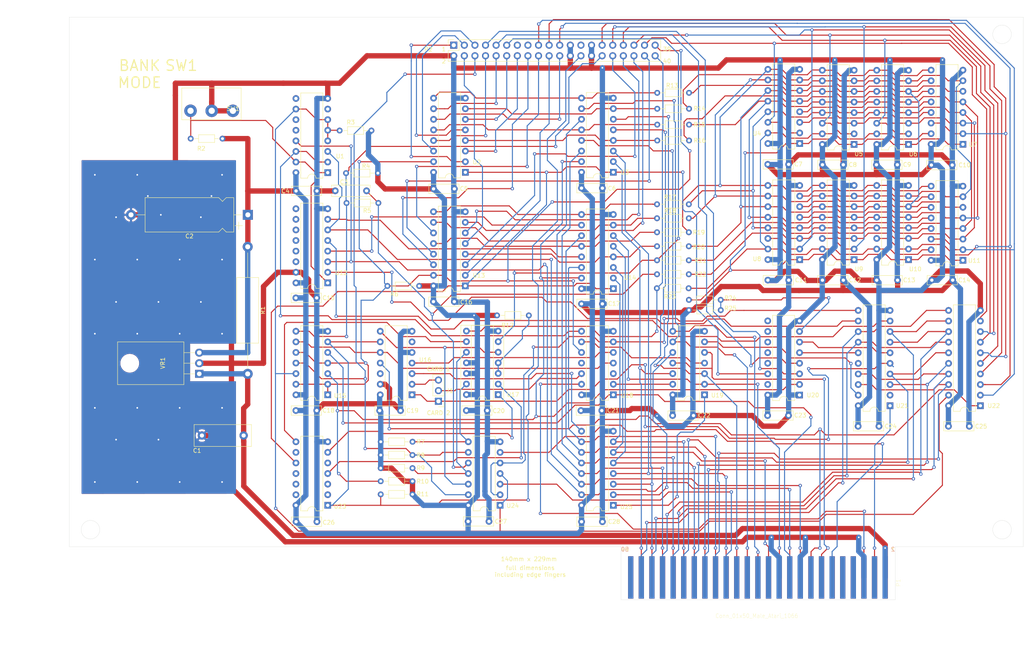
<source format=kicad_pcb>
(kicad_pcb (version 20221018) (generator pcbnew)
  (title_block (title "1066") (date "2019-09-14") (company "Atari Computer Museum") (comment 1 "ReMake ") (comment 2 "2019 Edition"))
  (layers (0 "F.Cu" signal) (31 "B.Cu" signal) (34 "B.Paste" user) (35 "F.Paste" user) (36 "B.SilkS" user "B.Silkscreen") (37 "F.SilkS" user "F.Silkscreen") (38 "B.Mask" user) (39 "F.Mask" user) (44 "Edge.Cuts" user))
  (net 0 "")
  (net 1 "GND")
  (net 2 "VCC")
  (net 3 "Net-(C3-Pad1)")
  (net 4 "Net-(J1-Pad1)")
  (net 5 "Net-(J1-Pad2)")
  (net 6 "Net-(J1-Pad3)")
  (net 7 "/!EXTSEL")
  (net 8 "Net-(P1-Pad5)")
  (net 9 "Net-(P1-Pad13)")
  (net 10 "/B_R!W")
  (net 11 "/A15")
  (net 12 "/A14")
  (net 13 "Net-(P1-Pad21)")
  (net 14 "Net-(P1-Pad23)")
  (net 15 "Net-(P1-Pad25)")
  (net 16 "Net-(P1-Pad27)")
  (net 17 "Net-(P1-Pad29)")
  (net 18 "Net-(P1-Pad31)")
  (net 19 "Net-(P1-Pad33)")
  (net 20 "Net-(P1-Pad35)")
  (net 21 "Net-(P1-Pad37)")
  (net 22 "Net-(P1-Pad39)")
  (net 23 "Net-(P1-Pad41)")
  (net 24 "Net-(P1-Pad43)")
  (net 25 "Net-(P1-Pad45)")
  (net 26 "Net-(P1-Pad47)")
  (net 27 "Net-(P1-Pad12)")
  (net 28 "Net-(P1-Pad20)")
  (net 29 "/!DBUFSEL")
  (net 30 "Net-(P1-Pad34)")
  (net 31 "Net-(P1-Pad36)")
  (net 32 "Net-(P1-Pad38)")
  (net 33 "Net-(P1-Pad40)")
  (net 34 "Net-(P1-Pad42)")
  (net 35 "Net-(P1-Pad44)")
  (net 36 "Net-(P1-Pad46)")
  (net 37 "Net-(P1-Pad48)")
  (net 38 "/MA0")
  (net 39 "/MA3")
  (net 40 "/MA5")
  (net 41 "/MA1")
  (net 42 "/!CI")
  (net 43 "/MA17")
  (net 44 "/MA11")
  (net 45 "/MA16")
  (net 46 "/MA10")
  (net 47 "/!RAS")
  (net 48 "/MA9")
  (net 49 "/MA8")
  (net 50 "/MA7")
  (net 51 "/MD7")
  (net 52 "/MA13")
  (net 53 "/MD3")
  (net 54 "/MA4")
  (net 55 "/MD6")
  (net 56 "/MA2")
  (net 57 "/CLOCK")
  (net 58 "/MD1")
  (net 59 "/R!W")
  (net 60 "/MD5")
  (net 61 "/MA12")
  (net 62 "/MD2")
  (net 63 "/MA6")
  (net 64 "/MD4")
  (net 65 "/MA14")
  (net 66 "/MD0")
  (net 67 "/MA15")
  (net 68 "/!MODSEL")
  (net 69 "/!CAS")
  (net 70 "Net-(R2-Pad2)")
  (net 71 "/!DEN")
  (net 72 "Net-(R7-Pad1)")
  (net 73 "Net-(R9-Pad1)")
  (net 74 "Net-(R10-Pad2)")
  (net 75 "Net-(R12-Pad1)")
  (net 76 "Net-(R13-Pad2)")
  (net 77 "/ADDR_2")
  (net 78 "/ADDR_1")
  (net 79 "Net-(R14-Pad2)")
  (net 80 "/ADDR_3")
  (net 81 "Net-(R15-Pad2)")
  (net 82 "Net-(R16-Pad2)")
  (net 83 "/ADDR_0")
  (net 84 "Net-(R17-Pad2)")
  (net 85 "/ADDR_6")
  (net 86 "Net-(R18-Pad2)")
  (net 87 "/ADDR_5")
  (net 88 "/ADDR_7")
  (net 89 "Net-(R19-Pad2)")
  (net 90 "/ADDR_4")
  (net 91 "Net-(R20-Pad2)")
  (net 92 "/!WRT")
  (net 93 "/ADDR_8")
  (net 94 "Net-(U1-Pad9)")
  (net 95 "Net-(U1-Pad14)")
  (net 96 "Net-(U1-Pad11)")
  (net 97 "Net-(U1-Pad12)")
  (net 98 "Net-(U1-Pad7)")
  (net 99 "Net-(U13-Pad1)")
  (net 100 "/XA15")
  (net 101 "Net-(U12-Pad5)")
  (net 102 "/XA14")
  (net 103 "Net-(U12-Pad2)")
  (net 104 "Net-(U15-Pad9)")
  (net 105 "Net-(U16-Pad4)")
  (net 106 "Net-(U16-Pad3)")
  (net 107 "Net-(U16-Pad8)")
  (net 108 "Net-(U17-Pad9)")
  (net 109 "Net-(U17-Pad2)")
  (net 110 "Net-(U17-Pad1)")
  (net 111 "/LSTB")
  (net 112 "Net-(U18-Pad9)")
  (net 113 "Net-(U18-Pad2)")
  (net 114 "Net-(U19-Pad1)")
  (net 115 "Net-(U19-Pad10)")
  (net 116 "Net-(U19-Pad6)")
  (net 117 "/LD2")
  (net 118 "/LD3")
  (net 119 "/10Volts")
  (net 120 "/R!RAS")
  (net 121 "/C!CAS")
  (net 122 "Net-(R24-Pad1)")
  (net 123 "Net-(U23-Pad12)")
  (net 124 "Net-(U21-Pad2)")
  (net 125 "Net-(U21-Pad16)")
  (net 126 "Net-(U20-Pad9)")
  (net 127 "Net-(U20-Pad15)")
  (net 128 "Net-(U20-Pad13)")
  (net 129 "Net-(U20-Pad12)")
  (net 130 "Net-(U20-Pad11)")
  (net 131 "Net-(U20-Pad10)")
  (net 132 "Net-(U16-Pad6)")
  (net 133 "Net-(U16-Pad12)")
  (net 134 "Net-(U12-Pad9)")
  (net 135 "Net-(U12-Pad14)")
  (net 136 "Net-(U12-Pad13)")
  (net 137 "Net-(U12-Pad12)")
  (net 138 "Net-(U12-Pad11)")
  (net 139 "Net-(U12-Pad10)")
  (net 140 "Net-(P2-Pad25)")
  (net 141 "Net-(P2-Pad15)")
  (net 142 "Net-(P2-Pad13)")
  (net 143 "Net-(P1-Pad9)")
  (net 144 "Net-(P1-Pad8)")
  (net 145 "Net-(P1-Pad7)")
  (net 146 "Net-(P1-Pad50)")
  (net 147 "Net-(P1-Pad49)")
  (net 148 "Net-(P1-Pad4)")
  (net 149 "Net-(P1-Pad30)")
  (net 150 "Net-(P1-Pad28)")
  (net 151 "Net-(P1-Pad26)")
  (net 152 "Net-(P1-Pad24)")
  (net 153 "Net-(P1-Pad16)")
  (net 154 "Net-(P1-Pad14)")
  (net 155 "Net-(P1-Pad11)")
  (net 156 "Net-(P1-Pad10)")
  (footprint "Capacitor_THT:CP_Axial_L21.0mm_D8.0mm_P28.00mm_Horizontal" (layer "F.Cu") (at 79.84 73.09 180)
    (fp_text reference "C2")
    (fp_text value "47uF")
  )
  (footprint "Capacitor_THT:C_Rect_L7.0mm_W2.0mm_P5.00mm" (layer "F.Cu") (at 91.39 67.36)
    (fp_text reference "C4")
    (fp_text value ".1uF")
  )
  (footprint "Capacitor_THT:C_Rect_L7.0mm_W2.0mm_P5.00mm" (layer "F.Cu") (at 124.33 66.86)
    (fp_text reference "C5")
    (fp_text value ".1uF")
  )
  (footprint "Capacitor_THT:C_Rect_L7.0mm_W2.0mm_P5.00mm" (layer "F.Cu") (at 159.79 66.69)
    (fp_text reference "C6")
    (fp_text value ".1uF")
  )
  (footprint "Capacitor_THT:C_Rect_L7.0mm_W2.0mm_P5.00mm" (layer "F.Cu") (at 209.42 60.99 180)
    (fp_text reference "C7")
    (fp_text value ".1uF")
  )
  (footprint "Capacitor_THT:C_Rect_L7.0mm_W2.0mm_P5.00mm" (layer "F.Cu") (at 222.52 61.08 180)
    (fp_text reference "C8")
    (fp_text value ".1uF")
  )
  (footprint "Capacitor_THT:C_Rect_L7.0mm_W2.0mm_P5.00mm" (layer "F.Cu") (at 235.46 61.08 180)
    (fp_text reference "C9")
    (fp_text value ".1uF")
  )
  (footprint "Capacitor_THT:C_Rect_L7.0mm_W2.0mm_P5.00mm" (layer "F.Cu") (at 248.62 61.16 180)
    (fp_text reference "C10")
    (fp_text value ".1uF")
  )
  (footprint "Capacitor_THT:C_Rect_L7.0mm_W2.0mm_P5.00mm" (layer "F.Cu") (at 209.44 88.75 180)
    (fp_text reference "C11")
    (fp_text value ".1uF")
  )
  (footprint "Capacitor_THT:C_Rect_L7.0mm_W2.0mm_P5.00mm" (layer "F.Cu") (at 222.52 88.76 180)
    (fp_text reference "C12")
    (fp_text value ".1uF")
  )
  (footprint "Capacitor_THT:C_Rect_L7.0mm_W2.0mm_P5.00mm" (layer "F.Cu") (at 235.52 88.76 180)
    (fp_text reference "C13")
    (fp_text value ".1uF")
  )
  (footprint "Capacitor_THT:C_Rect_L7.0mm_W2.0mm_P5.00mm" (layer "F.Cu") (at 248.73 88.75 180)
    (fp_text reference "C14")
    (fp_text value ".1uF")
  )
  (footprint "Capacitor_THT:C_Rect_L7.0mm_W2.0mm_P5.00mm" (layer "F.Cu") (at 91.34 93.01)
    (fp_text reference "C15")
    (fp_text value ".1uF")
  )
  (footprint "Capacitor_THT:C_Rect_L7.0mm_W2.0mm_P5.00mm" (layer "F.Cu") (at 124.31 93.91)
    (fp_text reference "C16")
    (fp_text value ".1uF")
  )
  (footprint "Capacitor_THT:C_Rect_L7.0mm_W2.0mm_P5.00mm" (layer "F.Cu") (at 159.79 94.44)
    (fp_text reference "C17")
    (fp_text value ".1uF")
  )
  (footprint "Capacitor_THT:C_Rect_L7.0mm_W2.0mm_P5.00mm" (layer "F.Cu") (at 91.35 120.02)
    (fp_text reference "C18")
    (fp_text value ".1uF")
  )
  (footprint "Capacitor_THT:C_Rect_L7.0mm_W2.0mm_P5.00mm" (layer "F.Cu") (at 111.42 120.03)
    (fp_text reference "C19")
    (fp_text value ".1uF")
  )
  (footprint "Capacitor_THT:C_Rect_L7.0mm_W2.0mm_P5.00mm" (layer "F.Cu") (at 132.2 120.02)
    (fp_text reference "C20")
    (fp_text value ".1uF")
  )
  (footprint "Capacitor_THT:C_Rect_L7.0mm_W2.0mm_P5.00mm" (layer "F.Cu") (at 159.65 120.03)
    (fp_text reference "C21")
    (fp_text value ".1uF")
  )
  (footprint "Capacitor_THT:C_Rect_L7.0mm_W2.0mm_P5.00mm" (layer "F.Cu") (at 226.065 123.79)
    (fp_text reference "C24")
    (fp_text value ".1uF")
  )
  (footprint "Capacitor_THT:C_Rect_L7.0mm_W2.0mm_P5.00mm" (layer "F.Cu") (at 247.71 123.79)
    (fp_text reference "C25")
    (fp_text value ".1uF")
  )
  (footprint "Capacitor_THT:C_Rect_L7.0mm_W2.0mm_P5.00mm" (layer "F.Cu") (at 132.62 146.61)
    (fp_text reference "C27")
    (fp_text value ".1uF")
  )
  (footprint "Connector_PinHeader_2.54mm:PinHeader_1x03_P2.54mm_Vertical" (layer "F.Cu") (at 125.51 117.79 180)
    (fp_text reference "J1")
    (fp_text value "Conn_01x03")
  )
  (footprint "Resistor_THT:R_Axial_DIN0516_L15.5mm_D5.0mm_P30.48mm_Horizontal" (layer "F.Cu") (at 79.8 80.75 -90)
    (fp_text reference "R1")
    (fp_text value "22 Ohm, 2W")
  )
  (footprint "Resistor_THT:R_Axial_DIN0204_L3.6mm_D1.6mm_P7.62mm_Horizontal" (layer "F.Cu") (at 109.45 52.88 180)
    (fp_text reference "R3")
    (fp_text value "470")
  )
  (footprint "Resistor_THT:R_Axial_DIN0204_L3.6mm_D1.6mm_P7.62mm_Horizontal" (layer "F.Cu") (at 111.11 70.25 180)
    (fp_text reference "R5")
    (fp_text value "33")
  )
  (footprint "Resistor_THT:R_Axial_DIN0204_L3.6mm_D1.6mm_P7.62mm_Horizontal" (layer "F.Cu") (at 113.28 90.15)
    (fp_text reference "R6")
    (fp_text value "1K")
  )
  (footprint "Resistor_THT:R_Axial_DIN0204_L3.6mm_D1.6mm_P7.62mm_Horizontal" (layer "F.Cu") (at 111.67 130.6925)
    (fp_text reference "R8")
    (fp_text value "1K")
  )
  (footprint "Resistor_THT:R_Axial_DIN0204_L3.6mm_D1.6mm_P7.62mm_Horizontal" (layer "F.Cu") (at 119.29 133.835 180)
    (fp_text reference "R9")
    (fp_text value "1K")
  )
  (footprint "Resistor_THT:R_Axial_DIN0204_L3.6mm_D1.6mm_P7.62mm_Horizontal" (layer "F.Cu") (at 119.29 136.9775 180)
    (fp_text reference "R10")
    (fp_text value "1K")
  )
  (footprint "Resistor_THT:R_Axial_DIN0204_L3.6mm_D1.6mm_P7.62mm_Horizontal" (layer "F.Cu") (at 147.16 97.21 180)
    (fp_text reference "R12")
    (fp_text value "1K")
  )
  (footprint "Resistor_THT:R_Axial_DIN0204_L3.6mm_D1.6mm_P7.62mm_Horizontal" (layer "F.Cu") (at 185.55 43.83 180)
    (fp_text reference "R13")
    (fp_text value "33")
  )
  (footprint "Resistor_THT:R_Axial_DIN0204_L3.6mm_D1.6mm_P7.62mm_Horizontal" (layer "F.Cu") (at 185.5 70.56 180)
    (fp_text reference "R17")
    (fp_text value "33")
  )
  (footprint "Resistor_THT:R_Axial_DIN0204_L3.6mm_D1.6mm_P7.62mm_Horizontal" (layer "F.Cu") (at 185.5 77.273332 180)
    (fp_text reference "R19")
    (fp_text value "33")
  )
  (footprint "Resistor_THT:R_Axial_DIN0204_L3.6mm_D1.6mm_P7.62mm_Horizontal" (layer "F.Cu") (at 185.5 80.629998 180)
    (fp_text reference "R20")
    (fp_text value "33")
  )
  (footprint "Resistor_THT:R_Axial_DIN0204_L3.6mm_D1.6mm_P7.62mm_Horizontal" (layer "F.Cu") (at 177.88 83.986664)
    (fp_text reference "R21")
    (fp_text value "33")
  )
  (footprint "Resistor_THT:R_Axial_DIN0204_L3.6mm_D1.6mm_P7.62mm_Horizontal" (layer "F.Cu") (at 177.88 87.34333)
    (fp_text reference "R22")
    (fp_text value "33")
  )
  (footprint "Resistor_THT:R_Axial_DIN0204_L3.6mm_D1.6mm_P7.62mm_Horizontal" (layer "F.Cu") (at 177.84 90.7)
    (fp_text reference "R23")
    (fp_text value "33")
  )
  (footprint "Resistor_THT:R_Axial_DIN0204_L3.6mm_D1.6mm_P7.62mm_Horizontal" (layer "F.Cu") (at 193.14 93.48 180)
    (fp_text reference "R24")
    (fp_text value "33")
  )
  (footprint "Resistor_THT:R_Axial_DIN0204_L3.6mm_D1.6mm_P7.62mm_Horizontal" (layer "F.Cu") (at 193.15 95.94 180)
    (fp_text reference "R25")
    (fp_text value "1K")
  )
  (footprint "SWITCH:SPDT_Switch" (layer "F.Cu") (at 76.26 48.15 180)
    (fp_text reference "SW1")
    (fp_text value "Bank")
  )
  (footprint "Package_DIP:DIP-16_W7.62mm" (layer "F.Cu") (at 98.98 62.97 180)
    (fp_text reference "U1")
    (fp_text value "74LS156")
  )
  (footprint "Package_DIP:DIP-16_W7.62mm" (layer "F.Cu") (at 131.96 62.89 180)
    (fp_text reference "U2")
    (fp_text value "74LS257")
  )
  (footprint "Package_DIP:DIP-16_W7.62mm" (layer "F.Cu") (at 167.41 62.87 180)
    (fp_text reference "U3")
    (fp_text value "74LS257")
  )
  (footprint "Package_DIP:DIP-16_W7.62mm" (layer "F.Cu") (at 212.07 55.99 180)
    (fp_text reference "U4")
    (fp_text value "4164")
  )
  (footprint "Package_DIP:DIP-16_W7.62mm" (layer "F.Cu") (at 225.106666 56.2 180)
    (fp_text reference "U5")
    (fp_text value "4164")
  )
  (footprint "Package_DIP:DIP-16_W7.62mm" (layer "F.Cu") (at 238.143332 56.2 180)
    (fp_text reference "U6")
    (fp_text value "4164")
  )
  (footprint "Package_DIP:DIP-16_W7.62mm" (layer "F.Cu") (at 251.18 56.17 180)
    (fp_text reference "U7")
    (fp_text value "4164")
  )
  (footprint "Package_DIP:DIP-16_W7.62mm" (layer "F.Cu") (at 212.07 83.83 180)
    (fp_text reference "U8")
    (fp_text value "4164")
  )
  (footprint "Package_DIP:DIP-16_W7.62mm" (layer "F.Cu") (at 225.106666 83.83 180)
    (fp_text reference "U9")
    (fp_text value "4164")
  )
  (footprint "Package_DIP:DIP-16_W7.62mm" (layer "F.Cu") (at 238.143332 83.83 180)
    (fp_text reference "U10")
    (fp_text value "4164")
  )
  (footprint "Package_DIP:DIP-16_W7.62mm" (layer "F.Cu") (at 251.18 83.99 180)
    (fp_text reference "U11")
    (fp_text value "4164")
  )
  (footprint "Package_DIP:DIP-16_W7.62mm" (layer "F.Cu") (at 98.98 89.41 180)
    (fp_text reference "U12")
    (fp_text value "74LS157")
  )
  (footprint "Package_DIP:DIP-16_W7.62mm" (layer "F.Cu") (at 131.94 90.13 180)
    (fp_text reference "U13")
    (fp_text value "74LS257")
  )
  (footprint "Package_DIP:DIP-16_W7.62mm" (layer "F.Cu") (at 167.41 90.79 180)
    (fp_text reference "U14")
    (fp_text value "74LS257")
  )
  (footprint "Package_DIP:DIP-14_W7.62mm" (layer "F.Cu") (at 98.98 116.25 180)
    (fp_text reference "U15")
    (fp_text value "74LS03")
  )
  (footprint "Package_DIP:DIP-14_W7.62mm" (layer "F.Cu") (at 119.18 116.25 180)
    (fp_text reference "U16")
    (fp_text value "74LS04")
  )
  (footprint "Package_DIP:DIP-14_W7.62mm_Socket" (layer "F.Cu") (at 139.83 116.2 180)
    (fp_text reference "U17")
    (fp_text value "74LS51")
  )
  (footprint "Package_DIP:DIP-20_W7.62mm" (layer "F.Cu") (at 233.715 118.87 180)
    (fp_text reference "U21")
    (fp_text value "74LS273")
  )
  (footprint "Package_DIP:DIP-20_W7.62mm" (layer "F.Cu") (at 255.36 118.87 180)
    (fp_text reference "U22")
    (fp_text value "74LS245")
  )
  (footprint "Package_DIP:DIP-14_W7.62mm" (layer "F.Cu") (at 98.98 142.75 180)
    (fp_text reference "U23")
    (fp_text value "EP8212")
  )
  (footprint "Package_DIP:DIP-14_W7.62mm" (layer "F.Cu") (at 140.28 142.75 180)
    (fp_text reference "U24")
    (fp_text value "74LS09")
  )
  (footprint "Package_DIP:DIP-16_W7.62mm" (layer "F.Cu") (at 167.41 142.75 180)
    (fp_text reference "U25")
    (fp_text value "74LS133")
  )
  (footprint "Package_TO_SOT_THT:TO-220-3_Horizontal_TabDown" (layer "F.Cu") (at 68.2 111.22 90)
    (fp_text reference "VR1")
    (fp_text value "7805")
  )
  (footprint "Resistor_THT:R_Axial_DIN0204_L3.6mm_D1.6mm_P7.62mm_Horizontal" (layer "F.Cu") (at 185.56 47.65 180)
    (fp_text reference "R14")
    (fp_text value "33")
  )
  (footprint "Capacitor_THT:C_Rect_L7.0mm_W2.0mm_P5.00mm" (layer "F.Cu") (at 159.8 146.68)
    (fp_text reference "C28")
    (fp_text value ".1uF")
  )
  (footprint "Capacitor_THT:C_Rect_L7.0mm_W2.0mm_P5.00mm" (layer "F.Cu") (at 91.39 146.68)
    (fp_text reference "C26")
    (fp_text value ".1uF")
  )
  (footprint "Package_DIP:DIP-14_W7.62mm" (layer "F.Cu") (at 167.41 116.25 180)
    (fp_text reference "U18")
    (fp_text value "74LS20")
  )
  (footprint "Resistor_THT:R_Axial_DIN0204_L3.6mm_D1.6mm_P7.62mm_Horizontal" (layer "F.Cu") (at 119.3 127.51 180)
    (fp_text reference "R7")
    (fp_text value "1K")
  )
  (footprint "Package_DIP:DIP-14_W7.62mm" (layer "F.Cu") (at 189.27 116.25 180)
    (fp_text reference "U19")
    (fp_text value "74LS02")
  )
  (footprint "Resistor_THT:R_Axial_DIN0204_L3.6mm_D1.6mm_P7.62mm_Horizontal" (layer "F.Cu") (at 185.5 73.916666 180)
    (fp_text reference "R18")
    (fp_text value "33")
  )
  (footprint "Package_DIP:DIP-16_W7.62mm" (layer "F.Cu") (at 212.03 116.3 180)
    (fp_text reference "U20")
    (fp_text value "Conn_02x08_Counter_Clockwise" hide)
  )
  (footprint "Capacitor_THT:C_Rect_L7.0mm_W2.0mm_P5.00mm" (layer "F.Cu") (at 204.38 121.22)
    (fp_text reference "C23")
    (fp_text value ".1uF")
  )
  (footprint "Resistor_THT:R_Axial_DIN0204_L3.6mm_D1.6mm_P7.62mm_Horizontal" (layer "F.Cu") (at 119.29 140.12 180)
    (fp_text reference "R11")
    (fp_text value "330")
  )
  (footprint "PARALLEL_BUS_INTERFACE_DEVICE:PARALLEL_BUS_INTERFACE_DEVICE" (layer "F.Cu") (at 191.9 161.32)
    (fp_text reference "P1")
    (fp_text value "Conn_01x50_Male_Atari_1066")
  )
  (footprint "Resistor_THT:R_Axial_DIN0204_L3.6mm_D1.6mm_P7.62mm_Horizontal" (layer "F.Cu") (at 73.7616 54.8132 180)
    (fp_text reference "R2")
    (fp_text value "1K")
  )
  (footprint "Capacitor_THT:C_Rect_L13.5mm_W5.0mm_P10.00mm_FKS3_FKP3_MKS4" (layer "F.Cu") (at 78.83 126.01 180)
    (fp_text reference "C1")
    (fp_text value ".22uF")
  )
  (footprint "Resistor_THT:R_Axial_DIN0204_L3.6mm_D1.6mm_P7.62mm_Horizontal" (layer "F.Cu") (at 110.99 63.09 180)
    (fp_text reference "R4")
    (fp_text value "1K")
  )
  (footprint "Resistor_THT:R_Axial_DIN0204_L3.6mm_D1.6mm_P7.62mm_Horizontal" (layer "F.Cu") (at 185.56 55.27 180)
    (fp_text reference "R16")
    (fp_text value "33")
  )
  (footprint "Resistor_THT:R_Axial_DIN0204_L3.6mm_D1.6mm_P7.62mm_Horizontal" (layer "F.Cu") (at 185.56 51.46 180)
    (fp_text reference "R15")
    (fp_text value "33")
  )
  (footprint "Capacitor_THT:C_Rect_L9.0mm_W2.5mm_P7.50mm_MKT" (layer "F.Cu") (at 108.28 67.33 180)
    (fp_text reference "C3")
    (fp_text value "470pF")
  )
  (footprint "Capacitor_THT:C_Rect_L7.0mm_W2.0mm_P5.00mm" (layer "F.Cu") (at 181.62 121.22)
    (fp_text reference "C22")
    (fp_text value ".1uF")
  )
  (footprint "Connector_PinHeader_2.54mm:PinHeader_2x20_P2.54mm_Vertical" (layer "B.Cu") (at 129.17 32.41 -90)
    (fp_text reference "P2")
    (fp_text value "Conn_01x40_Male")
  )
  (gr_line (start 64.008 42.672) (end 64.008 50.292) (stroke (width 0.12)) (layer "F.SilkS"))
  (gr_line (start 78.232 42.672) (end 64.008 42.672) (stroke (width 0.12)) (layer "F.SilkS"))
  (gr_line (start 78.232 50.292) (end 78.232 42.672) (stroke (width 0.12)) (layer "F.SilkS"))
  (gr_line (start 64.008 50.292) (end 78.232 50.292) (stroke (width 0.12)) (layer "F.SilkS"))
  (gr_line (start 265.65 25.67) (end 37.03 25.67) (stroke (width 0.05)) (layer "Edge.Cuts"))
  (gr_circle (center 260.56 148.59988) (end 262.79012 148.59988) (stroke (width 0.05)) (fill none) (layer "Edge.Cuts"))
  (gr_circle (center 260.55988 29.81) (end 262.79 29.81) (stroke (width 0.05)) (fill none) (layer "Edge.Cuts"))
  (gr_line (start 169.25 165.36) (end 234.99 165.36) (stroke (width 0.05)) (layer "Edge.Cuts"))
  (gr_line (start 169.25 152.66) (end 169.25 165.36) (stroke (width 0.05)) (layer "Edge.Cuts"))
  (gr_circle (center 42.11988 148.6) (end 44.35 148.6) (stroke (width 0.05)) (fill none) (layer "Edge.Cuts"))
  (gr_line (start 234.99 152.65) (end 265.65 152.65) (stroke (width 0.05)) (layer "Edge.Cuts"))
  (gr_line (start 37.03 25.67) (end 37.02 152.66) (stroke (width 0.05)) (layer "Edge.Cuts"))
  (gr_line (start 265.65 152.65) (end 265.65 25.67) (stroke (width 0.05)) (layer "Edge.Cuts"))
  (gr_line (start 37.02 152.66) (end 169.25 152.66) (stroke (width 0.05)) (layer "Edge.Cuts"))
  (gr_line (start 234.99 165.36) (end 234.99 152.65) (stroke (width 0.05)) (layer "Edge.Cuts"))
  (gr_text "2" (at 234.4 153.32) (layer "B.SilkS") (effects (font (size 1 1)) (justify mirror)))
  (gr_text "50" (at 170.19 153.32) (layer "B.SilkS") (effects (font (size 1 1)) (justify mirror)))
  (gr_text "full dimensions\nincluding edge fingers" (at 147.51 158.56) (layer "F.SilkS") (effects (font (size 1 1))))
  (gr_text "CARD 1" (at 125.5268 110.0836) (layer "F.SilkS") (effects (font (size 1 1))))
  (gr_text "2" (at 126.7968 36.2712) (layer "F.SilkS") (effects (font (size 1 1))))
  (gr_text "1" (at 234.42 153.32) (layer "F.SilkS") (effects (font (size 1 1))))
  (gr_text "140mm x 229mm" (at 147.18 155.63) (layer "F.SilkS") (effects (font (size 1 1))))
  (gr_text "49" (at 170.17 153.34) (layer "F.SilkS") (effects (font (size 1 1))))
  (gr_text "39" (at 180.2892 33.3756) (layer "F.SilkS") (effects (font (size 1 1))))
  (gr_text "SW1" (at 63.9064 37.2872) (layer "F.SilkS") (effects (font (size 2.54 2.54) (thickness 0.3048))))
  (gr_text "40" (at 180.2892 36.2204) (layer "F.SilkS") (effects (font (size 1 1))))
  (gr_text "1" (at 126.7968 33.3756) (layer "F.SilkS") (effects (font (size 1 1))))
  (gr_text "CARD 2" (at 125.5268 120.5992) (layer "F.SilkS") (effects (font (size 1 1))))
  (gr_text "BANK\nMODE" (at 53.8988 39.3446) (layer "F.SilkS") (effects (font (size 2.54 2.54) (thickness 0.3048))))
  (segment (start 58.99 73.09) (end 62.48 73.09) (width 1.27) (layer "F.Cu") (net 1))
  (segment (start 62.48 41.55) (end 62.5 41.53) (width 1.27) (layer "F.Cu") (net 1))
  (segment (start 171.36 120.03) (end 164.65 120.03) (width 1.27) (layer "F.Cu") (net 1))
  (segment (start 199.17999 150.66001) (end 198.35 151.49) (width 1.27) (layer "F.Cu") (net 1))
  (segment (start 98.98 41.65) (end 98.98 45.18) (width 1.27) (layer "F.Cu") (net 1))
  (segment (start 213.43 150.43) (end 205.31 150.43) (width 1.27) (layer "F.Cu") (net 1))
  (segment (start 113.78 114.79863) (end 113.78 118.37) (width 1.27) (layer "F.Cu") (net 1))
  (segment (start 204.42 61.03) (end 204.42 61.04) (width 1.27) (layer "F.Cu") (net 1))
  (segment (start 224.22 86.6) (end 220.51 86.6) (width 1.27) (layer "F.Cu") (net 1))
  (segment (start 171.83 119.56) (end 171.36 120.03) (width 1.27) (layer "F.Cu") (net 1))
  (segment (start 83.59 108.68) (end 83.59 90.27) (width 1.27) (layer "F.Cu") (net 1))
  (segment (start 75.9 70.53) (end 62.47 70.53) (width 1.27) (layer "F.Cu") (net 1))
  (segment (start 243.73 88.55) (end 243.73 88.75) (width 1.27) (layer "F.Cu") (net 1))
  (segment (start 62.47 70.53) (end 62.48 70.52) (width 1.27) (layer "F.Cu") (net 1))
  (segment (start 230.52 88.76) (end 226.38 88.76) (width 1.27) (layer "F.Cu") (net 1))
  (segment (start 206.27 88.82) (end 204.53 88.82) (width 1.27) (layer "F.Cu") (net 1))
  (segment (start 86.99 86.87) (end 91.36 86.87) (width 1.27) (layer "F.Cu") (net 1))
  (segment (start 62.48 73.09) (end 62.48 70.54) (width 1.27) (layer "F.Cu") (net 1))
  (segment (start 112.69137 113.71) (end 113.78 114.79863) (width 1.27) (layer "F.Cu") (net 1))
  (segment (start 192.56 37.9) (end 194.52 35.94) (width 1.27) (layer "F.Cu") (net 1))
  (segment (start 96.39 67.36) (end 100.75 67.36) (width 1.27) (layer "F.Cu") (net 1))
  (segment (start 100.75 67.36) (end 100.78 67.33) (width 1.27) (layer "F.Cu") (net 1))
  (segment (start 108.38 34.96) (end 101.81 41.53) (width 1.27) (layer "F.Cu") (net 1))
  (segment (start 200.7 121.22) (end 203.25 123.77) (width 1.27) (layer "F.Cu") (net 1))
  (segment (start 62.48 44.42) (end 62.48 41.55) (width 1.27) (layer "F.Cu") (net 1))
  (segment (start 71.19 46.01868) (end 71.19 41.53) (width 1.27) (layer "F.Cu") (net 1))
  (segment (start 226.22 150.43) (end 213.43 150.43) (width 1.27) (layer "F.Cu") (net 1))
  (segment (start 194.52 35.94) (end 233.99 35.94) (width 1.27) (layer "F.Cu") (net 1))
  (segment (start 68.2 108.68) (end 83.59 108.68) (width 1.27) (layer "F.Cu") (net 1))
  (segment (start 76.26 48.15) (end 71.18 48.15) (width 1.27) (layer "F.Cu") (net 1))
  (segment (start 220.51 86.6) (end 218.29 88.82) (width 1.27) (layer "F.Cu") (net 1))
  (segment (start 213.82 88.82) (end 211.65 86.65) (width 1.27) (layer "F.Cu") (net 1))
  (segment (start 217.62 63.44) (end 230.46 63.44) (width 1.27) (layer "F.Cu") (net 1))
  (segment (start 176.14 119.56) (end 171.83 119.56) (width 1.27) (layer "F.Cu") (net 1))
  (segment (start 205.31 150.43) (end 199.4 150.43) (width 1.27) (layer "F.Cu") (net 1))
  (segment (start 218.29 88.82) (end 213.82 88.82) (width 1.27) (layer "F.Cu") (net 1))
  (segment (start 75.91 70.54) (end 75.9 70.53) (width 1.27) (layer "F.Cu") (net 1))
  (segment (start 94.39 91.06) (end 96.34 93.01) (width 1.27) (layer "F.Cu") (net 1))
  (segment (start 233.99 35.94) (end 246.29 35.94) (width 1.27) (layer "F.Cu") (net 1))
  (segment (start 51.84 73.09) (end 58.99 73.09) (width 1.27) (layer "F.Cu") (net 1))
  (segment (start 157.11 34.95) (end 157.11 36.152081) (width 1.27) (layer "F.Cu") (net 1))
  (segment (start 71.19 41.53) (end 88.36 41.53) (width 1.27) (layer "F.Cu") (net 1))
  (segment (start 129.28 37.9) (end 129.17 37.79) (width 1.27) (layer "F.Cu") (net 1))
  (segment (start 111.56 113.71) (end 112.69137 113.71) (width 1.27) (layer "F.Cu") (net 1))
  (segment (start 211.65 86.65) (end 208.44 86.65) (width 1.27) (layer "F.Cu") (net 1))
  (segment (start 94.39 88.65) (end 94.39 91.06) (width 1.27) (layer "F.Cu") (net 1))
  (segment (start 62.48 70.54) (end 62.47 70.53) (width 1.27) (layer "F.Cu") (net 1))
  (segment (start 177.480001 120.890001) (end 177.470001 120.890001) (width 1.27) (layer "F.Cu") (net 1))
  (segment (start 198.35 151.49) (end 88.81 151.49) (width 1.27) (layer "F.Cu") (net 1))
  (segment (start 255.36 96.01) (end 255.36 94.87863) (width 1.27) (layer "F.Cu") (net 1))
  (segment (start 75.91 138.59) (end 75.91 70.54) (width 1.27) (layer "F.Cu") (net 1))
  (segment (start 217.53 63.35) (end 217.62 63.44) (width 1.27) (layer "F.Cu") (net 1))
  (segment (start 71.18 46.02868) (end 71.19 46.01868) (width 1.27) (layer "F.Cu") (net 1))
  (segment (start 252.31 86.56) (end 245.72 86.56) (width 1.27) (layer "F.Cu") (net 1))
  (segment (start 217.53 62.26137) (end 217.53 63.35) (width 1.27) (layer "F.Cu") (net 1))
  (segment (start 199.17999 150.65001) (end 199.17999 150.66001) (width 1.27) (layer "F.Cu") (net 1))
  (segment (start 113.78 118.37) (end 113.755001 118.394999) (width 1.27) (layer "F.Cu") (net 1))
  (segment (start 101.81 41.53) (end 98.4 41.53) (width 1.27) (layer "F.Cu") (net 1))
  (segment (start 245.72 86.56) (end 243.73 88.55) (width 1.27) (layer "F.Cu") (net 1))
  (segment (start 217.52 61.12) (end 217.52 62.25137) (width 1.27) (layer "F.Cu") (net 1))
  (segment (start 88.81 151.49) (end 75.91 138.59) (width 1.27) (layer "F.Cu") (net 1))
  (segment (start 204.53 88.82) (end 204.47 88.76) (width 1.27) (layer "F.Cu") (net 1))
  (segment (start 157.11 37.9) (end 129.28 37.9) (width 1.27) (layer "F.Cu") (net 1))
  (segment (start 207 123.77) (end 209.45 121.32) (width 1.27) (layer "F.Cu") (net 1))
  (segment (start 71.18 48.15) (end 71.18 46.02868) (width 1.27) (layer "F.Cu") (net 1))
  (segment (start 68.83 126.01) (end 75.91 126.01) (width 1.27) (layer "F.Cu") (net 1))
  (segment (start 199.4 150.43) (end 199.17999 150.65001) (width 1.27) (layer "F.Cu") (net 1))
  (segment (start 203.25 123.77) (end 207 123.77) (width 1.27) (layer "F.Cu") (net 1))
  (segment (start 243.56 61.14) (end 243.62 61.2) (width 1.27) (layer "F.Cu") (net 1))
  (segment (start 88.36 41.53) (end 98.4 41.53) (width 1.27) (layer "F.Cu") (net 1))
  (segment (start 129.17 34.95) (end 129.16 34.96) (width 1.27) (layer "F.Cu") (net 1))
  (segment (start 206.82 63.44) (end 217.62 63.44) (width 1.27) (layer "F.Cu") (net 1))
  (segment (start 177.88 121.29) (end 177.480001 120.890001) (width 1.27) (layer "F.Cu") (net 1))
  (segment (start 230.46 63.44) (end 241.38 63.44) (width 1.27) (layer "F.Cu") (net 1))
  (segment (start 114.784999 118.394999) (end 116.42 120.03) (width 1.27) (layer "F.Cu") (net 1))
  (segment (start 255.35 89.6) (end 252.31 86.56) (width 1.27) (layer "F.Cu") (net 1))
  (segment (start 83.59 90.27) (end 86.99 86.87) (width 1.27) (layer "F.Cu") (net 1))
  (segment (start 165.26 37.9) (end 162.2 37.9) (width 1.27) (layer "F.Cu") (net 1))
  (segment (start 129.17 37.79) (end 129.17 34.95) (width 1.27) (layer "F.Cu") (net 1))
  (segment (start 255.36 94.87863) (end 255.35 94.86863) (width 1.27) (layer "F.Cu") (net 1))
  (segment (start 113.755001 118.394999) (end 114.784999 118.394999) (width 1.27) (layer "F.Cu") (net 1))
  (segment (start 91.36 86.87) (end 92.61 86.87) (width 1.27) (layer "F.Cu") (net 1))
  (segment (start 241.38 63.44) (end 243.62 61.2) (width 1.27) (layer "F.Cu") (net 1))
  (segment (start 157.11 36.152081) (end 157.11 37.9) (width 1.27) (layer "F.Cu") (net 1))
  (segment (start 165.26 37.9) (end 192.56 37.9) (width 1.27) (layer "F.Cu") (net 1))
  (segment (start 208.44 86.65) (end 206.27 88.82) (width 1.27) (layer "F.Cu") (net 1))
  (segment (start 186.62 121.22) (end 200.7 121.22) (width 1.27) (layer "F.Cu") (net 1))
  (segment (start 230.46 61.08) (end 230.46 63.44) (width 1.27) (layer "F.Cu") (net 1))
  (segment (start 162.2 37.9) (end 157.11 37.9) (width 1.27) (layer "F.Cu") (net 1))
  (segment (start 177.470001 120.890001) (end 176.14 119.56) (width 1.27) (layer "F.Cu") (net 1))
  (segment (start 62.48 70.52) (end 62.48 44.46) (width 1.27) (layer "F.Cu") (net 1))
  (segment (start 129.16 34.96) (end 108.38 34.96) (width 1.27) (layer "F.Cu") (net 1))
  (segment (start 92.61 86.87) (end 94.39 88.65) (width 1.27) (layer "F.Cu") (net 1))
  (segment (start 96.35 120.02) (end 97.975001 118.394999) (width 1.27) (layer "F.Cu") (net 1))
  (segment (start 97.975001 118.394999) (end 113.755001 118.394999) (width 1.27) (layer "F.Cu") (net 1))
  (segment (start 255.35 94.86863) (end 255.35 89.6) (width 1.27) (layer "F.Cu") (net 1))
  (segment (start 162.19 34.95) (end 162.19 37.89) (width 1.27) (layer "F.Cu") (net 1))
  (segment (start 209.45 121.32) (end 209.45 121.22) (width 1.27) (layer "F.Cu") (net 1))
  (segment (start 162.19 37.89) (end 162.2 37.9) (width 1.27) (layer "F.Cu") (net 1))
  (segment (start 217.52 62.25137) (end 217.53 62.26137) (width 1.27) (layer "F.Cu") (net 1))
  (segment (start 226.38 88.76) (end 224.22 86.6) (width 1.27) (layer "F.Cu") (net 1))
  (segment (start 62.5 41.53) (end 71.19 41.53) (width 1.27) (layer "F.Cu") (net 1))
  (segment (start 204.42 61.04) (end 206.82 63.44) (width 1.27) (layer "F.Cu") (net 1))
  (via (at 43.18 119.38) (size 0.8) (drill 0.4) (layers "F.Cu" "B.Cu") (net 1))
  (via (at 43.18 63.5) (size 0.8) (drill 0.4) (layers "F.Cu" "B.Cu") (net 1))
  (via (at 63.5 101.6) (size 0.8) (drill 0.4) (layers "F.Cu" "B.Cu") (net 1))
  (via (at 73.66 63.5) (size 0.8) (drill 0.4) (layers "F.Cu" "B.Cu") (net 1))
  (via (at 71.12 68.58) (size 0.8) (drill 0.4) (layers "F.Cu" "B.Cu") (net 1))
  (via (at 48.26 73.66) (size 0.8) (drill 0.4) (layers "F.Cu" "B.Cu") (net 1))
  (via (at 177.88 121.29) (size 0.8) (drill 0.4) (layers "F.Cu" "B.Cu") (net 1))
  (via (at 207.38 35.96) (size 0.8) (drill 0.4) (layers "F.Cu" "B.Cu") (net 1))
  (via (at 53.34 83.82) (size 0.8) (drill 0.4) (layers "F.Cu" "B.Cu") (net 1))
  (via (at 63.5 119.38) (size 0.8) (drill 0.4) (layers "F.Cu" "B.Cu") (net 1))
  (via (at 73.66 119.38) (size 0.8) (drill 0.4) (layers "F.Cu" "B.Cu") (net 1))
  (via (at 43.18 101.6) (size 0.8) (drill 0.4) (layers "F.Cu" "B.Cu") (net 1))
  (via (at 48.26 127) (size 0.8) (drill 0.4) (layers "F.Cu" "B.Cu") (net 1))
  (via (at 63.5 83.82) (size 0.8) (drill 0.4) (layers "F.Cu" "B.Cu") (net 1))
  (via (at 68.58 73.66) (size 0.8) (drill 0.4) (layers "F.Cu" "B.Cu") (net 1))
  (via (at 43.18 83.82) (size 0.8) (drill 0.4) (layers "F.Cu" "B.Cu") (net 1))
  (via (at 226.22 150.43) (size 0.8) (drill 0.4) (layers "F.Cu" "B.Cu") (net 1))
  (via (at 53.34 63.5) (size 0.8) (drill 0.4) (layers "F.Cu" "B.Cu") (net 1))
  (via (at 58.99 73.09) (size 0.8) (drill 0.4) (layers "F.Cu" "B.Cu") (net 1))
  (via (at 205.31 150.43) (size 0.8) (drill 0.4) (layers "F.Cu" "B.Cu") (net 1))
  (via (at 63.5 137.16) (size 0.8) (drill 0.4) (layers "F.Cu" "B.Cu") (net 1))
  (via (at 68.58 93.98) (size 0.8) (drill 0.4) (layers "F.Cu" "B.Cu") (net 1))
  (via (at 55.88 68.58) (size 0.8) (drill 0.4) (layers "F.Cu" "B.Cu") (net 1))
  (via (at 73.66 83.82) (size 0.8) (drill 0.4) (layers "F.Cu" "B.Cu") (net 1))
  (via (at 233.69 35.95) (size 0.8) (drill 0.4) (layers "F.Cu" "B.Cu") (net 1))
  (via (at 53.34 101.6) (size 0.8) (drill 0.4) (layers "F.Cu" "B.Cu") (net 1))
  (via (at 246.29 35.94) (size 0.8) (drill 0.4) (layers "F.Cu" "B.Cu") (net 1))
  (via (at 73.66 137.16) (size 0.8) (drill 0.4) (layers "F.Cu" "B.Cu") (net 1))
  (via (at 213.43 150.43) (size 0.8) (drill 0.4) (layers "F.Cu" "B.Cu") (net 1))
  (via (at 53.34 119.38) (size 0.8) (drill 0.4) (layers "F.Cu" "B.Cu") (net 1))
  (via (at 58.42 93.98) (size 0.8) (drill 0.4) (layers "F.Cu" "B.Cu") (net 1))
  (via (at 43.18 137.16) (size 0.8) (drill 0.4) (layers "F.Cu" "B.Cu") (net 1))
  (via (at 48.26 93.98) (size 0.8) (drill 0.4) (layers "F.Cu" "B.Cu") (net 1))
  (via (at 220.48 35.94) (size 0.8) (drill 0.4) (layers "F.Cu" "B.Cu") (net 1))
  (via (at 58.42 127) (size 0.8) (drill 0.4) (layers "F.Cu" "B.Cu") (net 1))
  (via (at 73.66 101.6) (size 0.8) (drill 0.4) (layers "F.Cu" "B.Cu") (net 1))
  (via (at 164.79 37.83) (size 0.8) (drill 0.4) (layers "F.Cu" "B.Cu") (net 1))
  (via (at 53.34 137.16) (size 0.8) (drill 0.4) (layers "F.Cu" "B.Cu") (net 1))
  (segment (start 220.54 80.743332) (end 217.463332 83.82) (width 1.27) (layer "B.Cu") (net 1))
  (segment (start 217.4 61.11) (end 220.54 64.25) (width 1.27) (layer "B.Cu") (net 1))
  (segment (start 217.44 88.81) (end 217.44 83.843332) (width 1.27) (layer "B.Cu") (net 1))
  (segment (start 220.54 64.25) (end 220.54 80.743332) (width 1.27) (layer "B.Cu") (net 1))
  (segment (start 177.88 121.29) (end 180.42 123.83) (width 1.27) (layer "B.Cu") (net 1))
  (segment (start 139.83 100.96) (end 137.26 100.96) (width 1.27) (layer "B.Cu") (net 1))
  (segment (start 186.48 121.08) (end 186.48 101.55) (width 1.27) (layer "B.Cu") (net 1))
  (segment (start 177.88 121.29) (end 177.88 121.29) (width 1.27) (layer "B.Cu") (net 1))
  (segment (start 209.99 99.76) (end 211.23 98.52) (width 1.27) (layer "B.Cu") (net 1))
  (segment (start 136.65 130.87) (end 136.65 139.35) (width 1.27) (layer "B.Cu") (net 1))
  (segment (start 218.618036 56.2) (end 220.48 54.338036) (width 1.27) (layer "B.Cu") (net 1))
  (segment (start 130.91137 94.03) (end 137.24 94.03) (width 1.27) (layer "B.Cu") (net 1))
  (segment (start 212.22 160.05) (end 212.22 155.07) (width 1.27) (layer "B.Cu") (net 1))
  (segment (start 136.66 139.36) (end 136.66 140.31) (width 1.27) (layer "B.Cu") (net 1))
  (segment (start 246.27 83.98) (end 246.27 87.6) (width 1.27) (layer "B.Cu") (net 1))
  (segment (start 220.48 54.34) (end 220.48 35.94) (width 1.27) (layer "B.Cu") (net 1))
  (segment (start 184.08 123.84) (end 186.7 121.22) (width 1.27) (layer "B.Cu") (net 1))
  (segment (start 166.27863 45.09) (end 165.26 45.09) (width 1.27) (layer "B.Cu") (net 1))
  (segment (start 140.28 127.51) (end 139.14863 127.51) (width 1.27) (layer "B.Cu") (net 1))
  (segment (start 166.27863 73.01) (end 165.26 73.01) (width 1.27) (layer "B.Cu") (net 1))
  (segment (start 164.78 72.99) (end 164.78 94.36) (width 1.27) (layer "B.Cu") (net 1))
  (segment (start 129.23 66.89) (end 129.23 93.48) (width 1.27) (layer "B.Cu") (net 1))
  (segment (start 207.38 56.02) (end 207.38 35.96) (width 1.27) (layer "B.Cu") (net 1))
  (segment (start 205.235 153.335) (end 205.235 150.505) (width 1.27) (layer "B.Cu") (net 1))
  (segment (start 245.22 61.2) (end 246.27 62.25) (width 1.27) (layer "B.Cu") (net 1))
  (segment (start 233.6 80.753332) (end 230.523332 83.83) (width 1.27) (layer "B.Cu") (net 1))
  (segment (start 212.03 98.52) (end 212.829999 97.720001) (width 1.27) (layer "B.Cu") (net 1))
  (segment (start 254.560001 96.809999) (end 255.36 96.01) (width 1.27) (layer "B.Cu") (net 1))
  (segment (start 137.24 100.63) (end 137.24 127.4) (width 1.27) (layer "B.Cu") (net 1))
  (segment (start 98.98 127.51) (end 96.39 127.51) (width 1.27) (layer "B.Cu") (net 1))
  (segment (start 96.35 94.15137) (end 96.35 120.02) (width 1.27) (layer "B.Cu") (net 1))
  (segment (start 252.63 123.71) (end 252.63 98.74) (width 1.27) (layer "B.Cu") (net 1))
  (segment (start 233.715 96.01) (end 231.06 96.01) (width 1.27) (layer "B.Cu") (net 1))
  (segment (start 231.06 89.3) (end 230.52 88.76) (width 1.27) (layer "B.Cu") (net 1))
  (segment (start 226.214999 150.435001) (end 226.22 150.43) (width 1.27) (layer "B.Cu") (net 1))
  (segment (start 241.275 91.21) (end 232.87 91.21) (width 1.27) (layer "B.Cu") (net 1))
  (segment (start 116.42 120.03) (end 116.42 101.78) (width 1.27) (layer "B.Cu") (net 1))
  (segment (start 212.03 116.3) (end 209.54 116.3) (width 1.27) (layer "B.Cu") (net 1))
  (segment (start 167.41 124.97) (end 164.78 124.97) (width 1.27) (layer "B.Cu") (net 1))
  (segment (start 137.25 100.62) (end 137.24 100.63) (width 1.27) (layer "B.Cu") (net 1))
  (segment (start 96.39 67.36) (end 96.39 45.18) (width 1.27) (layer "B.Cu") (net 1))
  (segment (start 164.78 146.66) (end 164.8 146.68) (width 1.27) (layer "B.Cu") (net 1))
  (segment (start 165.32 94.44) (end 165.26 94.38) (width 1.27) (layer "B.Cu") (net 1))
  (segment (start 230.523332 56.2) (end 231.85 56.2) (width 1.27) (layer "B.Cu") (net 1))
  (segment (start 131.96 45.11) (end 129.17 45.11) (width 1.27) (layer "B.Cu") (net 1))
  (segment (start 230.46 61.12) (end 233.6 64.26) (width 1.27) (layer "B.Cu") (net 1))
  (segment (start 231.065 123.79) (end 231.06 123.785) (width 1.27) (layer "B.Cu") (net 1))
  (segment (start 233.6 64.26) (end 233.6 80.753332) (width 1.27) (layer "B.Cu") (net 1))
  (segment (start 212.829999 97.720001) (end 212.839999 97.720001) (width 1.27) (layer "B.Cu") (net 1))
  (segment (start 245.1 56.17) (end 243.56 56.17) (width 1.27) (layer "B.Cu") (net 1))
  (segment (start 96.35 120.02) (end 96.35 121.15137) (width 1.27) (layer "B.Cu") (net 1))
  (segment (start 207.38 61.22) (end 207.38 84.17) (width 1.27) (layer "B.Cu") (net 1))
  (segment (start 96.39 92.96) (end 96.34 93.01) (width 1.27) (layer "B.Cu") (net 1))
  (segment (start 137.24 94.03) (end 137.24 100.85) (width 1.27) (layer "B.Cu") (net 1))
  (segment (start 209.54 116.3) (end 209.42 116.42) (width 1.27) (layer "B.Cu") (net 1))
  (segment (start 96.35 121.15137) (end 96.39 121.19137) (width 1.27) (layer "B.Cu") (net 1))
  (segment (start 207.29 83.83) (end 207.38 83.92) (width 1.27) (layer "B.Cu") (net 1))
  (segment (start 204.42 56.02) (end 204.45 55.99) (width 1.27) (layer "B.Cu") (net 1))
  (segment (start 180.42 123.83) (end 180.43 123.83) (width 1.27) (layer "B.Cu") (net 1))
  (segment (start 204.45 83.83) (end 207.29 83.83) (width 1.27) (layer "B.Cu") (net 1))
  (segment (start 246.27 83.98) (end 246.26 83.99) (width 1.27) (layer "B.Cu") (net 1))
  (segment (start 186.48 101.55) (end 187.02 101.01) (width 1.27) (layer "B.Cu") (net 1))
  (segment (start 227.45 155.01) (end 226.214999 153.774999) (width 1.27) (layer "B.Cu") (net 1))
  (segment (start 246.26 83.99) (end 243.56 83.99) (width 1.27) (layer "B.Cu") (net 1))
  (segment (start 187.02 101.01) (end 189.27 101.01) (width 1.27) (layer "B.Cu") (net 1))
  (segment (start 98.98 71.63) (end 96.34 71.63) (width 1.27) (layer "B.Cu") (net 1))
  (segment (start 230.46 61.12) (end 230.46 56.263332) (width 1.27) (layer "B.Cu") (net 1))
  (segment (start 164.79 37.83) (end 164.79 45.02) (width 1.27) (layer "B.Cu") (net 1))
  (segment (start 227.46 155.605) (end 227.45 155.595) (width 1.27) (layer "B.Cu") (net 1))
  (segment (start 227.46 160.05) (end 227.46 155.605) (width 1.27) (layer "B.Cu") (net 1))
  (segment (start 207.36 61.03) (end 207.37 61.04) (width 1.27) (layer "B.Cu") (net 1))
  (segment (start 137.24 127.4) (end 137.35 127.51) (width 1.27) (layer "B.Cu") (net 1))
  (segment (start 96.39 67.36) (end 96.39 92.96) (width 1.27) (layer "B.Cu") (net 1))
  (segment (start 207.38 61.3) (end 207.38 55.83) (width 1.27) (layer "B.Cu") (net 1))
  (segment (start 139.14863 127.51) (end 137.35 127.51) (width 1.27) (layer "B.Cu") (net 1))
  (segment (start 217.486666 56.2) (end 218.618036 56.2) (width 1.27) (layer "B.Cu") (net 1))
  (segment (start 206.51 88.82) (end 204.45 88.82) (width 1.27) (layer "B.Cu") (net 1))
  (segment (start 207.14 160.05) (end 207.14 155.24) (width 1.27) (layer "B.Cu") (net 1))
  (segment (start 230.52 88.76) (end 230.5 88.74) (width 1.27) (layer "B.Cu") (net 1))
  (segment (start 117.19 101.01) (end 119.18 101.01) (width 1.27) (layer "B.Cu") (net 1))
  (segment (start 162.19 34.95) (end 162.19 32.41) (width 1.27) (layer "B.Cu") (net 1))
  (segment (start 243.62 61.2) (end 245.22 61.2) (width 1.27) (layer "B.Cu") (net 1))
  (segment (start 96.34 93.01) (end 96.34 94.14137) (width 1.27) (layer "B.Cu") (net 1))
  (segment (start 220.48 54.338036) (end 220.48 54.31) (width 1.27) (layer "B.Cu") (net 1))
  (segment (start 186.62 121.22) (end 186.48 121.08) (width 1.27) (layer "B.Cu") (net 1))
  (segment (start 204.42 61.03) (end 207.36 61.03) (width 1.27) (layer "B.Cu") (net 1))
  (segment (start 207.38 83.92) (end 207.38 87.95) (width 1.27) (layer "B.Cu") (net 1))
  (segment (start 252.71 123.79) (end 252.63 123.71) (width 1.27) (layer "B.Cu") (net 1))
  (segment (start 209.42 116.42) (end 209.42 100.33) (width 1.27) (layer "B.Cu") (net 1))
  (segment (start 164.79 45.02) (end 164.79 72.94) (width 1.27) (layer "B.Cu") (net 1))
  (segment (start 245.09 88.78) (end 243.705 88.78) (width 1.27) (layer "B.Cu") (net 1))
  (segment (start 180.43 123.84) (end 184.08 123.84) (width 1.27) (layer "B.Cu") (net 1))
  (segment (start 167.41 101.01) (end 164.8 101.01) (width 1.27) (layer "B.Cu") (net 1))
  (segment (start 243.56 56.17) (end 243.56 61.14) (width 1.27) (layer "B.Cu") (net 1))
  (segment (start 167.41 73.01) (end 166.27863 73.01) (width 1.27) (layer "B.Cu") (net 1))
  (segment (start 209.42 100.33) (end 209.97 99.78) (width 1.27) (layer "B.Cu") (net 1))
  (segment (start 212.839999 97.720001) (end 217.47 93.09) (width 1.27) (layer "B.Cu") (net 1))
  (segment (start 137.24 130.28) (end 136.65 130.87) (width 1.27) (layer "B.Cu") (net 1))
  (segment (start 164.78 124.97) (end 164.78 146.66) (width 1.27) (layer "B.Cu") (net 1))
  (segment (start 129.17 66.79) (end 129.25 66.87) (width 1.27) (layer "B.Cu") (net 1))
  (segment (start 243.705 88.78) (end 241.275 91.21) (width 1.27) (layer "B.Cu") (net 1))
  (segment (start 226.214999 153.774999) (end 226.214999 150.435001) (width 1.27) (layer "B.Cu") (net 1))
  (segment (start 96.34 94.14137) (end 96.35 94.15137) (width 1.27) (layer "B.Cu") (net 1))
  (segment (start 164.78 120.03) (end 164.78 124.97) (width 1.27) (layer "B.Cu") (net 1))
  (segment (start 246.27 55) (end 245.1 56.17) (width 1.27) (layer "B.Cu") (net 1))
  (segment (start 116.42 101.78) (end 117.19 101.01) (width 1.27) (layer "B.Cu") (net 1))
  (segment (start 212.22 155.07) (end 213.43 153.86) (width 1.27) (layer "B.Cu") (net 1))
  (segment (start 207.38 87.95) (end 206.51 88.82) (width 1.27) (layer "B.Cu") (net 1))
  (segment (start 129.77 94.02) (end 130.90137 94.02) (width 1.27) (layer "B.Cu") (net 1))
  (segment (start 209.42 121.18) (end 209.42 116.42) (width 1.27) (layer "B.Cu") (net 1))
  (segment (start 211.23 98.52) (end 212.03 98.52) (width 1.27) (layer "B.Cu") (net 1))
  (segment (start 167.41 45.09) (end 166.27863 45.09) (width 1.27) (layer "B.Cu") (net 1))
  (segment (start 129.23 93.48) (end 129.77 94.02) (width 1.27) (layer "B.Cu") (net 1))
  (segment (start 129.17 34.95) (end 129.17 66.79) (width 1.27) (layer "B.Cu") (net 1))
  (segment (start 230.46 56.263332) (end 230.523332 56.2) (width 1.27) (layer "B.Cu") (net 1))
  (segment (start 136.66 140.31) (end 137.64 141.29) (width 1.27) (layer "B.Cu") (net 1))
  (segment (start 98.98 101.01) (end 96.35 101.01) (width 1.27) (layer "B.Cu") (net 1))
  (segment (start 246.27 54.97) (end 246.27 55) (width 1.27) (layer "B.Cu") (net 1))
  (segment (start 164.8 101.01) (end 164.79 101) (width 1.27) (layer "B.Cu") (net 1))
  (segment (start 207.14 155.24) (end 205.235 153.335) (width 1.27) (layer "B.Cu") (net 1))
  (segment (start 209.38 121.22) (end 209.42 121.18) (width 1.27) (layer "B.Cu") (net 1))
  (segment (start 96.39 45.18) (end 98.98 45.18) (width 1.27) (layer "B.Cu") (net 1))
  (segment (start 164.78 101.01) (end 164.78 120.03) (width 1.27) (layer "B.Cu") (net 1))
  (segment (start 230.5 88.74) (end 230.5 83.853332) (width 1.27) (layer "B.Cu") (net 1))
  (segment (start 137.64 141.29) (end 137.64 146.68) (width 1.27) (layer "B.Cu") (net 1))
  (segment (start 217.52 61.12) (end 217.52 56.233334) (width 1.27) (layer "B.Cu") (net 1))
  (segment (start 232.87 91.21) (end 231.4 91.21) (width 1.27) (layer "B.Cu") (net 1))
  (segment (start 129.25 66.87) (end 129.23 66.89) (width 1.27) (layer "B.Cu") (net 1))
  (segment (start 246.27 87.6) (end 245.09 88.78) (width 1.27) (layer "B.Cu") (net 1))
  (segment (start 204.45 55.99) (end 207.37 55.99) (width 1.27) (layer "B.Cu") (net 1))
  (segment (start 231.85 56.2) (end 233.7 54.35) (width 1.27) (layer "B.Cu") (net 1))
  (segment (start 246.27 62.25) (end 246.27 83.98) (width 1.27) (layer "B.Cu") (net 1))
  (segment (start 233.69 54.37) (end 233.69 35.95) (width 1.27) (layer "B.Cu") (net 1))
  (segment (start 164.78 94.32) (end 164.78 100.95) (width 1.27) (layer "B.Cu") (net 1))
  (segment (start 227.45 155.595) (end 227.45 155.01) (width 1.27) (layer "B.Cu") (net 1))
  (segment (start 131.94 72.35) (end 129.23 72.35) (width 1.27) (layer "B.Cu") (net 1))
  (segment (start 243.56 61.14) (end 243.62 61.2) (width 1.27) (layer "B.Cu") (net 1))
  (segment (start 213.43 153.86) (end 213.43 150.43) (width 1.27) (layer "B.Cu") (net 1))
  (segment (start 230.47 88.81) (end 230.52 88.76) (width 1.27) (layer "B.Cu") (net 1))
  (segment (start 217.52 56.233334) (end 217.486666 56.2) (width 1.27) (layer "B.Cu") (net 1))
  (segment (start 137.24 127.4) (end 137.24 130.28) (width 1.27) (layer "B.Cu") (net 1))
  (segment (start 252.63 98.74) (end 254.560001 96.809999) (width 1.27) (layer "B.Cu") (net 1))
  (segment (start 136.65 139.35) (end 136.66 139.36) (width 1.27) (layer "B.Cu") (net 1))
  (segment (start 119.18 106.09) (end 116.42 106.09) (width 1.27) (layer "B.Cu") (net 1))
  (segment (start 205.235 150.505) (end 205.31 150.43) (width 1.27) (layer "B.Cu") (net 1))
  (segment (start 157.11 34.95) (end 157.11 32.41) (width 1.27) (layer "B.Cu") (net 1))
  (segment (start 231.06 123.785) (end 231.06 89.3) (width 1.27) (layer "B.Cu") (net 1))
  (segment (start 246.29 35.94) (end 246.29 54.97) (width 1.27) (layer "B.Cu") (net 1))
  (segment (start 217.47 93.09) (end 217.47 88.82) (width 1.27) (layer "B.Cu") (net 1))
  (segment (start 96.39 121.19137) (end 96.39 146.68) (width 1.27) (layer "B.Cu") (net 1))
  (segment (start 230.5 83.853332) (end 230.523332 83.83) (width 1.27) (layer "B.Cu") (net 1))
  (segment (start 130.90137 94.02) (end 130.91137 94.03) (width 1.27) (layer "B.Cu") (net 1))
  (segment (start 235.44 58.71) (end 246.11 58.71) (width 1.27) (layer "F.Cu") (net 2))
  (segment (start 246.22 91.23) (end 238.06 91.23) (width 1.27) (layer "F.Cu") (net 2))
  (segment (start 79.84 73.09) (end 79.84 80.71) (width 1.27) (layer "F.Cu") (net 2))
  (segment (start 188.36 95.18) (end 193.25 90.29) (width 1.27) (layer "F.Cu") (net 2))
  (segment (start 91.37 67.38) (end 79.84 67.38) (width 1.27) (layer "F.Cu") (net 2))
  (segment (start 119.29 136.9775) (end 118.300051 136.9775) (width 1.27) (layer "F.Cu") (net 2))
  (segment (start 112.71 66.88) (end 110.99 65.16) (width 1.27) (layer "F.Cu") (net 2))
  (segment (start 79.84 80.71) (end 79.8 80.75) (width 1.27) (layer "F.Cu") (net 2))
  (segment (start 134.05 97.21) (end 134.04 97.2) (width 1.27) (layer "F.Cu") (net 2))
  (segment (start 73.7368 54.8132) (end 79.8068 54.8132) (width 1.27) (layer "F.Cu") (net 2))
  (segment (start 235.44 61.12) (end 235.44 59.98863) (width 1.27) (layer "F.Cu") (net 2))
  (segment (start 119.29 140.12) (end 119.29 136.9775) (width 1.27) (layer "F.Cu") (net 2))
  (segment (start 186.57 95.889949) (end 186.600051 95.889949) (width 1.27) (layer "F.Cu") (net 2))
  (segment (start 118.300051 136.9775) (end 118.292551 136.97) (width 1.27) (layer "F.Cu") (net 2))
  (segment (start 183.950051 96.53) (end 161.88 96.53) (width 1.27) (layer "F.Cu") (net 2))
  (segment (start 123.19863 66.86) (end 123.17863 66.88) (width 1.27) (layer "F.Cu") (net 2))
  (segment (start 186.519949 95.94) (end 186.57 95.889949) (width 1.27) (layer "F.Cu") (net 2))
  (segment (start 139.54 97.21) (end 134.05 97.21) (width 1.27) (layer "F.Cu") (net 2))
  (segment (start 118.292551 136.97) (end 117.41 136.97) (width 1.27) (layer "F.Cu") (net 2))
  (segment (start 235.44 59.98863) (end 235.44 58.71) (width 1.27) (layer "F.Cu") (net 2))
  (segment (start 124.3 90.15) (end 124.32 90.13) (width 1.27) (layer "F.Cu") (net 2))
  (segment (start 202.34 90.29) (end 193.25 90.29) (width 1.27) (layer "F.Cu") (net 2))
  (segment (start 117.41 136.97) (end 114.275 133.835) (width 1.27) (layer "F.Cu") (net 2))
  (segment (start 114.275 133.835) (end 111.67 133.835) (width 1.27) (layer "F.Cu") (net 2))
  (segment (start 238.06 91.23) (end 224.97 91.23) (width 1.27) (layer "F.Cu") (net 2))
  (segment (start 211.96 91.23) (end 203.28 91.23) (width 1.27) (layer "F.Cu") (net 2))
  (segment (start 209.47 88.76) (end 209.46 88.77) (width 1.27) (layer "F.Cu") (net 2))
  (segment (start 124.33 66.86) (end 123.19863 66.86) (width 1.27) (layer "F.Cu") (net 2))
  (segment (start 224.97 91.23) (end 211.96 91.23) (width 1.27) (layer "F.Cu") (net 2))
  (segment (start 222.46 88.78) (end 222.46 89.91137) (width 1.27) (layer "F.Cu") (net 2))
  (segment (start 222.5 58.71) (end 235.44 58.71) (width 1.27) (layer "F.Cu") (net 2))
  (segment (start 222.5 59.98863) (end 222.5 58.71) (width 1.27) (layer "F.Cu") (net 2))
  (segment (start 120.9 90.15) (end 124.3 90.15) (width 1.27) (layer "F.Cu") (net 2))
  (segment (start 91.39 67.36) (end 91.37 67.38) (width 1.27) (layer "F.Cu") (net 2))
  (segment (start 184.540051 95.94) (end 183.950051 96.53) (width 1.27) (layer "F.Cu") (net 2))
  (segment (start 187.31 95.18) (end 188.36 95.18) (width 1.27) (layer "F.Cu") (net 2))
  (segment (start 161.88 96.53) (end 159.79 94.44) (width 1.27) (layer "F.Cu") (net 2))
  (segment (start 222.5 61.12) (end 222.5 59.98863) (width 1.27) (layer "F.Cu") (net 2))
  (segment (start 123.17863 66.88) (end 112.71 66.88) (width 1.27) (layer "F.Cu") (net 2))
  (segment (start 185.53 95.94) (end 184.540051 95.94) (width 1.27) (layer "F.Cu") (net 2))
  (segment (start 211.72 58.71) (end 222.5 58.71) (width 1.27) (layer "F.Cu") (net 2))
  (segment (start 79.84 67.38) (end 79.84 73.09) (width 1.27) (layer "F.Cu") (net 2))
  (segment (start 246.11 58.71) (end 248.6 61.2) (width 1.27) (layer "F.Cu") (net 2))
  (segment (start 79.84 54.8464) (end 79.84 67.38) (width 1.27) (layer "F.Cu") (net 2))
  (segment (start 209.4 61.03) (end 211.72 58.71) (width 1.27) (layer "F.Cu") (net 2))
  (segment (start 235.53 88.81) (end 235.53 91.16) (width 1.27) (layer "F.Cu") (net 2))
  (segment (start 110.99 65.16) (end 110.99 63.09) (width 1.27) (layer "F.Cu") (net 2))
  (segment (start 248.49 88.75) (end 248.49 88.96) (width 1.27) (layer "F.Cu") (net 2))
  (segment (start 209.42 88.77) (end 209.42 91.20863) (width 1.27) (layer "F.Cu") (net 2))
  (segment (start 203.28 91.23) (end 202.34 90.29) (width 1.27) (layer "F.Cu") (net 2))
  (segment (start 248.49 88.96) (end 246.22 91.23) (width 1.27) (layer "F.Cu") (net 2))
  (segment (start 186.600051 95.889949) (end 187.31 95.18) (width 1.27) (layer "F.Cu") (net 2))
  (segment (start 185.53 95.94) (end 186.519949 95.94) (width 1.27) (layer "F.Cu") (net 2))
  (segment (start 222.46 89.91137) (end 222.46 91.19) (width 1.27) (layer "F.Cu") (net 2))
  (via (at 134.04 97.2) (size 0.8) (drill 0.4) (layers "F.Cu" "B.Cu") (net 2))
  (segment (start 91.39 67.36) (end 92.189999 68.159999) (width 1.27) (layer "B.Cu") (net 2))
  (segment (start 248.88 40.53) (end 248.64 40.77) (width 1.27) (layer "B.Cu") (net 2))
  (segment (start 134.04 97.2) (end 127.6 97.2) (width 1.27) (layer "B.Cu") (net 2))
  (segment (start 181.62 121.22) (end 181.62 116.28) (width 1.27) (layer "B.Cu") (net 2))
  (segment (start 158.96 149.52) (end 159.8 148.68) (width 1.27) (layer "B.Cu") (net 2))
  (segment (start 94.23 149.52) (end 132.62 149.52) (width 1.27) (layer "B.Cu") (net 2))
  (segment (start 134.83 97.99) (end 134.04 97.2) (width 1.27) (layer "B.Cu") (net 2))
  (segment (start 184.05 116.25) (end 184.06 116.24) (width 1.27) (layer "B.Cu") (net 2))
  (segment (start 209.42 66.14) (end 209.42 63.07) (width 1.27) (layer "B.Cu") (net 2))
  (segment (start 222.75 53.59) (end 222.75 61.29) (width 1.27) (layer "B.Cu") (net 2))
  (segment (start 184.09 116.24) (end 184.09 97.38) (width 1.27) (layer "B.Cu") (net 2))
  (segment (start 124.34 62.89) (end 124.34 66.85) (width 1.27) (layer "B.Cu") (net 2))
  (segment (start 159.79 66.69) (end 162.37 69.27) (width 1.27) (layer "B.Cu") (net 2))
  (segment (start 92.189999 68.159999) (end 92.199999 68.159999) (width 1.27) (layer "B.Cu") (net 2))
  (segment (start 108.74 58.71) (end 108.74 53.59) (width 1.27) (layer "B.Cu") (net 2))
  (segment (start 162.37 69.27) (end 162.37 140.17) (width 1.27) (layer "B.Cu") (net 2))
  (segment (start 212.07 66.05) (end 209.97 66.05) (width 1.27) (layer "B.Cu") (net 2))
  (segment (start 91.36 67.33) (end 91.39 67.36) (width 1.27) (layer "B.Cu") (net 2))
  (segment (start 79.81 106.14) (end 79.8 106.13) (width 1.27) (layer "B.Cu") (net 2))
  (segment (start 235.46 39.31) (end 236.35 38.42) (width 1.27) (layer "B.Cu") (net 2))
  (segment (start 119.989999 140.819999) (end 119.989999 140.829999) (width 1.27) (layer "B.Cu") (net 2))
  (segment (start 91.36 89.41) (end 93.74 89.41) (width 1.27) (layer "B.Cu") (net 2))
  (segment (start 124.33 66.86) (end 126.94 69.47) (width 1.27) (layer "B.Cu") (net 2))
  (segment (start 209.42 39.29) (end 210.5 38.21) (width 1.27) (layer "B.Cu") (net 2))
  (segment (start 159.79 94.44) (end 162.37 94.44) (width 1.27) (layer "B.Cu") (net 2))
  (segment (start 236.35 38.42) (end 238.143332 38.42) (width 1.27) (layer "B.Cu") (net 2))
  (segment (start 119.29 140.12) (end 119.989999 140.819999) (width 1.27) (layer "B.Cu") (net 2))
  (segment (start 111.68 127.51) (end 111.68 120.29) (width 1.27) (layer "B.Cu") (net 2))
  (segment (start 91.39 146.68) (end 94.23 149.52) (width 1.27) (layer "B.Cu") (net 2))
  (segment (start 124.32 90.13) (end 124.32 93.9) (width 1.27) (layer "B.Cu") (net 2))
  (segment (start 181.62 116.28) (end 181.65 116.25) (width 1.27) (layer "B.Cu") (net 2))
  (segment (start 91.34 93.01) (end 93.74 93.01) (width 1.27) (layer "B.Cu") (net 2))
  (segment (start 126.94 69.47) (end 126.94 90.13) (width 1.27) (layer "B.Cu") (net 2))
  (segment (start 222.52 88.78) (end 228.8 95.06) (width 1.27) (layer "B.Cu") (net 2))
  (segment (start 132.66 142.75) (end 132.66 146.57) (width 1.27) (layer "B.Cu") (net 2))
  (segment (start 132.21 108.58) (end 134.78 108.58) (width 1.27) (layer "B.Cu") (net 2))
  (segment (start 248.63 88.89) (end 250.59 90.85) (width 1.27) (layer "B.Cu") (net 2))
  (segment (start 91.39 142.78) (end 91.36 142.75) (width 1.27) (layer "B.Cu") (net 2))
  (segment (start 126.94 90.13) (end 124.32 90.13) (width 1.27) (layer "B.Cu") (net 2))
  (segment (start 228.8 116.76) (end 226.69 118.87) (width 1.27) (layer "B.Cu") (net 2))
  (segment (start 235.52 88.76) (end 235.46 88.7) (width 1.27) (layer "B.Cu") (net 2))
  (segment (start 124.32 93.9) (end 124.31 93.91) (width 1.27) (layer "B.Cu") (net 2))
  (segment (start 204.38 116.33) (end 204.41 116.3) (width 1.27) (layer "B.Cu") (net 2))
  (segment (start 209.42 88.71) (end 209.42 65.24) (width 1.27) (layer "B.Cu") (net 2))
  (segment (start 110.99 63.09) (end 110.99 60.96) (width 1.27) (layer "B.Cu") (net 2))
  (segment (start 222.51 61.1) (end 222.51 65.39) (width 1.27) (layer "B.Cu") (net 2))
  (segment (start 226.065 123.79) (end 226.065 118.9) (width 1.27) (layer "B.Cu") (net 2))
  (segment (start 207.22 97.37) (end 209.42 95.17) (width 1.27) (layer "B.Cu") (net 2))
  (segment (start 159.8 148.68) (end 159.8 146.68) (width 1.27) (layer "B.Cu") (net 2))
  (segment (start 250.59 90.85) (end 250.59 116.02) (width 1.27) (layer "B.Cu") (net 2))
  (segment (start 121.91 142.75) (end 132.66 142.75) (width 1.27) (layer "B.Cu") (net 2))
  (segment (start 110.99 60.96) (end 108.74 58.71) (width 1.27) (layer "B.Cu") (net 2))
  (segment (start 108.74 53.59) (end 109.45 52.88) (width 1.27) (layer "B.Cu") (net 2))
  (segment (start 250.59 116.02) (end 247.74 118.87) (width 1.27) (layer "B.Cu") (net 2))
  (segment (start 119.989999 140.829999) (end 121.91 142.75) (width 1.27) (layer "B.Cu") (net 2))
  (segment (start 134.83 108.53) (end 134.83 97.99) (width 1.27) (layer "B.Cu") (net 2))
  (segment (start 132.66 142.629802) (end 134.83 140.459802) (width 1.27) (layer "B.Cu") (net 2))
  (segment (start 111.67 133.835) (end 111.67 130.6925) (width 1.27) (layer "B.Cu") (net 2))
  (segment (start 223.975296 38.42) (end 223.875296 38.52) (width 1.27) (layer "B.Cu") (net 2))
  (segment (start 134.78 108.58) (end 134.83 108.53) (width 1.27) (layer "B.Cu") (net 2))
  (segment (start 225.106666 66.05) (end 223.975296 66.05) (width 1.27) (layer "B.Cu") (net 2))
  (segment (start 222.74 53.58) (end 222.75 53.59) (width 1.27) (layer "B.Cu") (net 2))
  (segment (start 111.67 127.52) (end 111.68 127.51) (width 1.27) (layer "B.Cu") (net 2))
  (segment (start 91.36 116.25) (end 93.74 116.25) (width 1.27) (layer "B.Cu") (net 2))
  (segment (start 238.14 66.07) (end 235.47 66.07) (width 1.27) (layer "B.Cu") (net 2))
  (segment (start 132.62 149.52) (end 158.96 149.52) (width 1.27) (layer "B.Cu") (net 2))
  (segment (start 248.64 85.58) (end 248.63 85.59) (width 1.27) (layer "B.Cu") (net 2))
  (segment (start 235.46 88.7) (end 235.46 39.31) (width 1.27) (layer "B.Cu") (net 2))
  (segment (start 226.69 118.87) (end 226.095 118.87) (width 1.27) (layer "B.Cu") (net 2))
  (segment (start 209.42 63.07) (end 209.42 60.99) (width 1.27) (layer "B.Cu") (net 2))
  (segment (start 206.45 116.3) (end 207.22 115.53) (width 1.27) (layer "B.Cu") (net 2))
  (segment (start 159.8 142.76) (end 159.79 142.75) (width 1.27) (layer "B.Cu") (net 2))
  (segment (start 111.67 130.6925) (end 111.67 127.52) (width 1.27) (layer "B.Cu") (net 2))
  (segment (start 159.79 66.69) (end 159.79 62.87) (width 1.27) (layer "B.Cu") (net 2))
  (segment (start 134.83 111.23) (end 134.83 108.53) (width 1.27) (layer "B.Cu") (net 2))
  (segment (start 209.42 88.81) (end 209.47 88.76) (width 1.27) (layer "B.Cu") (net 2))
  (segment (start 92.199999 68.159999) (end 93.74 69.7) (width 1.27) (layer "B.Cu") (net 2))
  (segment (start 132.66 142.75) (end 132.66 142.629802) (width 1.27) (layer "B.Cu") (net 2))
  (segment (start 91.35 120.02) (end 93.74 120.02) (width 1.27) (layer "B.Cu") (net 2))
  (segment (start 132.66 146.57) (end 132.62 146.61) (width 1.27) (layer "B.Cu") (net 2))
  (segment (start 184.09 97.38) (end 185.53 95.94) (width 1.27) (layer "B.Cu") (net 2))
  (segment (start 225.106666 38.42) (end 223.975296 38.42) (width 1.27) (layer "B.Cu") (net 2))
  (segment (start 111.68 120.29) (end 111.42 120.03) (width 1.27) (layer "B.Cu") (net 2))
  (segment (start 127.6 97.2) (end 124.31 93.91) (width 1.27) (layer "B.Cu") (net 2))
  (segment (start 226.065 118.9) (end 226.095 118.87) (width 1.27) (layer "B.Cu") (net 2))
  (segment (start 93.74 69.7) (end 93.74 140.35) (width 1.27) (layer "B.Cu") (net 2))
  (segment (start 204.41 116.3) (end 206.45 116.3) (width 1.27) (layer "B.Cu") (net 2))
  (segment (start 68.2 106.14) (end 79.81 106.14) (width 1.27) (layer "B.Cu") (net 2))
  (segment (start 132.21 116.2) (end 134.83 116.2) (width 1.27) (layer "B.Cu") (net 2))
  (segment (start 222.51 88.75) (end 222.52 88.76) (width 1.27) (layer "B.Cu") (net 2))
  (segment (start 248.63 87.67) (end 248.63 88.89) (width 1.27) (layer "B.Cu") (net 2))
  (segment (start 111.42 116.39) (end 111.56 116.25) (width 1.27) (layer "B.Cu") (net 2))
  (segment (start 251.18 38.39) (end 249.04 40.53) (width 1.27) (layer "B.Cu") (net 2))
  (segment (start 248.63 85.59) (end 248.63 87.68) (width 1.27) (layer "B.Cu") (net 2))
  (segment (start 223.875296 38.594704) (end 222.74 39.73) (width 1.27) (layer "B.Cu") (net 2))
  (segment (start 209.42 95.17) (end 209.42 88.81) (width 1.27) (layer "B.Cu") (net 2))
  (segment (start 181.65 116.25) (end 184.05 116.25) (width 1.27) (layer "B.Cu") (net 2))
  (segment (start 159.79 90.79) (end 162.37 90.79) (width 1.27) (layer "B.Cu") (net 2))
  (segment (start 132.62 146.61) (end 132.62 147.74137) (width 1.27) (layer "B.Cu") (net 2))
  (segment (start 132.21 111.12) (end 134.72 111.12) (width 1.27) (layer "B.Cu") (net 2))
  (segment (start 111.42 120.03) (end 111.42 116.39) (width 1.27) (layer "B.Cu") (net 2))
  (segment (start 251.18 66.21) (end 248.70002 66.21) (width 1.27) (layer "B.Cu") (net 2))
  (segment (start 222.52 88.76) (end 222.52 86.83) (width 1.27) (layer "B.Cu") (net 2))
  (segment (start 235.58 88.82) (end 235.52 88.76) (width 1.27) (layer "B.Cu") (net 2))
  (segment (start 204.38 121.22) (end 204.38 116.33) (width 1.27) (layer "B.Cu") (net 2))
  (segment (start 132.2 120.02) (end 134.83 120.02) (width 1.27) (layer "B.Cu") (net 2))
  (segment (start 134.72 111.12) (end 134.83 111.23) (width 1.27) (layer "B.Cu") (net 2))
  (segment (start 228.8 95.06) (end 228.8 116.76) (width 1.27) (layer "B.Cu") (net 2))
  (segment (start 222.52 88.76) (end 222.52 88.78) (width 1.27) (layer "B.Cu") (net 2))
  (segment (start 210.5 38.21) (end 212.07 38.21) (width 1.27) (layer "B.Cu") (net 2))
  (segment (start 162.37 140.17) (end 159.79 142.75) (width 1.27) (layer "B.Cu") (net 2))
  (segment (start 159.79 116.25) (end 162.37 116.25) (width 1.27) (layer "B.Cu") (net 2))
  (segment (start 91.36 62.97) (end 91.36 67.33) (width 1.27) (layer "B.Cu") (net 2))
  (segment (start 222.51 65.3) (end 222.51 88.75) (width 1.27) (layer "B.Cu") (net 2))
  (segment (start 247.71 123.79) (end 247.71 118.9) (width 1.27) (layer "B.Cu") (net 2))
  (segment (start 209.47 88.76) (end 209.42 88.71) (width 1.27) (layer "B.Cu") (net 2))
  (segment (start 132.62 147.74137) (end 132.62 149.52) (width 1.27) (layer "B.Cu") (net 2))
  (segment (start 93.74 140.35) (end 91.36 142.73) (width 1.27) (layer "B.Cu") (net 2))
  (segment (start 207.22 115.53) (end 207.22 97.37) (width 1.27) (layer "B.Cu") (net 2))
  (segment (start 134.83 140.459802) (end 134.83 111.23) (width 1.27) (layer "B.Cu") (net 2))
  (segment (start 248.64 40.77) (end 248.64 66.27002) (width 1.27) (layer "B.Cu") (net 2))
  (segment (start 91.36 142.73) (end 91.36 142.75) (width 1.27) (layer "B.Cu") (net 2))
  (segment (start 248.65 66.2) (end 248.65 85.94) (width 1.27) (layer "B.Cu") (net 2))
  (segment (start 91.39 146.68) (end 91.39 142.78) (width 1.27) (layer "B.Cu") (net 2))
  (segment (start 223.875296 38.52) (end 223.875296 38.594704) (width 1.27) (layer "B.Cu") (net 2))
  (segment (start 249.04 40.53) (end 248.88 40.53) (width 1.27) (layer "B.Cu") (net 2))
  (segment (start 247.71 118.9) (end 247.74 118.87) (width 1.27) (layer "B.Cu") (net 2))
  (segment (start 159.65 120.03) (end 162.37 120.03) (width 1.27) (layer "B.Cu") (net 2))
  (segment (start 159.8 146.68) (end 159.8 142.76) (width 1.27) (layer "B.Cu") (net 2))
  (segment (start 222.74 39.73) (end 222.74 53.58) (width 1.27) (layer "B.Cu") (net 2))
  (segment (start 209.42 60.99) (end 209.42 39.29) (width 1.27) (layer "B.Cu") (net 2))
  (segment (start 79.8 106.13) (end 79.8 80.75) (width 1.27) (layer "B.Cu") (net 2))
  (segment (start 124.34 66.85) (end 124.33 66.86) (width 1.27) (layer "B.Cu") (net 2))
  (segment (start 223.965296 66.05) (end 222.51 66.05) (width 1.27) (layer "B.Cu") (net 2))
  (segment (start 128.84 92.13) (end 169.7 92.13) (width 0.25) (layer "F.Cu") (net 3))
  (segment (start 111.11 70.25) (end 111.09 70.27) (width 0.25) (layer "F.Cu") (net 3))
  (segment (start 111.11 70.23) (end 111.11 70.25) (width 0.25) (layer "F.Cu") (net 3))
  (segment (start 174.48667 87.34333) (end 177.88 87.34333) (width 0.25) (layer "F.Cu") (net 3))
  (segment (start 169.7 92.13) (end 174.48667 87.34333) (width 0.25) (layer "F.Cu") (net 3))
  (segment (start 108.26 67.38) (end 111.11 70.23) (width 0.25) (layer "F.Cu") (net 3))
  (segment (start 131.860001 133.389999) (end 131.66 133.59) (width 0.254) (layer "F.Cu") (net 3))
  (segment (start 124.03 96.94) (end 128.84 92.13) (width 0.25) (layer "F.Cu") (net 3))
  (segment (start 132.66 132.59) (end 131.860001 133.389999) (width 0.254) (layer "F.Cu") (net 3))
  (segment (start 131.66 133.59) (end 129.1 133.59) (width 0.254) (layer "F.Cu") (net 3))
  (segment (start 111.09 70.27) (end 111.06 70.27) (width 0.25) (layer "F.Cu") (net 3))
  (via (at 129.1 133.59) (size 0.8) (drill 0.4) (layers "F.Cu" "B.Cu") (net 3))
  (via (at 124.03 96.94) (size 0.8) (drill 0.4) (layers "F.Cu" "B.Cu") (net 3))
  (segment (start 122.15 95.06) (end 122.15 93.27) (width 0.25) (layer "B.Cu") (net 3))
  (segment (start 124.03 98.43) (end 124.03 96.97) (width 0.254) (layer "B.Cu") (net 3))
  (segment (start 129.1 133.59) (end 129.1 133.024315) (width 0.254) (layer "B.Cu") (net 3))
  (segment (start 124.03 96.94) (end 122.15 95.06) (width 0.25) (layer "B.Cu") (net 3))
  (segment (start 111.11 82.23) (end 111.11 70.25) (width 0.25) (layer "B.Cu") (net 3))
  (segment (start 129.1 133.024315) (end 129.1 103.5) (width 0.254) (layer "B.Cu") (net 3))
  (segment (start 129.1 103.5) (end 124.03 98.43) (width 0.254) (layer "B.Cu") (net 3))
  (segment (start 122.15 93.27) (end 111.11 82.23) (width 0.25) (layer "B.Cu") (net 3))
  (segment (start 124.03 96.97) (end 124.03 96.94) (width 0.25) (layer "B.Cu") (net 3))
  (segment (start 153.85 117.78) (end 126.62 117.78) (width 0.25) (layer "F.Cu") (net 4))
  (segment (start 206.21 126.92) (end 205.95 126.66) (width 0.25) (layer "F.Cu") (net 4))
  (segment (start 162.21 114.97) (end 156.66 114.97) (width 0.25) (layer "F.Cu") (net 4))
  (segment (start 230.01 109.99) (end 214.22 109.99) (width 0.25) (layer "F.Cu") (net 4))
  (segment (start 126.61 117.79) (end 125.51 117.79) (width 0.25) (layer "F.Cu") (net 4))
  (segment (start 121.25 116.25) (end 119.18 116.25) (width 0.25) (layer "F.Cu") (net 4))
  (segment (start 205.95 126.66) (end 195.22 126.66) (width 0.25) (layer "F.Cu") (net 4))
  (segment (start 156.66 114.97) (end 153.85 117.78) (width 0.25) (layer "F.Cu") (net 4))
  (segment (start 171.79 109.05) (end 168.37 112.47) (width 0.25) (layer "F.Cu") (net 4))
  (segment (start 125.51 117.79) (end 122.79 117.79) (width 0.25) (layer "F.Cu") (net 4))
  (segment (start 175.06 109.05) (end 171.79 109.05) (width 0.25) (layer "F.Cu") (net 4))
  (segment (start 122.79 117.79) (end 121.25 116.25) (width 0.25) (layer "F.Cu") (net 4))
  (segment (start 168.37 112.47) (end 164.72 112.47) (width 0.25) (layer "F.Cu") (net 4))
  (segment (start 231.29 108.71) (end 230.01 109.99) (width 0.25) (layer "F.Cu") (net 4))
  (segment (start 126.62 117.78) (end 126.61 117.79) (width 0.25) (layer "F.Cu") (net 4))
  (segment (start 195.22 126.66) (end 192.44 123.88) (width 0.25) (layer "F.Cu") (net 4))
  (segment (start 218.95 126.92) (end 218.384315 126.92) (width 0.25) (layer "F.Cu") (net 4))
  (segment (start 233.715 108.71) (end 231.29 108.71) (width 0.25) (layer "F.Cu") (net 4))
  (segment (start 162.344999 114.835001) (end 162.21 114.97) (width 0.25) (layer "F.Cu") (net 4))
  (segment (start 218.384315 126.92) (end 206.21 126.92) (width 0.25) (layer "F.Cu") (net 4))
  (segment (start 162.354999 114.835001) (end 162.344999 114.835001) (width 0.25) (layer "F.Cu") (net 4))
  (segment (start 164.72 112.47) (end 162.354999 114.835001) (width 0.25) (layer "F.Cu") (net 4))
  (segment (start 192.44 123.88) (end 175.06 123.88) (width 0.25) (layer "F.Cu") (net 4))
  (via (at 175.06 123.88) (size 0.8) (drill 0.4) (layers "F.Cu" "B.Cu") (net 4))
  (via (at 214.22 109.99) (size 0.8) (drill 0.4) (layers "F.Cu" "B.Cu") (net 4))
  (via (at 175.06 109.05) (size 0.8) (drill 0.4) (layers "F.Cu" "B.Cu") (net 4))
  (via (at 218.95 126.92) (size 0.8) (drill 0.4) (layers "F.Cu" "B.Cu") (net 4))
  (segment (start 218.96 126.91) (end 218.95 126.92) (width 0.25) (layer "B.Cu") (net 4))
  (segment (start 233.715 108.71) (end 234.514999 109.509999) (width 0.25) (layer "B.Cu") (net 4))
  (segment (start 218.96 112.24) (end 218.96 126.91) (width 0.25) (layer "B.Cu") (net 4))
  (segment (start 175.06 123.88) (end 175.06 109.05) (width 0.25) (layer "B.Cu") (net 4))
  (segment (start 214.22 110.555685) (end 215.194315 111.53) (width 0.25) (layer "B.Cu") (net 4))
  (segment (start 234.514999 109.509999) (end 234.514999 109.514999) (width 0.25) (layer "B.Cu") (net 4))
  (segment (start 214.22 109.99) (end 214.22 110.555685) (width 0.25) (layer "B.Cu") (net 4))
  (segment (start 215.194315 111.53) (end 218.25 111.53) (width 0.25) (layer "B.Cu") (net 4))
  (segment (start 218.25 111.53) (end 218.96 112.24) (width 0.25) (layer "B.Cu") (net 4))
  (segment (start 158.62 112.34) (end 159.79 111.17) (width 0.25) (layer "F.Cu") (net 5))
  (segment (start 149.81 112.34) (end 158.62 112.34) (width 0.25) (layer "F.Cu") (net 5))
  (segment (start 147.22 114.93) (end 149.81 112.34) (width 0.25) (layer "F.Cu") (net 5))
  (segment (start 129.46 115.25) (end 129.78 114.93) (width 0.25) (layer "F.Cu") (net 5))
  (segment (start 125.51 115.25) (end 129.46 115.25) (width 0.25) (layer "F.Cu") (net 5))
  (segment (start 129.78 114.93) (end 147.22 114.93) (width 0.25) (layer "F.Cu") (net 5))
  (segment (start 123.34 112.71) (end 122.34 113.71) (width 0.25) (layer "F.Cu") (net 6))
  (segment (start 122.34 113.71) (end 119.18 113.71) (width 0.25) (layer "F.Cu") (net 6))
  (segment (start 125.51 112.71) (end 123.34 112.71) (width 0.25) (layer "F.Cu") (net 6))
  (segment (start 164.63 123.53) (end 161.91 126.25) (width 0.25) (layer "F.Cu") (net 7))
  (segment (start 155.8 126.25) (end 152 130.05) (width 0.25) (layer "F.Cu") (net 7))
  (segment (start 191.96 124.59) (end 177.68 124.59) (width 0.25) (layer "F.Cu") (net 7))
  (segment (start 230 160.05) (end 230 153) (width 0.25) (layer "F.Cu") (net 7))
  (segment (start 205.96 128) (end 205.36 127.4) (width 0.25) (layer "F.Cu") (net 7))
  (segment (start 161.91 126.25) (end 155.8 126.25) (width 0.25) (layer "F.Cu") (net 7))
  (segment (start 194.77 127.4) (end 191.96 124.59) (width 0.25) (layer "F.Cu") (net 7))
  (segment (start 177.68 124.59) (end 177.26 125.01) (width 0.25) (layer "F.Cu") (net 7))
  (segment (start 169.2 123.53) (end 164.63 123.53) (width 0.25) (layer "F.Cu") (net 7))
  (segment (start 177.26 125.01) (end 170.68 125.01) (width 0.25) (layer "F.Cu") (net 7))
  (segment (start 231.9 128) (end 205.96 128) (width 0.25) (layer "F.Cu") (net 7))
  (segment (start 152 130.05) (end 140.28 130.05) (width 0.25) (layer "F.Cu") (net 7))
  (segment (start 170.68 125.01) (end 169.2 123.53) (width 0.25) (layer "F.Cu") (net 7))
  (segment (start 205.36 127.4) (end 194.77 127.4) (width 0.25) (layer "F.Cu") (net 7))
  (via (at 230 153) (size 0.8) (drill 0.4) (layers "F.Cu" "B.Cu") (net 7))
  (via (at 231.9 128) (size 0.8) (drill 0.4) (layers "F.Cu" "B.Cu") (net 7))
  (segment (start 230 153) (end 230 134.23) (width 0.25) (layer "B.Cu") (net 7))
  (segment (start 231.9 132.33) (end 231.9 128) (width 0.25) (layer "B.Cu") (net 7))
  (segment (start 230 134.23) (end 231.9 132.33) (width 0.25) (layer "B.Cu") (net 7))
  (segment (start 227.57 144.2) (end 218.34 144.2) (width 0.25) (layer "F.Cu") (net 8))
  (segment (start 216.53 146.01) (end 190.28 146.01) (width 0.25) (layer "F.Cu") (net 8))
  (segment (start 227.45 152.97) (end 227.45 153.89) (width 0.25) (layer "F.Cu") (net 8))
  (segment (start 227.46 152.98) (end 227.45 152.97) (width 0.25) (layer "F.Cu") (net 8))
  (segment (start 227.46 160.05) (end 227.46 152.98) (width 0.25) (layer "F.Cu") (net 8))
  (segment (start 159.78 113.7) (end 159.79 113.71) (width 0.25) (layer "F.Cu") (net 8))
  (segment (start 190.28 146.01) (end 187.83 148.46) (width 0.25) (layer "F.Cu") (net 8))
  (segment (start 172.2 148.46) (end 168.44 144.7) (width 0.25) (layer "F.Cu") (net 8))
  (segment (start 168.44 144.7) (end 149.96 144.7) (width 0.25) (layer "F.Cu") (net 8))
  (segment (start 149.97 113.7) (end 159.78 113.7) (width 0.25) (layer "F.Cu") (net 8))
  (segment (start 187.83 148.46) (end 172.2 148.46) (width 0.25) (layer "F.Cu") (net 8))
  (segment (start 218.34 144.2) (end 216.53 146.01) (width 0.25) (layer "F.Cu") (net 8))
  (via (at 149.97 113.7) (size 0.8) (drill 0.4) (layers "F.Cu" "B.Cu") (net 8))
  (via (at 149.96 144.7) (size 0.8) (drill 0.4) (layers "F.Cu" "B.Cu") (net 8))
  (via (at 227.57 144.2) (size 0.8) (drill 0.4) (layers "F.Cu" "B.Cu") (net 8))
  (via (at 227.45 152.97) (size 0.8) (drill 0.4) (layers "F.Cu" "B.Cu") (net 8))
  (segment (start 149.96 144.7) (end 149.96 144.134315) (width 0.25) (layer "B.Cu") (net 8))
  (segment (start 227.45 152.97) (end 227.45 144.32) (width 0.25) (layer "B.Cu") (net 8))
  (segment (start 149.96 113.71) (end 149.97 113.7) (width 0.25) (layer "B.Cu") (net 8))
  (segment (start 149.96 144.134315) (end 149.96 113.71) (width 0.25) (layer "B.Cu") (net 8))
  (segment (start 227.45 144.32) (end 227.57 144.2) (width 0.25) (layer "B.Cu") (net 8))
  (segment (start 190.64 106.09) (end 189.27 106.09) (width 0.25) (layer "F.Cu") (net 9))
  (segment (start 181.65 108.63) (end 182.78137 108.63) (width 0.25) (layer "F.Cu") (net 9))
  (segment (start 191.08 112.03) (end 191.08 109.98) (width 0.25) (layer "F.Cu") (net 9))
  (segment (start 217.3 160.05) (end 217.3 154.52) (width 0.25) (layer "F.Cu") (net 9))
  (segment (start 186.16 109.91) (end 191.01 109.91) (width 0.25) (layer "F.Cu") (net 9))
  (segment (start 217.3 154.52) (end 218.83 152.99) (width 0.25) (layer "F.Cu") (net 9))
  (segment (start 191.01 109.91) (end 191.08 109.98) (width 0.25) (layer "F.Cu") (net 9))
  (segment (start 191.08 106.53) (end 190.64 106.09) (width 0.25) (layer "F.Cu") (net 9))
  (segment (start 182.79137 108.62) (end 184.87 108.62) (width 0.25) (layer "F.Cu") (net 9))
  (segment (start 182.78137 108.63) (end 182.79137 108.62) (width 0.25) (layer "F.Cu") (net 9))
  (segment (start 184.87 108.62) (end 186.16 109.91) (width 0.25) (layer "F.Cu") (net 9))
  (segment (start 217.96 112.5) (end 191.55 112.5) (width 0.25) (layer "F.Cu") (net 9))
  (segment (start 191.55 112.5) (end 191.08 112.03) (width 0.25) (layer "F.Cu") (net 9))
  (segment (start 191.08 109.98) (end 191.08 106.53) (width 0.25) (layer "F.Cu") (net 9))
  (via (at 218.83 152.99) (size 0.8) (drill 0.4) (layers "F.Cu" "B.Cu") (net 9))
  (via (at 217.96 112.5) (size 0.8) (drill 0.4) (layers "F.Cu" "B.Cu") (net 9))
  (segment (start 218.83 152.99) (end 218.430001 152.590001) (width 0.25) (layer "B.Cu") (net 9))
  (segment (start 218.430001 152.590001) (end 217.96 152.12) (width 0.25) (layer "B.Cu") (net 9))
  (segment (start 217.96 152.12) (end 217.96 112.5) (width 0.25) (layer "B.Cu") (net 9))
  (segment (start 162.55 123.5) (end 157.74 123.5) (width 0.25) (layer "F.Cu") (net 10))
  (segment (start 214.79 153.86) (end 215.66 152.99) (width 0.25) (layer "F.Cu") (net 10))
  (segment (start 216.540001 124.909999) (end 215.59 125.86) (width 0.25) (layer "F.Cu") (net 10))
  (segment (start 175.73 121.34) (end 173.66 121.34) (width 0.25) (layer "F.Cu") (net 10))
  (segment (start 216.94 124.5) (end 216.540001 124.899999) (width 0.25) (layer "F.Cu") (net 10))
  (segment (start 218.3 125.86) (end 234.66 125.86) (width 0.25) (layer "F.Cu") (net 10))
  (segment (start 215.66 152.99) (end 216.91 152.99) (width 0.25) (layer "F.Cu") (net 10))
  (segment (start 156.86 124.38) (end 113.73 124.38) (width 0.25) (layer "F.Cu") (net 10))
  (segment (start 234.66 125.86) (end 245.45 115.07) (width 0.25) (layer "F.Cu") (net 10))
  (segment (start 177.55 123.16) (end 175.73 121.34) (width 0.25) (layer "F.Cu") (net 10))
  (segment (start 216.540001 124.899999) (end 216.540001 124.909999) (width 0.25) (layer "F.Cu") (net 10))
  (segment (start 193.01 123.16) (end 177.55 123.16) (width 0.25) (layer "F.Cu") (net 10))
  (segment (start 172.85 122.15) (end 163.9 122.15) (width 0.25) (layer "F.Cu") (net 10))
  (segment (start 252.93 118.87) (end 255.36 118.87) (width 0.25) (layer "F.Cu") (net 10))
  (segment (start 195.71 125.86) (end 193.01 123.16) (width 0.25) (layer "F.Cu") (net 10))
  (segment (start 216.94 124.5) (end 218.3 125.86) (width 0.25) (layer "F.Cu") (net 10))
  (segment (start 245.45 115.07) (end 249.13 115.07) (width 0.25) (layer "F.Cu") (net 10))
  (segment (start 249.13 115.07) (end 252.93 118.87) (width 0.25) (layer "F.Cu") (net 10))
  (segment (start 163.9 122.15) (end 162.55 123.5) (width 0.25) (layer "F.Cu") (net 10))
  (segment (start 157.74 123.5) (end 156.86 124.38) (width 0.25) (layer "F.Cu") (net 10))
  (segment (start 214.79 154.69) (end 214.79 153.86) (width 0.25) (layer "F.Cu") (net 10))
  (segment (start 215.59 125.86) (end 195.71 125.86) (width 0.25) (layer "F.Cu") (net 10))
  (segment (start 173.66 121.34) (end 172.85 122.15) (width 0.25) (layer "F.Cu") (net 10))
  (segment (start 214.79 160.05) (end 214.79 154.72) (width 0.25) (layer "F.Cu") (net 10))
  (via (at 113.73 124.38) (size 0.8) (drill 0.4) (layers "F.Cu" "B.Cu") (net 10))
  (via (at 216.94 124.5) (size 0.8) (drill 0.4) (layers "F.Cu" "B.Cu") (net 10))
  (via (at 216.91 152.99) (size 0.8) (drill 0.4) (layers "F.Cu" "B.Cu") (net 10))
  (segment (start 113.73 124.38) (end 113.73 110.8) (width 0.25) (layer "B.Cu") (net 10))
  (segment (start 113.73 110.8) (end 111.56 108.63) (width 0.25) (layer "B.Cu") (net 10))
  (segment (start 216.92 152.98) (end 216.92 124.51) (width 0.25) (layer "B.Cu") (net 10))
  (segment (start 216.91 152.99) (end 216.92 152.98) (width 0.25) (layer "B.Cu") (net 10))
  (segment (start 164.23 136.4) (end 162.96 137.67) (width 0.25) (layer "F.Cu") (net 11))
  (segment (start 162.96 137.67) (end 159.79 137.67) (width 0.25) (layer "F.Cu") (net 11))
  (segment (start 115.67 83.79) (end 108.59 76.71) (width 0.25) (layer "F.Cu") (net 11))
  (segment (start 212.22 153.015) (end 212.195 152.99) (width 0.25) (layer "F.Cu") (net 11))
  (segment (start 152.55 83.79) (end 115.67 83.79) (width 0.25) (layer "F.Cu") (net 11))
  (segment (start 108.59 76.71) (end 98.98 76.71) (width 0.25) (layer "F.Cu") (net 11))
  (segment (start 212.19 138.01) (end 187.74 138.01) (width 0.25) (layer "F.Cu") (net 11))
  (segment (start 186.13 136.4) (end 164.23 136.4) (width 0.25) (layer "F.Cu") (net 11))
  (segment (start 187.74 138.01) (end 186.13 136.4) (width 0.25) (layer "F.Cu") (net 11))
  (segment (start 212.22 160.05) (end 212.22 153.015) (width 0.25) (layer "F.Cu") (net 11))
  (via (at 212.19 138.01) (size 0.8) (drill 0.4) (layers "F.Cu" "B.Cu") (net 11))
  (via (at 212.195 152.99) (size 0.8) (drill 0.4) (layers "F.Cu" "B.Cu") (net 11))
  (via (at 152.55 83.79) (size 0.8) (drill 0.4) (layers "F.Cu" "B.Cu") (net 11))
  (segment (start 102.36 66.6) (end 102.36 68.58) (width 0.25) (layer "B.Cu") (net 11))
  (segment (start 101.56 65.8) (end 102.36 66.6) (width 0.25) (layer "B.Cu") (net 11))
  (segment (start 212.195 138.015) (end 212.19 138.01) (width 0.25) (layer "B.Cu") (net 11))
  (segment (start 158.990001 136.870001) (end 158.960001 136.870001) (width 0.25) (layer "B.Cu") (net 11))
  (segment (start 212.195 152.99) (end 212.195 138.015) (width 0.25) (layer "B.Cu") (net 11))
  (segment (start 101.56 60.47) (end 101.56 65.8) (width 0.25) (layer "B.Cu") (net 11))
  (segment (start 101.77 73.92) (end 98.98 76.71) (width 0.25) (layer "B.Cu") (net 11))
  (segment (start 152.55 130.46) (end 152.55 83.79) (width 0.25) (layer "B.Cu") (net 11))
  (segment (start 101.77 69.17) (end 101.77 73.92) (width 0.25) (layer "B.Cu") (net 11))
  (segment (start 98.98 57.89) (end 101.56 60.47) (width 0.25) (layer "B.Cu") (net 11))
  (segment (start 159.79 137.67) (end 158.990001 136.870001) (width 0.25) (layer "B.Cu") (net 11))
  (segment (start 158.960001 136.870001) (end 152.55 130.46) (width 0.25) (layer "B.Cu") (net 11))
  (segment (start 102.36 68.58) (end 101.77 69.17) (width 0.25) (layer "B.Cu") (net 11))
  (segment (start 177.44 139.37) (end 175.71 139.37) (width 0.25) (layer "F.Cu") (net 12))
  (segment (start 185.07 137.3) (end 179.51 137.3) (width 0.25) (layer "F.Cu") (net 12))
  (segment (start 179.51 137.3) (end 177.44 139.37) (width 0.25) (layer "F.Cu") (net 12))
  (segment (start 186.46 138.69) (end 185.07 137.3) (width 0.25) (layer "F.Cu") (net 12))
  (segment (start 98.98 84.32) (end 104.57499 84.32) (width 0.25) (layer "F.Cu") (net 12))
  (segment (start 165.11 138.95) (end 163.85 140.21) (width 0.25) (layer "F.Cu") (net 12))
  (segment (start 175.29 138.95) (end 165.11 138.95) (width 0.25) (layer "F.Cu") (net 12))
  (segment (start 92.63 56.62) (end 104.009305 56.62) (width 0.25) (layer "F.Cu") (net 12))
  (segment (start 209.65 139) (end 209.34 138.69) (width 0.25) (layer "F.Cu") (net 12))
  (segment (start 150.94 84.96) (end 149.58 86.32) (width 0.25) (layer "F.Cu") (net 12))
  (segment (start 116.1 84.32) (end 104.57499 84.32) (width 0.25) (layer "F.Cu") (net 12))
  (segment (start 91.36 55.35) (end 92.63 56.62) (width 0.25) (layer "F.Cu") (net 12))
  (segment (start 104.009305 56.62) (end 104.57499 56.62) (width 0.25) (layer "F.Cu") (net 12))
  (segment (start 209.68 153.01) (end 209.67 153) (width 0.25) (layer "F.Cu") (net 12))
  (segment (start 149.58 86.32) (end 118.1 86.32) (width 0.25) (layer "F.Cu") (net 12))
  (segment (start 209.68 160.05) (end 209.68 153.01) (width 0.25) (layer "F.Cu") (net 12))
  (segment (start 118.1 86.32) (end 116.1 84.32) (width 0.25) (layer "F.Cu") (net 12))
  (segment (start 175.71 139.37) (end 175.29 138.95) (width 0.25) (layer "F.Cu") (net 12))
  (segment (start 163.85 140.21) (end 159.79 140.21) (width 0.25) (layer "F.Cu") (net 12))
  (segment (start 209.34 138.69) (end 186.46 138.69) (width 0.25) (layer "F.Cu") (net 12))
  (via (at 104.57499 84.32) (size 0.8) (drill 0.4) (layers "F.Cu" "B.Cu") (net 12))
  (via (at 150.94 84.96) (size 0.8) (drill 0.4) (layers "F.Cu" "B.Cu") (net 12))
  (via (at 104.57499 56.62) (size 0.8) (drill 0.4) (layers "F.Cu" "B.Cu") (net 12))
  (via (at 209.65 139) (size 0.8) (drill 0.4) (layers "F.Cu" "B.Cu") (net 12))
  (via (at 209.67 153) (size 0.8) (drill 0.4) (layers "F.Cu" "B.Cu") (net 12))
  (segment (start 150.94 84.96) (end 151.6 85.62) (width 0.25) (layer "B.Cu") (net 12))
  (segment (start 151.6 132.02) (end 159.79 140.21) (width 0.25) (layer "B.Cu") (net 12))
  (segment (start 151.6 85.62) (end 151.6 132.02) (width 0.25) (layer "B.Cu") (net 12))
  (segment (start 104.57499 56.62) (end 104.57499 57.185685) (width 0.25) (layer "B.Cu") (net 12))
  (segment (start 209.67 139.02) (end 209.65 139) (width 0.25) (layer "B.Cu") (net 12))
  (segment (start 209.67 152.434315) (end 209.67 139.02) (width 0.25) (layer "B.Cu") (net 12))
  (segment (start 209.67 153) (end 209.67 152.434315) (width 0.25) (layer "B.Cu") (net 12))
  (segment (start 104.57499 57.185685) (end 104.57499 84.32) (width 0.25) (layer "B.Cu") (net 12))
  (segment (start 207.2 152.99) (end 207.2 160.05) (width 0.25) (layer "F.Cu") (net 13))
  (segment (start 185.12 112.5) (end 186.33 113.71) (width 0.25) (layer "F.Cu") (net 13))
  (segment (start 186.33 113.71) (end 189.27 113.71) (width 0.25) (layer "F.Cu") (net 13))
  (segment (start 189.27 113.71) (end 202 113.71) (width 0.25) (layer "F.Cu") (net 13))
  (segment (start 171.02 112.5) (end 185.12 112.5) (width 0.25) (layer "F.Cu") (net 13))
  (via (at 207.2 152.99) (size 0.8) (drill 0.4) (layers "F.Cu" "B.Cu") (net 13))
  (via (at 202 113.71) (size 0.8) (drill 0.4) (layers "F.Cu" "B.Cu") (net 13))
  (via (at 171.02 112.5) (size 0.8) (drill 0.4) (layers "F.Cu" "B.Cu") (net 13))
  (segment (start 202 114.275685) (end 202.01 114.285685) (width 0.25) (layer "B.Cu") (net 13))
  (segment (start 202.01 123.92) (end 207.2 129.11) (width 0.25) (layer "B.Cu") (net 13))
  (segment (start 167.41 78.09) (end 171.02 81.7) (width 0.25) (layer "B.Cu") (net 13))
  (segment (start 202.01 114.285685) (end 202.01 123.92) (width 0.25) (layer "B.Cu") (net 13))
  (segment (start 171.02 81.7) (end 171.02 112.5) (width 0.25) (layer "B.Cu") (net 13))
  (segment (start 202 113.71) (end 202 114.275685) (width 0.25) (layer "B.Cu") (net 13))
  (segment (start 207.2 129.11) (end 207.2 152.99) (width 0.25) (layer "B.Cu") (net 13))
  (segment (start 204.6 152.71) (end 203.78 151.89) (width 0.25) (layer "F.Cu") (net 14))
  (segment (start 168.54137 130.05) (end 167.41 130.05) (width 0.25) (layer "F.Cu") (net 14))
  (segment (start 204.6 160.05) (end 204.6 152.71) (width 0.25) (layer "F.Cu") (net 14))
  (segment (start 186.533004 130.05) (end 168.54137 130.05) (width 0.25) (layer "F.Cu") (net 14))
  (segment (start 203.78 132.11) (end 188.593004 132.11) (width 0.25) (layer "F.Cu") (net 14))
  (segment (start 188.593004 132.11) (end 186.533004 130.05) (width 0.25) (layer "F.Cu") (net 14))
  (via (at 203.78 132.11) (size 0.8) (drill 0.4) (layers "F.Cu" "B.Cu") (net 14))
  (via (at 203.78 151.89) (size 0.8) (drill 0.4) (layers "F.Cu" "B.Cu") (net 14))
  (segment (start 167.41 85.71) (end 169.67 87.97) (width 0.25) (layer "B.Cu") (net 14))
  (segment (start 169.67 127.79) (end 167.41 130.05) (width 0.25) (layer "B.Cu") (net 14))
  (segment (start 203.78 151.324315) (end 203.78 132.11) (width 0.25) (layer "B.Cu") (net 14))
  (segment (start 169.67 87.97) (end 169.67 127.79) (width 0.25) (layer "B.Cu") (net 14))
  (segment (start 203.78 151.89) (end 203.78 151.324315) (width 0.25) (layer "B.Cu") (net 14))
  (segment (start 181.49 57.76) (end 177 57.76) (width 0.25) (layer "F.Cu") (net 15))
  (segment (start 162.67 55.25) (end 159.79 55.25) (width 0.25) (layer "F.Cu") (net 15))
  (segment (start 185.6 101.01) (end 181.65 101.01) (width 0.25) (layer "F.Cu") (net 15))
  (segment (start 194.61 102.45) (end 191.8 99.64) (width 0.25) (layer "F.Cu") (net 15))
  (segment (start 202.07 154.71) (end 202.07 153.99) (width 0.25) (layer "F.Cu") (net 15))
  (segment (start 177 57.76) (end 175.76 56.52) (width 0.25) (layer "F.Cu") (net 15))
  (segment (start 175.76 56.52) (end 163.94 56.52) (width 0.25) (layer "F.Cu") (net 15))
  (segment (start 200.704313 102.45) (end 194.61 102.45) (width 0.25) (layer "F.Cu") (net 15))
  (segment (start 191.8 99.64) (end 186.97 99.64) (width 0.25) (layer "F.Cu") (net 15))
  (segment (start 186.97 99.64) (end 185.6 101.01) (width 0.25) (layer "F.Cu") (net 15))
  (segment (start 201.274999 102.444999) (end 200.709314 102.444999) (width 0.25) (layer "F.Cu") (net 15))
  (segment (start 200.709314 102.444999) (end 200.704313 102.45) (width 0.25) (layer "F.Cu") (net 15))
  (segment (start 202.06 160.05) (end 202.06 154.72) (width 0.25) (layer "F.Cu") (net 15))
  (segment (start 202.06 154.72) (end 202.07 154.71) (width 0.25) (layer "F.Cu") (net 15))
  (segment (start 163.94 56.52) (end 162.67 55.25) (width 0.25) (layer "F.Cu") (net 15))
  (via (at 201.274999 102.444999) (size 0.8) (drill 0.4) (layers "F.Cu" "B.Cu") (net 15))
  (via (at 181.49 57.76) (size 0.8) (drill 0.4) (layers "F.Cu" "B.Cu") (net 15))
  (via (at 202.07 153.99) (size 0.8) (drill 0.4) (layers "F.Cu" "B.Cu") (net 15))
  (segment (start 181.65 99.87863) (end 181.65 88.07) (width 0.25) (layer "B.Cu") (net 15))
  (segment (start 181.65 101.01) (end 181.65 99.87863) (width 0.25) (layer "B.Cu") (net 15))
  (segment (start 201.274999 152.629314) (end 201.274999 102.444999) (width 0.25) (layer "B.Cu") (net 15))
  (segment (start 202.07 153.424315) (end 201.274999 152.629314) (width 0.25) (layer "B.Cu") (net 15))
  (segment (start 202.07 153.99) (end 202.07 153.424315) (width 0.25) (layer "B.Cu") (net 15))
  (segment (start 181.65 88.07) (end 181.65 57.92) (width 0.25) (layer "B.Cu") (net 15))
  (segment (start 181.65 57.92) (end 181.49 57.76) (width 0.25) (layer "B.Cu") (net 15))
  (segment (start 199.52 153) (end 199.53 152.99) (width 0.25) (layer "F.Cu") (net 16))
  (segment (start 196.44 106.67) (end 195.874315 106.67) (width 0.25) (layer "F.Cu") (net 16))
  (segment (start 184.82 103.55) (end 181.65 103.55) (width 0.25) (layer "F.Cu") (net 16))
  (segment (start 159.79 47.63) (end 161.53 47.63) (width 0.25) (layer "F.Cu") (net 16))
  (segment (start 195.864315 106.66) (end 194.21 106.66) (width 0.25) (layer "F.Cu") (net 16))
  (segment (start 162.8 46.36) (end 172.14 46.36) (width 0.25) (layer "F.Cu") (net 16))
  (segment (start 195.874315 106.67) (end 195.864315 106.66) (width 0.25) (layer "F.Cu") (net 16))
  (segment (start 194.21 106.66) (end 192.36 104.81) (width 0.25) (layer "F.Cu") (net 16))
  (segment (start 186.08 104.81) (end 184.82 103.55) (width 0.25) (layer "F.Cu") (net 16))
  (segment (start 199.52 160.05) (end 199.52 153) (width 0.25) (layer "F.Cu") (net 16))
  (segment (start 161.53 47.63) (end 162.8 46.36) (width 0.25) (layer "F.Cu") (net 16))
  (segment (start 172.14 46.36) (end 172.77 45.73) (width 0.25) (layer "F.Cu") (net 16))
  (segment (start 172.77 45.73) (end 181.97 45.73) (width 0.25) (layer "F.Cu") (net 16))
  (segment (start 192.36 104.81) (end 186.08 104.81) (width 0.25) (layer "F.Cu") (net 16))
  (via (at 196.44 106.67) (size 0.8) (drill 0.4) (layers "F.Cu" "B.Cu") (net 16))
  (via (at 181.97 45.73) (size 0.8) (drill 0.4) (layers "F.Cu" "B.Cu") (net 16))
  (via (at 199.53 152.99) (size 0.8) (drill 0.4) (layers "F.Cu" "B.Cu") (net 16))
  (segment (start 199.53 152.99) (end 199.53 152.424315) (width 0.25) (layer "B.Cu") (net 16))
  (segment (start 181.97 45.73) (end 181.97 50.62) (width 0.25) (layer "B.Cu") (net 16))
  (segment (start 199.53 152.424315) (end 199.53 109.76) (width 0.25) (layer "B.Cu") (net 16))
  (segment (start 181.97 50.62) (end 182.29 50.94) (width 0.25) (layer "B.Cu") (net 16))
  (segment (start 182.29 98.85) (end 183.12999 99.68999) (width 0.25) (layer "B.Cu") (net 16))
  (segment (start 199.53 109.76) (end 196.44 106.67) (width 0.25) (layer "B.Cu") (net 16))
  (segment (start 183.12999 102.07001) (end 181.65 103.55) (width 0.25) (layer "B.Cu") (net 16))
  (segment (start 182.29 50.94) (end 182.29 98.85) (width 0.25) (layer "B.Cu") (net 16))
  (segment (start 183.12999 99.68999) (end 183.12999 102.07001) (width 0.25) (layer "B.Cu") (net 16))
  (segment (start 184.34 109.91) (end 185.6 111.17) (width 0.25) (layer "F.Cu") (net 17))
  (segment (start 179.53 109.91) (end 184.34 109.91) (width 0.25) (layer "F.Cu") (net 17))
  (segment (start 171 49.56) (end 180.62 49.56) (width 0.25) (layer "F.Cu") (net 17))
  (segment (start 178.82 109.2) (end 179.53 109.91) (width 0.25) (layer "F.Cu") (net 17))
  (segment (start 167.41 50.17) (end 170.39 50.17) (width 0.25) (layer "F.Cu") (net 17))
  (segment (start 170.39 50.17) (end 171 49.56) (width 0.25) (layer "F.Cu") (net 17))
  (segment (start 177.47 109.2) (end 178.82 109.2) (width 0.25) (layer "F.Cu") (net 17))
  (segment (start 185.6 111.17) (end 189.27 111.17) (width 0.25) (layer "F.Cu") (net 17))
  (segment (start 196.98 160.05) (end 196.98 153) (width 0.25) (layer "F.Cu") (net 17))
  (via (at 180.62 49.56) (size 0.8) (drill 0.4) (layers "F.Cu" "B.Cu") (net 17))
  (via (at 196.98 153) (size 0.8) (drill 0.4) (layers "F.Cu" "B.Cu") (net 17))
  (via (at 177.47 109.2) (size 0.8) (drill 0.4) (layers "F.Cu" "B.Cu") (net 17))
  (segment (start 196.98 153) (end 196.98 118.88) (width 0.25) (layer "B.Cu") (net 17))
  (segment (start 179.71 106.97) (end 177.48 109.2) (width 0.25) (layer "B.Cu") (net 17))
  (segment (start 196.98 118.88) (end 189.27 111.17) (width 0.25) (layer "B.Cu") (net 17))
  (segment (start 180.62 98.56) (end 180.4 98.78) (width 0.25) (layer "B.Cu") (net 17))
  (segment (start 180.62 49.56) (end 180.62 98.56) (width 0.25) (layer "B.Cu") (net 17))
  (segment (start 180.4 98.78) (end 180.4 104.24) (width 0.25) (layer "B.Cu") (net 17))
  (segment (start 180.4 104.24) (end 179.71 104.93) (width 0.25) (layer "B.Cu") (net 17))
  (segment (start 177.48 109.2) (end 177.47 109.2) (width 0.25) (layer "B.Cu") (net 17))
  (segment (start 179.71 104.93) (end 179.71 106.97) (width 0.25) (layer "B.Cu") (net 17))
  (segment (start 194.44 160.05) (end 194.44 153) (width 0.25) (layer "F.Cu") (net 18))
  (segment (start 175.83 135.13) (end 167.41 135.13) (width 0.25) (layer "F.Cu") (net 18))
  (segment (start 194.44 136) (end 193.57 135.13) (width 0.25) (layer "F.Cu") (net 18))
  (segment (start 193.57 135.13) (end 175.83 135.13) (width 0.25) (layer "F.Cu") (net 18))
  (via (at 194.44 153) (size 0.8) (drill 0.4) (layers "F.Cu" "B.Cu") (net 18))
  (via (at 175.83 135.13) (size 0.8) (drill 0.4) (layers "F.Cu" "B.Cu") (net 18))
  (via (at 194.44 136) (size 0.8) (drill 0.4) (layers "F.Cu" "B.Cu") (net 18))
  (segment (start 175.83 134.564315) (end 175.84 134.554315) (width 0.25) (layer "B.Cu") (net 18))
  (segment (start 175.84 134.554315) (end 175.84 82.49) (width 0.25) (layer "B.Cu") (net 18))
  (segment (start 170.25 60.63) (end 167.41 57.79) (width 0.25) (layer "B.Cu") (net 18))
  (segment (start 170.25 76.9) (end 170.25 60.63) (width 0.25) (layer "B.Cu") (net 18))
  (segment (start 175.83 135.13) (end 175.83 134.564315) (width 0.25) (layer "B.Cu") (net 18))
  (segment (start 175.84 82.49) (end 170.25 76.9) (width 0.25) (layer "B.Cu") (net 18))
  (segment (start 194.44 153) (end 194.44 136) (width 0.25) (layer "B.Cu") (net 18))
  (segment (start 159.79 127.51) (end 160.92137 127.51) (width 0.25) (layer "F.Cu") (net 19))
  (segment (start 160.92137 127.51) (end 162.58 127.51) (width 0.25) (layer "F.Cu") (net 19))
  (segment (start 162.58 127.51) (end 163.84 126.25) (width 0.25) (layer "F.Cu") (net 19))
  (segment (start 191.9 160.05) (end 191.9 152.98) (width 0.25) (layer "F.Cu") (net 19))
  (segment (start 163.84 126.25) (end 191.91 126.25) (width 0.25) (layer "F.Cu") (net 19))
  (via (at 191.9 152.98) (size 0.8) (drill 0.4) (layers "F.Cu" "B.Cu") (net 19))
  (via (at 191.91 126.25) (size 0.8) (drill 0.4) (layers "F.Cu" "B.Cu") (net 19))
  (segment (start 159.79 127.51) (end 156.68 124.4) (width 0.25) (layer "B.Cu") (net 19))
  (segment (start 191.9 152.414315) (end 191.9 152.98) (width 0.25) (layer "B.Cu") (net 19))
  (segment (start 191.9 141.56) (end 191.9 152.414315) (width 0.25) (layer "B.Cu") (net 19))
  (segment (start 191.91 126.25) (end 191.91 141.55) (width 0.25) (layer "B.Cu") (net 19))
  (segment (start 191.91 141.55) (end 191.9 141.56) (width 0.25) (layer "B.Cu") (net 19))
  (segment (start 156.68 85.94) (end 156.91 85.71) (width 0.25) (layer "B.Cu") (net 19))
  (segment (start 156.91 85.71) (end 159.79 85.71) (width 0.25) (layer "B.Cu") (net 19))
  (segment (start 156.68 124.4) (end 156.68 85.94) (width 0.25) (layer "B.Cu") (net 19))
  (segment (start 163.22 130.05) (end 159.79 130.05) (width 0.25) (layer "F.Cu") (net 20))
  (segment (start 164.49 128.78) (end 163.22 130.05) (width 0.25) (layer "F.Cu") (net 20))
  (segment (start 189.36 160.05) (end 189.36 153) (width 0.25) (layer "F.Cu") (net 20))
  (segment (start 189.34 131.07) (end 187.05 128.78) (width 0.25) (layer "F.Cu") (net 20))
  (segment (start 189.36 131.07) (end 189.34 131.07) (width 0.25) (layer "F.Cu") (net 20))
  (segment (start 187.05 128.78) (end 164.49 128.78) (width 0.25) (layer "F.Cu") (net 20))
  (via (at 189.36 153) (size 0.8) (drill 0.4) (layers "F.Cu" "B.Cu") (net 20))
  (via (at 189.36 131.07) (size 0.8) (drill 0.4) (layers "F.Cu" "B.Cu") (net 20))
  (segment (start 189.36 153) (end 189.36 131.07) (width 0.25) (layer "B.Cu") (net 20))
  (segment (start 156.08 126.34) (end 156.08 81.8) (width 0.25) (layer "B.Cu") (net 20))
  (segment (start 156.08 81.8) (end 159.79 78.09) (width 0.25) (layer "B.Cu") (net 20))
  (segment (start 159.79 130.05) (end 156.08 126.34) (width 0.25) (layer "B.Cu") (net 20))
  (segment (start 185.68 132.59) (end 167.41 132.59) (width 0.25) (layer "F.Cu") (net 21))
  (segment (start 186.81 133.72) (end 185.68 132.59) (width 0.25) (layer "F.Cu") (net 21))
  (segment (start 186.82 160.05) (end 186.82 152.99) (width 0.25) (layer "F.Cu") (net 21))
  (via (at 186.82 152.99) (size 0.8) (drill 0.4) (layers "F.Cu" "B.Cu") (net 21))
  (via (at 186.81 133.72) (size 0.8) (drill 0.4) (layers "F.Cu" "B.Cu") (net 21))
  (segment (start 170.28 129.72) (end 170.28 83.5) (width 0.25) (layer "B.Cu") (net 21))
  (segment (start 186.82 152.424315) (end 186.82 151.93) (width 0.25) (layer "B.Cu") (net 21))
  (segment (start 186.82 151.93) (end 186.82 133.73) (width 0.25) (layer "B.Cu") (net 21))
  (segment (start 186.82 152.99) (end 186.82 152.424315) (width 0.25) (layer "B.Cu") (net 21))
  (segment (start 186.82 133.73) (end 186.81 133.72) (width 0.25) (layer "B.Cu") (net 21))
  (segment (start 167.41 132.59) (end 170.28 129.72) (width 0.25) (layer "B.Cu") (net 21))
  (segment (start 170.28 83.5) (end 167.41 80.63) (width 0.25) (layer "B.Cu") (net 21))
  (segment (start 184.28 160.05) (end 184.28 153) (width 0.25) (layer "F.Cu") (net 22))
  (segment (start 184.26 127.53) (end 167.43 127.53) (width 0.25) (layer "F.Cu") (net 22))
  (segment (start 167.43 127.53) (end 167.41 127.51) (width 0.25) (layer "F.Cu") (net 22))
  (via (at 184.28 153) (size 0.8) (drill 0.4) (layers "F.Cu" "B.Cu") (net 22))
  (via (at 184.26 127.53) (size 0.8) (drill 0.4) (layers "F.Cu" "B.Cu") (net 22))
  (segment (start 167.41 127.51) (end 169 125.92) (width 0.25) (layer "B.Cu") (net 22))
  (segment (start 184.28 127.58) (end 184.23 127.53) (width 0.25) (layer "B.Cu") (net 22))
  (segment (start 168.99 121.73) (end 168.99 89.83) (width 0.25) (layer "B.Cu") (net 22))
  (segment (start 168.99 89.83) (end 167.41 88.25) (width 0.25) (layer "B.Cu") (net 22))
  (segment (start 169 121.74) (end 168.99 121.73) (width 0.25) (layer "B.Cu") (net 22))
  (segment (start 184.28 153) (end 184.28 127.58) (width 0.25) (layer "B.Cu") (net 22))
  (segment (start 169 125.92) (end 169 121.74) (width 0.25) (layer "B.Cu") (net 22))
  (segment (start 181.73 131.34) (end 164.42 131.34) (width 0.25) (layer "F.Cu") (net 23))
  (segment (start 181.74 160.05) (end 181.74 153) (width 0.25) (layer "F.Cu") (net 23))
  (segment (start 181.74 131.35) (end 181.73 131.34) (width 0.25) (layer "F.Cu") (net 23))
  (segment (start 164.42 131.34) (end 163.17 132.59) (width 0.25) (layer "F.Cu") (net 23))
  (segment (start 163.17 132.59) (end 159.79 132.59) (width 0.25) (layer "F.Cu") (net 23))
  (via (at 181.74 153) (size 0.8) (drill 0.4) (layers "F.Cu" "B.Cu") (net 23))
  (via (at 181.74 131.35) (size 0.8) (drill 0.4) (layers "F.Cu" "B.Cu") (net 23))
  (segment (start 158.990001 131.780001) (end 155.14 127.93) (width 0.25) (layer "B.Cu") (net 23))
  (segment (start 155.14 78.1) (end 157.02 76.22) (width 0.25) (layer "B.Cu") (net 23))
  (segment (start 181.74 152.434315) (end 181.74 131.35) (width 0.25) (layer "B.Cu") (net 23))
  (segment (start 159.79 132.59) (end 158.990001 131.790001) (width 0.25) (layer "B.Cu") (net 23))
  (segment (start 155.14 127.93) (end 155.14 78.1) (width 0.25) (layer "B.Cu") (net 23))
  (segment (start 158.990001 131.790001) (end 158.990001 131.780001) (width 0.25) (layer "B.Cu") (net 23))
  (segment (start 157.02 60.56) (end 159.79 57.79) (width 0.25) (layer "B.Cu") (net 23))
  (segment (start 181.74 153) (end 181.74 152.434315) (width 0.25) (layer "B.Cu") (net 23))
  (segment (start 157.02 76.22) (end 157.02 60.56) (width 0.25) (layer "B.Cu") (net 23))
  (segment (start 164.72 133.86) (end 163.45 135.13) (width 0.25) (layer "F.Cu") (net 24))
  (segment (start 179.19 133.86) (end 164.72 133.86) (width 0.25) (layer "F.Cu") (net 24))
  (segment (start 163.45 135.13) (end 159.79 135.13) (width 0.25) (layer "F.Cu") (net 24))
  (segment (start 179.2 133.85) (end 179.19 133.86) (width 0.25) (layer "F.Cu") (net 24))
  (segment (start 179.2 160.05) (end 179.2 152.99) (width 0.25) (layer "F.Cu") (net 24))
  (via (at 179.2 133.85) (size 0.8) (drill 0.4) (layers "F.Cu" "B.Cu") (net 24))
  (via (at 179.2 152.99) (size 0.8) (drill 0.4) (layers "F.Cu" "B.Cu") (net 24))
  (segment (start 158.990001 134.330001) (end 158.990001 134.320001) (width 0.25) (layer "B.Cu") (net 24))
  (segment (start 153.92 113.54) (end 153.93 113.53) (width 0.25) (layer "B.Cu") (net 24))
  (segment (start 158.990001 134.320001) (end 153.92 129.25) (width 0.25) (layer "B.Cu") (net 24))
  (segment (start 153.93 113.53) (end 153.93 77.82) (width 0.25) (layer "B.Cu") (net 24))
  (segment (start 159.79 135.13) (end 158.990001 134.330001) (width 0.25) (layer "B.Cu") (net 24))
  (segment (start 179.2 152.99) (end 179.2 133.85) (width 0.25) (layer "B.Cu") (net 24))
  (segment (start 153.93 77.82) (end 156.17 75.58) (width 0.25) (layer "B.Cu") (net 24))
  (segment (start 156.17 75.58) (end 156.17 53.79) (width 0.25) (layer "B.Cu") (net 24))
  (segment (start 156.17 53.79) (end 159.79 50.17) (width 0.25) (layer "B.Cu") (net 24))
  (segment (start 153.92 129.25) (end 153.92 113.54) (width 0.25) (layer "B.Cu") (net 24))
  (segment (start 167.41 52.71) (end 179.29499 52.71) (width 0.25) (layer "F.Cu") (net 25))
  (segment (start 176.66 137.67) (end 176.094315 137.67) (width 0.25) (layer "F.Cu") (net 25))
  (segment (start 179.29499 52.71) (end 179.494991 52.910001) (width 0.25) (layer "F.Cu") (net 25))
  (segment (start 176.66 160.05) (end 176.66 152.99) (width 0.25) (layer "F.Cu") (net 25))
  (segment (start 179.494991 52.910001) (end 179.89499 53.31) (width 0.25) (layer "F.Cu") (net 25))
  (segment (start 176.094315 137.67) (end 167.41 137.67) (width 0.25) (layer "F.Cu") (net 25))
  (via (at 179.89499 53.31) (size 0.8) (drill 0.4) (layers "F.Cu" "B.Cu") (net 25))
  (via (at 176.66 137.67) (size 0.8) (drill 0.4) (layers "F.Cu" "B.Cu") (net 25))
  (via (at 176.66 152.99) (size 0.8) (drill 0.4) (layers "F.Cu" "B.Cu") (net 25))
  (segment (start 176.38 133.35) (end 176.38 109.13) (width 0.25) (layer "B.Cu") (net 25))
  (segment (start 176.66 152.99) (end 176.66 152.424315) (width 0.25) (layer "B.Cu") (net 25))
  (segment (start 179.42 90.595001) (end 179.89499 90.120011) (width 0.25) (layer "B.Cu") (net 25))
  (segment (start 176.66 133.63) (end 176.38 133.35) (width 0.25) (layer "B.Cu") (net 25))
  (segment (start 179.89499 90.120011) (end 179.89499 53.875685) (width 0.25) (layer "B.Cu") (net 25))
  (segment (start 179.89499 53.875685) (end 179.89499 53.31) (width 0.25) (layer "B.Cu") (net 25))
  (segment (start 178.73 106.78) (end 178.73 97.39) (width 0.25) (layer "B.Cu") (net 25))
  (segment (start 179.42 96.7) (end 179.42 90.595001) (width 0.25) (layer "B.Cu") (net 25))
  (segment (start 176.66 137.67) (end 176.66 133.63) (width 0.25) (layer "B.Cu") (net 25))
  (segment (start 176.38 109.13) (end 178.73 106.78) (width 0.25) (layer "B.Cu") (net 25))
  (segment (start 176.66 152.424315) (end 176.66 137.67) (width 0.25) (layer "B.Cu") (net 25))
  (segment (start 178.73 97.39) (end 179.42 96.7) (width 0.25) (layer "B.Cu") (net 25))
  (segment (start 173.78 109.8) (end 175.15 111.17) (width 0.25) (layer "F.Cu") (net 26))
  (segment (start 175.15 111.17) (end 181.65 111.17) (width 0.25) (layer "F.Cu") (net 26))
  (segment (start 174.12 160.05) (end 174.12 153) (width 0.25) (layer "F.Cu") (net 26))
  (via (at 173.78 109.8) (size 0.8) (drill 0.4) (layers "F.Cu" "B.Cu") (net 26))
  (via (at 174.12 153) (size 0.8) (drill 0.4) (layers "F.Cu" "B.Cu") (net 26))
  (segment (start 173.78 113.34) (end 173.78 109.8) (width 0.25) (layer "B.Cu") (net 26))
  (segment (start 169.51 62.43) (end 167.41 60.33) (width 0.25) (layer "B.Cu") (net 26))
  (segment (start 169.51 77.36) (end 169.51 62.43) (width 0.25) (layer "B.Cu") (net 26))
  (segment (start 174.12 152.434315) (end 174.12 113.68) (width 0.25) (layer "B.Cu") (net 26))
  (segment (start 174.12 153) (end 174.12 152.434315) (width 0.25) (layer "B.Cu") (net 26))
  (segment (start 173.78 109.8) (end 173.78 81.63) (width 0.25) (layer "B.Cu") (net 26))
  (segment (start 173.78 81.63) (end 169.51 77.36) (width 0.25) (layer "B.Cu") (net 26))
  (segment (start 174.12 113.68) (end 173.78 113.34) (width 0.25) (layer "B.Cu") (net 26))
  (segment (start 230.04 128.41) (end 230.04 132.88) (width 0.25) (layer "B.Cu") (net 27))
  (segment (start 221.04 141.88) (end 221.04 152.63) (width 0.25) (layer "B.Cu") (net 27))
  (segment (start 230.04 132.88) (end 221.04 141.88) (width 0.25) (layer "B.Cu") (net 27))
  (segment (start 233.715 119.92) (end 233.72 119.925) (width 0.25) (layer "B.Cu") (net 27))
  (segment (start 233.715 118.87) (end 233.715 119.92) (width 0.25) (layer "B.Cu") (net 27))
  (segment (start 219.84 153.83) (end 219.84 160.05) (width 0.25) (layer "B.Cu") (net 27))
  (segment (start 221.04 152.63) (end 219.84 153.83) (width 0.25) (layer "B.Cu") (net 27))
  (segment (start 233.72 124.73) (end 230.04 128.41) (width 0.25) (layer "B.Cu") (net 27))
  (segment (start 233.72 119.925) (end 233.72 124.73) (width 0.25) (layer "B.Cu") (net 27))
  (segment (start 102.65 122.99) (end 153.96 122.99) (width 0.25) (layer "F.Cu") (net 28))
  (segment (start 213.015685 119.36) (end 201.31 119.36) (width 0.25) (layer "F.Cu") (net 28))
  (segment (start 214.75 121.094315) (end 213.015685 119.36) (width 0.25) (layer "F.Cu") (net 28))
  (segment (start 214.75 121.66) (end 214.75 121.094315) (width 0.25) (layer "F.Cu") (net 28))
  (segment (start 158.23 118.72) (end 163.89 118.72) (width 0.25) (layer "F.Cu") (net 28))
  (segment (start 166.36 116.25) (end 167.41 116.25) (width 0.25) (layer "F.Cu") (net 28))
  (segment (start 163.89 118.72) (end 166.36 116.25) (width 0.25) (layer "F.Cu") (net 28))
  (segment (start 199.8 117.85) (end 179.73 117.85) (width 0.25) (layer "F.Cu") (net 28))
  (segment (start 179.73 117.85) (end 178.13 116.25) (width 0.25) (layer "F.Cu") (net 28))
  (segment (start 153.96 122.99) (end 158.23 118.72) (width 0.25) (layer "F.Cu") (net 28))
  (segment (start 201.31 119.36) (end 199.8 117.85) (width 0.25) (layer "F.Cu") (net 28))
  (segment (start 178.13 116.25) (end 167.41 116.25) (width 0.25) (layer "F.Cu") (net 28))
  (via (at 102.65 122.99) (size 0.8) (drill 0.4) (layers "F.Cu" "B.Cu") (net 28))
  (via (at 214.75 121.66) (size 0.8) (drill 0.4) (layers "F.Cu" "B.Cu") (net 28))
  (segment (start 102.65 109.76) (end 102.65 122.99) (width 0.25) (layer "B.Cu") (net 28))
  (segment (start 209.68 160.05) (end 209.68 154.72) (width 0.25) (layer "B.Cu") (net 28))
  (segment (start 214.75 123.7) (end 214.75 121.66) (width 0.25) (layer "B.Cu") (net 28))
  (segment (start 209.68 154.72) (end 208.44 153.48) (width 0.25) (layer "B.Cu") (net 28))
  (segment (start 99.779999 106.889999) (end 102.65 109.76) (width 0.25) (layer "B.Cu") (net 28))
  (segment (start 98.98 106.09) (end 99.779999 106.889999) (width 0.25) (layer "B.Cu") (net 28))
  (segment (start 208.44 130.01) (end 214.75 123.7) (width 0.25) (layer "B.Cu") (net 28))
  (segment (start 208.44 153.48) (end 208.44 130.01) (width 0.25) (layer "B.Cu") (net 28))
  (segment (start 180.65 139.55) (end 178.72 141.48) (width 0.25) (layer "F.Cu") (net 29))
  (segment (start 157.63 141.48) (end 157.63 141.47) (width 0.25) (layer "F.Cu") (net 29))
  (segment (start 157.63 141.47) (end 153.83 137.67) (width 0.25) (layer "F.Cu") (net 29))
  (segment (start 178.72 141.48) (end 157.63 141.48) (width 0.25) (layer "F.Cu") (net 29))
  (segment (start 195.69 139.55) (end 180.65 139.55) (width 0.25) (layer "F.Cu") (net 29))
  (segment (start 153.83 137.67) (end 140.28 137.67) (width 0.25) (layer "F.Cu") (net 29))
  (via (at 195.69 139.55) (size 0.8) (drill 0.4) (layers "F.Cu" "B.Cu") (net 29))
  (segment (start 194.44 154.72) (end 195.69 153.47) (width 0.25) (layer "B.Cu") (net 29))
  (segment (start 195.69 153.47) (end 195.69 139.55) (width 0.25) (layer "B.Cu") (net 29))
  (segment (start 194.44 160.05) (end 194.44 154.72) (width 0.25) (layer "B.Cu") (net 29))
  (segment (start 205.98 130.27) (end 192.7 130.27) (width 0.25) (layer "F.Cu") (net 30))
  (segment (start 245.31 131.64) (end 207.35 131.64) (width 0.25) (layer "F.Cu") (net 30))
  (segment (start 207.35 131.64) (end 205.98 130.27) (width 0.25) (layer "F.Cu") (net 30))
  (segment (start 192.7 130.27) (end 192.69 130.26) (width 0.25) (layer "F.Cu") (net 30))
  (segment (start 245.33 113.79) (end 244.06 115.06) (width 0.25) (layer "F.Cu") (net 30))
  (segment (start 244.06 115.06) (end 230.55 115.06) (width 0.25) (layer "F.Cu") (net 30))
  (segment (start 230.55 115.06) (end 229.28 113.79) (width 0.25) (layer "F.Cu") (net 30))
  (segment (start 247.74 113.79) (end 245.33 113.79) (width 0.25) (layer "F.Cu") (net 30))
  (segment (start 229.28 113.79) (end 226.095 113.79) (width 0.25) (layer "F.Cu") (net 30))
  (via (at 245.31 131.64) (size 0.8) (drill 0.4) (layers "F.Cu" "B.Cu") (net 30))
  (via (at 192.69 130.26) (size 0.8) (drill 0.4) (layers "F.Cu" "B.Cu") (net 30))
  (segment (start 245.31 116.22) (end 245.31 117.094998) (width 0.25) (layer "B.Cu") (net 30))
  (segment (start 245.31 117.094998) (end 245.31 131.64) (width 0.25) (layer "B.Cu") (net 30))
  (segment (start 192.79 153.75) (end 191.9 154.64) (width 0.25) (layer "B.Cu") (net 30))
  (segment (start 192.69 130.26) (end 192.69 134.42) (width 0.25) (layer "B.Cu") (net 30))
  (segment (start 192.69 134.42) (end 192.46 134.65) (width 0.25) (layer "B.Cu") (net 30))
  (segment (start 191.9 154.64) (end 191.9 160.05) (width 0.25) (layer "B.Cu") (net 30))
  (segment (start 192.46 136.94) (end 192.79 137.27) (width 0.25) (layer "B.Cu") (net 30))
  (segment (start 247.74 113.79) (end 245.31 116.22) (width 0.25) (layer "B.Cu") (net 30))
  (segment (start 192.46 134.65) (end 192.46 136.94) (width 0.25) (layer "B.Cu") (net 30))
  (segment (start 192.79 137.27) (end 192.79 153.75) (width 0.25) (layer "B.Cu") (net 30))
  (segment (start 240.45 112.54) (end 230.52 112.54) (width 0.25) (layer "F.Cu") (net 31))
  (segment (start 230.52 112.54) (end 229.23 111.25) (width 0.25) (layer "F.Cu") (net 31))
  (segment (start 246.59863 111.24) (end 241.75 111.24) (width 0.25) (layer "F.Cu") (net 31))
  (segment (start 247.74 111.25) (end 246.60863 111.25) (width 0.25) (layer "F.Cu") (net 31))
  (segment (start 229.23 111.25) (end 226.095 111.25) (width 0.25) (layer "F.Cu") (net 31))
  (segment (start 244.26 133.6) (end 243.67 134.19) (width 0.25) (layer "F.Cu") (net 31))
  (segment (start 243.67 134.19) (end 190.26 134.19) (width 0.25) (layer "F.Cu") (net 31))
  (segment (start 246.60863 111.25) (end 246.59863 111.24) (width 0.25) (layer "F.Cu") (net 31))
  (segment (start 241.75 111.24) (end 240.45 112.54) (width 0.25) (layer "F.Cu") (net 31))
  (segment (start 190.26 134.19) (end 190.21 134.24) (width 0.25) (layer "F.Cu") (net 31))
  (via (at 190.21 134.24) (size 0.8) (drill 0.4) (layers "F.Cu" "B.Cu") (net 31))
  (via (at 244.26 133.6) (size 0.8) (drill 0.4) (layers "F.Cu" "B.Cu") (net 31))
  (segment (start 247.74 111.25) (end 244.26 114.73) (width 0.25) (layer "B.Cu") (net 31))
  (segment (start 190.21 153.79) (end 189.36 154.64) (width 0.25) (layer "B.Cu") (net 31))
  (segment (start 190.21 134.24) (end 190.21 153.79) (width 0.25) (layer "B.Cu") (net 31))
  (segment (start 244.26 114.73) (end 244.26 133.6) (width 0.25) (layer "B.Cu") (net 31))
  (segment (start 189.36 154.64) (end 189.36 160.05) (width 0.25) (layer "B.Cu") (net 31))
  (segment (start 188.139999 133.139999) (end 187.74 132.74) (width 0.25) (layer "F.Cu") (net 32))
  (segment (start 233.715 113.79) (end 242.64 113.79) (width 0.25) (layer "F.Cu") (net 32))
  (segment (start 242.64 132.365) (end 241.865001 133.139999) (width 0.25) (layer "F.Cu") (net 32))
  (segment (start 241.865001 133.139999) (end 188.139999 133.139999) (width 0.25) (layer "F.Cu") (net 32))
  (via (at 242.64 132.365) (size 0.8) (drill 0.4) (layers "F.Cu" "B.Cu") (net 32))
  (via (at 242.64 113.79) (size 0.8) (drill 0.4) (layers "F.Cu" "B.Cu") (net 32))
  (via (at 187.74 132.74) (size 0.8) (drill 0.4) (layers "F.Cu" "B.Cu") (net 32))
  (segment (start 243.43 113.02) (end 247.74 108.71) (width 0.25) (layer "B.Cu") (net 32))
  (segment (start 187.85 132.85) (end 187.85 153.49) (width 0.25) (layer "B.Cu") (net 32))
  (segment (start 187.74 132.74) (end 187.85 132.85) (width 0.25) (layer "B.Cu") (net 32))
  (segment (start 242.64 114.355685) (end 242.64 132.365) (width 0.25) (layer "B.Cu") (net 32))
  (segment (start 242.64 113.79) (end 242.64 114.355685) (width 0.25) (layer "B.Cu") (net 32))
  (segment (start 187.85 153.49) (end 186.82 154.52) (width 0.25) (layer "B.Cu") (net 32))
  (segment (start 186.82 154.52) (end 186.82 160.05) (width 0.25) (layer "B.Cu") (net 32))
  (segment (start 242.65 113.8) (end 243.43 113.02) (width 0.25) (layer "B.Cu") (net 32))
  (segment (start 205.494999 131.384999) (end 192.074999 131.384999) (width 0.25) (layer "F.Cu") (net 33))
  (segment (start 247.74 106.17) (end 244.68 106.17) (width 0.25) (layer "F.Cu") (net 33))
  (segment (start 237.389316 132.41) (end 227.75 132.41) (width 0.25) (layer "F.Cu") (net 33))
  (segment (start 227.75 132.41) (end 206.52 132.41) (width 0.25) (layer "F.Cu") (net 33))
  (segment (start 192.074999 131.384999) (end 187.75 127.06) (width 0.25) (layer "F.Cu") (net 33))
  (segment (start 244.68 106.17) (end 239.6 111.25) (width 0.25) (layer "F.Cu") (net 33))
  (segment (start 239.6 111.25) (end 233.715 111.25) (width 0.25) (layer "F.Cu") (net 33))
  (segment (start 237.394315 132.414999) (end 237.389316 132.41) (width 0.25) (layer "F.Cu") (net 33))
  (segment (start 237.96 132.414999) (end 237.394315 132.414999) (width 0.25) (layer "F.Cu") (net 33))
  (segment (start 187.75 127.06) (end 185.42 127.06) (width 0.25) (layer "F.Cu") (net 33))
  (segment (start 206.52 132.41) (end 205.494999 131.384999) (width 0.25) (layer "F.Cu") (net 33))
  (via (at 237.96 132.414999) (size 0.8) (drill 0.4) (layers "F.Cu" "B.Cu") (net 33))
  (via (at 185.42 127.06) (size 0.8) (drill 0.4) (layers "F.Cu" "B.Cu") (net 33))
  (segment (start 185.42 127.06) (end 185.42 153.46) (width 0.25) (layer "B.Cu") (net 33))
  (segment (start 185.42 153.46) (end 184.28 154.6) (width 0.25) (layer "B.Cu") (net 33))
  (segment (start 233.715 111.25) (end 234.514999 112.049999) (width 0.25) (layer "B.Cu") (net 33))
  (segment (start 234.519999 112.049999) (end 237.96 115.49) (width 0.25) (layer "B.Cu") (net 33))
  (segment (start 237.96 115.49) (end 237.96 132.414999) (width 0.25) (layer "B.Cu") (net 33))
  (segment (start 234.514999 112.049999) (end 234.519999 112.049999) (width 0.25) (layer "B.Cu") (net 33))
  (segment (start 184.28 154.6) (end 184.28 160.05) (width 0.25) (layer "B.Cu") (net 33))
  (segment (start 183.057347 144.617347) (end 183.057347 144.051662) (width 0.25) (layer "F.Cu") (net 34))
  (segment (start 229.55 103.63) (end 226.095 103.63) (width 0.25) (layer "F.Cu") (net 34))
  (segment (start 230.83 104.91) (end 229.55 103.63) (width 0.25) (layer "F.Cu") (net 34))
  (segment (start 247.74 103.63) (end 244.71 103.63) (width 0.25) (layer "F.Cu") (net 34))
  (segment (start 184.259009 142.85) (end 203.25 142.85) (width 0.25) (layer "F.Cu") (net 34))
  (segment (start 183.057347 144.051662) (end 184.259009 142.85) (width 0.25) (layer "F.Cu") (net 34))
  (segment (start 244.71 103.63) (end 243.43 104.91) (width 0.25) (layer "F.Cu") (net 34))
  (segment (start 243.43 104.91) (end 230.83 104.91) (width 0.25) (layer "F.Cu") (net 34))
  (segment (start 203.25 142.85) (end 213.08 142.85) (width 0.25) (layer "F.Cu") (net 34))
  (segment (start 220.27 135.66) (end 223.38 135.66) (width 0.25) (layer "F.Cu") (net 34))
  (segment (start 213.08 142.85) (end 220.27 135.66) (width 0.25) (layer "F.Cu") (net 34))
  (via (at 223.38 135.66) (size 0.8) (drill 0.4) (layers "F.Cu" "B.Cu") (net 34))
  (via (at 183.057347 144.617347) (size 0.8) (drill 0.4) (layers "F.Cu" "B.Cu") (net 34))
  (segment (start 223.38 106.345) (end 226.095 103.63) (width 0.25) (layer "B.Cu") (net 34))
  (segment (start 183.05 153.41) (end 183.05 144.624694) (width 0.25) (layer "B.Cu") (net 34))
  (segment (start 181.74 160.05) (end 181.74 154.72) (width 0.25) (layer "B.Cu") (net 34))
  (segment (start 183.05 144.624694) (end 183.057347 144.617347) (width 0.25) (layer "B.Cu") (net 34))
  (segment (start 223.38 135.66) (end 223.38 106.345) (width 0.25) (layer "B.Cu") (net 34))
  (segment (start 181.74 154.72) (end 183.05 153.41) (width 0.25) (layer "B.Cu") (net 34))
  (segment (start 212.8 141.96) (end 183.32 141.96) (width 0.25) (layer "F.Cu") (net 35))
  (segment (start 246.60863 101.09) (end 246.59863 101.08) (width 0.25) (layer "F.Cu") (net 35))
  (segment (start 247.74 101.09) (end 246.60863 101.09) (width 0.25) (layer "F.Cu") (net 35))
  (segment (start 246.59863 101.08) (end 242.82 101.08) (width 0.25) (layer "F.Cu") (net 35))
  (segment (start 183.32 141.96) (end 180.3 144.98) (width 0.25) (layer "F.Cu") (net 35))
  (segment (start 242.82 101.08) (end 240.27 103.63) (width 0.25) (layer "F.Cu") (net 35))
  (segment (start 240.65 134.8) (end 219.96 134.8) (width 0.25) (layer "F.Cu") (net 35))
  (segment (start 241.1 135.25) (end 240.65 134.8) (width 0.25) (layer "F.Cu") (net 35))
  (segment (start 219.96 134.8) (end 212.8 141.96) (width 0.25) (layer "F.Cu") (net 35))
  (segment (start 240.27 103.63) (end 233.715 103.63) (width 0.25) (layer "F.Cu") (net 35))
  (via (at 241.1 135.25) (size 0.8) (drill 0.4) (layers "F.Cu" "B.Cu") (net 35))
  (via (at 180.3 144.98) (size 0.8) (drill 0.4) (layers "F.Cu" "B.Cu") (net 35))
  (segment (start 241.1 107.73) (end 241.1 135.25) (width 0.25) (layer "B.Cu") (net 35))
  (segment (start 180.3 144.98) (end 180.3 153.55) (width 0.25) (layer "B.Cu") (net 35))
  (segment (start 179.2 154.65) (end 179.2 160.05) (width 0.25) (layer "B.Cu") (net 35))
  (segment (start 180.3 153.55) (end 179.2 154.65) (width 0.25) (layer "B.Cu") (net 35))
  (segment (start 247.74 101.09) (end 241.1 107.73) (width 0.25) (layer "B.Cu") (net 35))
  (segment (start 240.01 101.09) (end 233.715 101.09) (width 0.25) (layer "F.Cu") (net 36))
  (segment (start 213.57 143.6) (end 185.1 143.6) (width 0.25) (layer "F.Cu") (net 36))
  (segment (start 182.79 145.91) (end 177.63 145.91) (width 0.25) (layer "F.Cu") (net 36))
  (segment (start 247.74 98.55) (end 242.55 98.55) (width 0.25) (layer "F.Cu") (net 36))
  (segment (start 220.78 136.39) (end 213.57 143.6) (width 0.25) (layer "F.Cu") (net 36))
  (segment (start 185.1 143.6) (end 182.79 145.91) (width 0.25) (layer "F.Cu") (net 36))
  (segment (start 242.55 98.55) (end 240.01 101.09) (width 0.25) (layer "F.Cu") (net 36))
  (segment (start 239.31 136.39) (end 220.78 136.39) (width 0.25) (layer "F.Cu") (net 36))
  (via (at 239.31 136.39) (size 0.8) (drill 0.4) (layers "F.Cu" "B.Cu") (net 36))
  (via (at 177.63 145.91) (size 0.8) (drill 0.4) (layers "F.Cu" "B.Cu") (net 36))
  (segment (start 176.66 154.55) (end 176.66 160.05) (width 0.25) (layer "B.Cu") (net 36))
  (segment (start 234.514999 101.889999) (end 234.514999 101.934999) (width 0.25) (layer "B.Cu") (net 36))
  (segment (start 233.715 101.09) (end 234.514999 101.889999) (width 0.25) (layer "B.Cu") (net 36))
  (segment (start 234.514999 101.934999) (end 239.31 106.73) (width 0.25) (layer "B.Cu") (net 36))
  (segment (start 239.31 106.73) (end 239.31 136.39) (width 0.25) (layer "B.Cu") (net 36))
  (segment (start 177.63 153.58) (end 176.66 154.55) (width 0.25) (layer "B.Cu") (net 36))
  (segment (start 177.63 145.91) (end 177.63 153.58) (width 0.25) (layer "B.Cu") (net 36))
  (segment (start 242.45 96.01) (end 238.63 99.83) (width 0.25) (layer "F.Cu") (net 37))
  (segment (start 229.88 101.09) (end 226.095 101.09) (width 0.25) (layer "F.Cu") (net 37))
  (segment (start 214.27 144.47) (end 221.38 137.36) (width 0.25) (layer "F.Cu") (net 37))
  (segment (start 238.63 99.83) (end 231.14 99.83) (width 0.25) (layer "F.Cu") (net 37))
  (segment (start 185.59 144.47) (end 214.27 144.47) (width 0.25) (layer "F.Cu") (net 37))
  (segment (start 183.17 146.89) (end 185.59 144.47) (width 0.25) (layer "F.Cu") (net 37))
  (segment (start 221.38 137.36) (end 222.38 137.36) (width 0.25) (layer "F.Cu") (net 37))
  (segment (start 175.41 146.89) (end 183.17 146.89) (width 0.25) (layer "F.Cu") (net 37))
  (segment (start 247.74 96.01) (end 242.45 96.01) (width 0.25) (layer "F.Cu") (net 37))
  (segment (start 231.14 99.83) (end 229.88 101.09) (width 0.25) (layer "F.Cu") (net 37))
  (via (at 175.41 146.89) (size 0.8) (drill 0.4) (layers "F.Cu" "B.Cu") (net 37))
  (via (at 222.38 137.36) (size 0.8) (drill 0.4) (layers "F.Cu" "B.Cu") (net 37))
  (segment (start 175.41 153.43) (end 175.41 146.89) (width 0.25) (layer "B.Cu") (net 37))
  (segment (start 175.28 153.56) (end 175.41 153.43) (width 0.25) (layer "B.Cu") (net 37))
  (segment (start 175.09 153.75) (end 175.28 153.56) (width 0.25) (layer "B.Cu") (net 37))
  (segment (start 222.38 137.36) (end 222.38 104.805) (width 0.25) (layer "B.Cu") (net 37))
  (segment (start 174.12 154.72) (end 175.09 153.75) (width 0.25) (layer "B.Cu") (net 37))
  (segment (start 174.12 160.05) (end 174.12 154.72) (width 0.25) (layer "B.Cu") (net 37))
  (segment (start 222.38 104.805) (end 226.095 101.09) (width 0.25) (layer "B.Cu") (net 37))
  (segment (start 127.54 59.12) (end 128.77 60.35) (width 0.25) (layer "F.Cu") (net 38))
  (segment (start 128.77 60.35) (end 131.96 60.35) (width 0.25) (layer "F.Cu") (net 38))
  (segment (start 119.02 32.42) (end 119 32.4) (width 0.25) (layer "F.Cu") (net 38))
  (segment (start 119 59.12) (end 127.54 59.12) (width 0.25) (layer "F.Cu") (net 38))
  (segment (start 129.17 32.41) (end 128.07 32.41) (width 0.25) (layer "F.Cu") (net 38))
  (segment (start 128.07 32.41) (end 128.06 32.42) (width 0.25) (layer "F.Cu") (net 38))
  (segment (start 128.06 32.42) (end 119.02 32.42) (width 0.25) (layer "F.Cu") (net 38))
  (via (at 119 59.12) (size 0.8) (drill 0.4) (layers "F.Cu" "B.Cu") (net 38))
  (via (at 119 32.4) (size 0.8) (drill 0.4) (layers "F.Cu" "B.Cu") (net 38))
  (segment (start 119 36.2) (end 119 59.12) (width 0.25) (layer "B.Cu") (net 38))
  (segment (start 119 32.4) (end 119 36.2) (width 0.25) (layer "B.Cu") (net 38))
  (segment (start 124.34 57.81) (end 121.68 55.15) (width 0.25) (layer "B.Cu") (net 39))
  (segment (start 121.68 34.92) (end 126.46 30.14) (width 0.25) (layer "B.Cu") (net 39))
  (segment (start 126.46 30.14) (end 129.44 30.14) (width 0.25) (layer "B.Cu") (net 39))
  (segment (start 121.68 55.15) (end 121.68 34.92) (width 0.25) (layer "B.Cu") (net 39))
  (segment (start 129.44 30.14) (end 131.71 32.41) (width 0.25) (layer "B.Cu") (net 39))
  (segment (start 136.06 75.85) (end 131.94 79.97) (width 0.25) (layer "B.Cu") (net 40))
  (segment (start 131.71 42.1) (end 134.12 44.51) (width 0.25) (layer "B.Cu") (net 40))
  (segment (start 131.71 34.95) (end 131.71 42.1) (width 0.25) (layer "B.Cu") (net 40))
  (segment (start 134.12 44.51) (end 134.12 59.62) (width 0.25) (layer "B.Cu") (net 40))
  (segment (start 134.12 59.62) (end 136.06 61.56) (width 0.25) (layer "B.Cu") (net 40))
  (segment (start 136.06 61.56) (end 136.06 75.85) (width 0.25) (layer "B.Cu") (net 40))
  (segment (start 128.65 52.73) (end 131.96 52.73) (width 0.25) (layer "F.Cu") (net 41))
  (segment (start 120.24 54) (end 127.38 54) (width 0.25) (layer "F.Cu") (net 41))
  (segment (start 127.38 54) (end 128.65 52.73) (width 0.25) (layer "F.Cu") (net 41))
  (via (at 120.24 54) (size 0.8) (drill 0.4) (layers "F.Cu" "B.Cu") (net 41))
  (segment (start 134.25 32.41) (end 133.400001 31.560001) (width 0.25) (layer "B.Cu") (net 41))
  (segment (start 126.14 28.99) (end 120.24 34.89) (width 0.25) (layer "B.Cu") (net 41))
  (segment (start 120.24 34.89) (end 120.24 54) (width 0.25) (layer "B.Cu") (net 41))
  (segment (start 130.82 28.99) (end 126.14 28.99) (width 0.25) (layer "B.Cu") (net 41))
  (segment (start 133.390001 31.560001) (end 130.82 28.99) (width 0.25) (layer "B.Cu") (net 41))
  (segment (start 133.400001 31.560001) (end 133.390001 31.560001) (width 0.25) (layer "B.Cu") (net 41))
  (segment (start 107.97 112.41) (end 107.95 112.39) (width 0.25) (layer "F.Cu") (net 42))
  (segment (start 125.85 130.7) (end 126.5 130.05) (width 0.25) (layer "F.Cu") (net 42))
  (segment (start 118.590001 129.980001) (end 117.74 129.13) (width 0.25) (layer "F.Cu") (net 42))
  (segment (start 120.279949 130.6925) (end 120.287449 130.7) (width 0.25) (layer "F.Cu") (net 42))
  (segment (start 117.74 129.13) (end 107.96 129.13) (width 0.25) (layer "F.Cu") (net 42))
  (segment (start 120.287449 130.7) (end 125.85 130.7) (width 0.25) (layer "F.Cu") (net 42))
  (segment (start 117.52 39.37) (end 134.24 39.37) (width 0.25) (layer "F.Cu") (net 42))
  (segment (start 119.29 130.6925) (end 120.279949 130.6925) (width 0.25) (layer "F.Cu") (net 42))
  (segment (start 97.46 112.39) (end 93.7 108.63) (width 0.25) (layer "F.Cu") (net 42))
  (segment (start 107.95 112.39) (end 97.46 112.39) (width 0.25) (layer "F.Cu") (net 42))
  (segment (start 119.29 130.6925) (end 118.590001 129.992501) (width 0.25) (layer "F.Cu") (net 42))
  (segment (start 93.7 108.63) (end 91.36 108.63) (width 0.25) (layer "F.Cu") (net 42))
  (segment (start 126.5 130.05) (end 132.66 130.05) (width 0.25) (layer "F.Cu") (net 42))
  (segment (start 118.590001 129.992501) (end 118.590001 129.980001) (width 0.25) (layer "F.Cu") (net 42))
  (via (at 107.97 112.41) (size 0.8) (drill 0.4) (layers "F.Cu" "B.Cu") (net 42))
  (via (at 107.96 129.13) (size 0.8) (drill 0.4) (layers "F.Cu" "B.Cu") (net 42))
  (via (at 134.24 39.37) (size 0.8) (drill 0.4) (layers "F.Cu" "B.Cu") (net 42))
  (via (at 117.52 39.37) (size 0.8) (drill 0.4) (layers "F.Cu" "B.Cu") (net 42))
  (segment (start 105.3 90.04) (end 105.77 90.51) (width 0.25) (layer "B.Cu") (net 42))
  (segment (start 117.52 39.37) (end 113.14 43.75) (width 0.25) (layer "B.Cu") (net 42))
  (segment (start 127.16 140.21) (end 123.8675 136.9175) (width 0.254) (layer "B.Cu") (net 42))
  (segment (start 123.8675 136.9175) (end 123.8675 133.7075) (width 0.254) (layer "B.Cu") (net 42))
  (segment (start 113.14 45.86) (end 105.3 53.7) (width 0.25) (layer "B.Cu") (net 42))
  (segment (start 105.77 90.51) (end 105.77 108.3) (width 0.25) (layer "B.Cu") (net 42))
  (segment (start 123.8675 133.7075) (end 120.8525 130.6925) (width 0.254) (layer "B.Cu") (net 42))
  (segment (start 107.96 111.954315) (end 107.97 111.964315) (width 0.25) (layer "B.Cu") (net 42))
  (segment (start 105.3 53.7) (end 105.3 90.04) (width 0.25) (layer "B.Cu") (net 42))
  (segment (start 107.97 112.53) (end 107.96 112.54) (width 0.25) (layer "B.Cu") (net 42))
  (segment (start 113.14 43.75) (end 113.14 45.86) (width 0.25) (layer "B.Cu") (net 42))
  (segment (start 107.96 110.49) (end 107.96 111.954315) (width 0.25) (layer "B.Cu") (net 42))
  (segment (start 107.97 111.964315) (end 107.97 112.53) (width 0.25) (layer "B.Cu") (net 42))
  (segment (start 132.66 140.21) (end 127.16 140.21) (width 0.254) (layer "B.Cu") (net 42))
  (segment (start 134.24 39.37) (end 134.24 34.95) (width 0.25) (layer "B.Cu") (net 42))
  (segment (start 105.77 108.3) (end 107.96 110.49) (width 0.25) (layer "B.Cu") (net 42))
  (segment (start 120.8525 130.6925) (end 119.29 130.6925) (width 0.254) (layer "B.Cu") (net 42))
  (segment (start 107.96 112.54) (end 107.96 129.13) (width 0.25) (layer "B.Cu") (net 42))
  (segment (start 208.29 111.22) (end 212.03 111.22) (width 0.25) (layer "F.Cu") (net 43))
  (segment (start 202.54 109.96) (end 207.03 109.96) (width 0.25) (layer "F.Cu") (net 43))
  (segment (start 207.03 109.96) (end 208.29 111.22) (width 0.25) (layer "F.Cu") (net 43))
  (via (at 202.54 109.97) (size 0.8) (drill 0.4) (layers "F.Cu" "B.Cu") (net 43))
  (segment (start 140.1 29.1) (end 182.53 29.1) (width 0.25) (layer "B.Cu") (net 43))
  (segment (start 194.32 99.24) (end 196.15 101.07) (width 0.25) (layer "B.Cu") (net 43))
  (segment (start 189.44 36.01) (end 189.44 70.75) (width 0.25) (layer "B.Cu") (net 43))
  (segment (start 189.44 70.75) (end 191.41 72.72) (width 0.25) (layer "B.Cu") (net 43))
  (segment (start 194.32 99.23) (end 194.32 99.24) (width 0.25) (layer "B.Cu") (net 43))
  (segment (start 182.53 29.1) (end 189.44 36.01) (width 0.25) (layer "B.Cu") (net 43))
  (segment (start 196.15 101.07) (end 201.6 101.07) (width 0.25) (layer "B.Cu") (net 43))
  (segment (start 201.6 101.07) (end 202.54 102.01) (width 0.25) (layer "B.Cu") (net 43))
  (segment (start 202.54 102.01) (end 202.54 109.97) (width 0.25) (layer "B.Cu") (net 43))
  (segment (start 191.41 96.32) (end 194.32 99.23) (width 0.25) (layer "B.Cu") (net 43))
  (segment (start 191.41 72.72) (end 191.41 96.32) (width 0.25) (layer "B.Cu") (net 43))
  (segment (start 136.79 32.41) (end 140.1 29.1) (width 0.25) (layer "B.Cu") (net 43))
  (segment (start 129.26 54.1) (end 128.09 55.27) (width 0.25) (layer "F.Cu") (net 44))
  (segment (start 128.09 55.27) (end 124.34 55.27) (width 0.25) (layer "F.Cu") (net 44))
  (segment (start 136.81 54.1) (end 129.26 54.1) (width 0.25) (layer "F.Cu") (net 44))
  (via (at 136.81 54.1) (size 0.8) (drill 0.4) (layers "F.Cu" "B.Cu") (net 44))
  (segment (start 136.79 34.95) (end 136.79 54.08) (width 0.25) (layer "B.Cu") (net 44))
  (segment (start 136.79 54.08) (end 136.81 54.1) (width 0.25) (layer "B.Cu") (net 44))
  (segment (start 202.23 107.41) (end 207.54 107.41) (width 0.25) (layer "F.Cu") (net 45))
  (segment (start 208.81 108.68) (end 212.03 108.68) (width 0.25) (layer "F.Cu") (net 45))
  (segment (start 200.39 109.25) (end 202.23 107.41) (width 0.25) (layer "F.Cu") (net 45))
  (segment (start 207.54 107.41) (end 208.81 108.68) (width 0.25) (layer "F.Cu") (net 45))
  (via (at 200.39 109.25) (size 0.8) (drill 0.4) (layers "F.Cu" "B.Cu") (net 45))
  (segment (start 189.76 96.25) (end 194.69 101.18) (width 0.25) (layer "B.Cu") (net 45))
  (segment (start 181.49 29.9) (end 187.82 36.23) (width 0.25) (layer "B.Cu") (net 45))
  (segment (start 180.943002 29.9) (end 181.49 29.9) (width 0.25) (layer "B.Cu") (net 45))
  (segment (start 141.8 29.94) (end 180.903002 29.94) (width 0.25) (layer "B.Cu") (net 45))
  (segment (start 194.75 101.18) (end 200.39 106.82) (width 0.25) (layer "B.Cu") (net 45))
  (segment (start 194.69 101.18) (end 194.75 101.18) (width 0.25) (layer "B.Cu") (net 45))
  (segment (start 200.39 106.82) (end 200.39 109.25) (width 0.25) (layer "B.Cu") (net 45))
  (segment (start 189.76 73.13) (end 189.76 96.25) (width 0.25) (layer "B.Cu") (net 45))
  (segment (start 140.179999 31.560001) (end 141.8 29.94) (width 0.25) (layer "B.Cu") (net 45))
  (segment (start 180.903002 29.94) (end 180.943002 29.9) (width 0.25) (layer "B.Cu") (net 45))
  (segment (start 139.33 32.41) (end 140.179999 31.560001) (width 0.25) (layer "B.Cu") (net 45))
  (segment (start 187.82 36.23) (end 187.82 71.19) (width 0.25) (layer "B.Cu") (net 45))
  (segment (start 187.82 71.19) (end 189.76 73.13) (width 0.25) (layer "B.Cu") (net 45))
  (segment (start 126.95 47.65) (end 124.34 47.65) (width 0.25) (layer "F.Cu") (net 46))
  (segment (start 128.945001 46.504999) (end 128.945001 46.524999) (width 0.25) (layer "F.Cu") (net 46))
  (segment (start 139.33 46.37) (end 129.08 46.37) (width 0.25) (layer "F.Cu") (net 46))
  (segment (start 129.08 46.37) (end 128.945001 46.504999) (width 0.25) (layer "F.Cu") (net 46))
  (segment (start 127.82 47.65) (end 126.95 47.65) (width 0.25) (layer "F.Cu") (net 46))
  (segment (start 128.945001 46.524999) (end 127.82 47.65) (width 0.25) (layer "F.Cu") (net 46))
  (via (at 139.33 46.37) (size 0.8) (drill 0.4) (layers "F.Cu" "B.Cu") (net 46))
  (segment (start 139.33 34.95) (end 139.33 46.37) (width 0.25) (layer "B.Cu") (net 46))
  (segment (start 183.01501 78.851654) (end 183.01501 78.76) (width 0.25) (layer "F.Cu") (net 47))
  (segment (start 177.88 83.986664) (end 183.01501 78.851654) (width 0.25) (layer "F.Cu") (net 47))
  (segment (start 144.290685 87.04) (end 171.3 87.04) (width 0.25) (layer "F.Cu") (net 47))
  (segment (start 144.285685 87.045) (end 144.290685 87.04) (width 0.25) (layer "F.Cu") (net 47))
  (segment (start 171.3 87.04) (end 174.353336 83.986664) (width 0.25) (layer "F.Cu") (net 47))
  (segment (start 143.72 87.045) (end 144.285685 87.045) (width 0.25) (layer "F.Cu") (net 47))
  (segment (start 174.353336 83.986664) (end 177.88 83.986664) (width 0.25) (layer "F.Cu") (net 47))
  (via (at 143.72 87.045) (size 0.8) (drill 0.4) (layers "F.Cu" "B.Cu") (net 47))
  (via (at 183.01501 78.76) (size 0.8) (drill 0.4) (layers "F.Cu" "B.Cu") (net 47))
  (segment (start 139.83 103.5) (end 140.629999 102.700001) (width 0.25) (layer "B.Cu") (net 47))
  (segment (start 179.39 30.87) (end 183.01501 34.49501) (width 0.25) (layer "B.Cu") (net 47))
  (segment (start 183.01501 78.194315) (end 183.01501 78.76) (width 0.25) (layer "B.Cu") (net 47))
  (segment (start 143.41 30.87) (end 179.39 30.87) (width 0.25) (layer "B.Cu") (net 47))
  (segment (start 141.87 32.41) (end 143.41 30.87) (width 0.25) (layer "B.Cu") (net 47))
  (segment (start 143.72 99.61) (end 143.72 87.045) (width 0.25) (layer "B.Cu") (net 47))
  (segment (start 183.01501 34.49501) (end 183.01501 78.194315) (width 0.25) (layer "B.Cu") (net 47))
  (segment (start 143.72 87.045) (end 143.72 86.479315) (width 0.25) (layer "B.Cu") (net 47))
  (segment (start 140.629999 102.700001) (end 143.72 99.61) (width 0.25) (layer "B.Cu") (net 47))
  (segment (start 139.32 50.17) (end 131.96 50.17) (width 0.25) (layer "F.Cu") (net 48))
  (via (at 139.32 50.17) (size 0.8) (drill 0.4) (layers "F.Cu" "B.Cu") (net 48))
  (segment (start 141.87 47.62) (end 139.32 50.17) (width 0.25) (layer "B.Cu") (net 48))
  (segment (start 141.87 34.95) (end 141.87 47.62) (width 0.25) (layer "B.Cu") (net 48))
  (segment (start 139.2 57.82) (end 131.96 57.82) (width 0.25) (layer "F.Cu") (net 49))
  (via (at 139.2 57.82) (size 0.8) (drill 0.4) (layers "F.Cu" "B.Cu") (net 49))
  (segment (start 144.41 47.69) (end 139.2 52.9) (width 0.25) (layer "B.Cu") (net 49))
  (segment (start 144.41 36.152081) (end 144.41 47.69) (width 0.25) (layer "B.Cu") (net 49))
  (segment (start 144.41 34.95) (end 144.41 36.152081) (width 0.25) (layer "B.Cu") (net 49))
  (segment (start 139.2 52.9) (end 139.2 57.82) (width 0.25) (layer "B.Cu") (net 49))
  (segment (start 130.35 68.98) (end 116.98 68.98) (width 0.25) (layer "F.Cu") (net 50))
  (segment (start 143.21 66.81) (end 132.52 66.81) (width 0.25) (layer "F.Cu") (net 50))
  (segment (start 132.52 66.81) (end 130.35 68.98) (width 0.25) (layer "F.Cu") (net 50))
  (via (at 143.21 66.81) (size 0.8) (drill 0.4) (layers "F.Cu" "B.Cu") (net 50))
  (via (at 116.98 68.98) (size 0.8) (drill 0.4) (layers "F.Cu" "B.Cu") (net 50))
  (segment (start 143.23 66.79) (end 143.21 66.81) (width 0.25) (layer "B.Cu") (net 50))
  (segment (start 116.98 68.98) (end 116.98 77.71) (width 0.25) (layer "B.Cu") (net 50))
  (segment (start 116.98 77.71) (end 124.32 85.05) (width 0.25) (layer "B.Cu") (net 50))
  (segment (start 146.95 34.95) (end 146.95 36.152081) (width 0.25) (layer "B.Cu") (net 50))
  (segment (start 143.23 51.38) (end 143.23 66.79) (width 0.25) (layer "B.Cu") (net 50))
  (segment (start 146.95 36.152081) (end 146.95 47.66) (width 0.25) (layer "B.Cu") (net 50))
  (segment (start 146.95 47.66) (end 143.23 51.38) (width 0.25) (layer "B.Cu") (net 50))
  (segment (start 149.53 32.37) (end 149.49 32.41) (width 0.25) (layer "F.Cu") (net 51))
  (segment (start 249.34 81.45) (end 251.18 81.45) (width 0.25) (layer "F.Cu") (net 51))
  (segment (start 246.78 78.89) (end 249.34 81.45) (width 0.25) (layer "F.Cu") (net 51))
  (segment (start 243.56 78.91) (end 244.69137 78.91) (width 0.25) (layer "F.Cu") (net 51))
  (segment (start 244.71137 78.89) (end 246.78 78.89) (width 0.25) (layer "F.Cu") (net 51))
  (segment (start 149.53 27.34) (end 149.53 32.37) (width 0.25) (layer "F.Cu") (net 51))
  (segment (start 244.69137 78.91) (end 244.71137 78.89) (width 0.25) (layer "F.Cu") (net 51))
  (via (at 149.53 27.34) (size 0.8) (drill 0.4) (layers "F.Cu" "B.Cu") (net 51))
  (segment (start 258.41 116.33) (end 263.49 111.25) (width 0.25) (layer "B.Cu") (net 51))
  (segment (start 263.49 81.45) (end 251.18 81.45) (width 0.25) (layer "B.Cu") (net 51))
  (segment (start 263.49 37.92) (end 252.02 26.45) (width 0.25) (layer "B.Cu") (net 51))
  (segment (start 255.36 116.33) (end 258.41 116.33) (width 0.25) (layer "B.Cu") (net 51))
  (segment (start 252.02 26.45) (end 150.42 26.45) (width 0.25) (layer "B.Cu") (net 51))
  (segment (start 263.49 80.07) (end 263.49 37.92) (width 0.25) (layer "B.Cu") (net 51))
  (segment (start 263.49 111.25) (end 263.49 80.03) (width 0.25) (layer "B.Cu") (net 51))
  (segment (start 150.42 26.45) (end 149.53 27.34) (width 0.25) (layer "B.Cu") (net 51))
  (segment (start 141.84 72.23) (end 143.9 74.29) (width 0.25) (layer "F.Cu") (net 52))
  (segment (start 135.235685 72.23) (end 141.84 72.23) (width 0.25) (layer "F.Cu") (net 52))
  (segment (start 171.99 72.99) (end 173.5 72.99) (width 0.25) (layer "F.Cu") (net 52))
  (segment (start 170.69 74.29) (end 171.99 72.99) (width 0.25) (layer "F.Cu") (net 52))
  (segment (start 143.9 74.29) (end 170.69 74.29) (width 0.25) (layer "F.Cu") (net 52))
  (segment (start 134.67 72.23) (end 135.235685 72.23) (width 0.25) (layer "F.Cu") (net 52))
  (via (at 134.67 72.23) (size 0.8) (drill 0.4) (layers "F.Cu" "B.Cu") (net 52))
  (via (at 173.5 72.99) (size 0.8) (drill 0.4) (layers "F.Cu" "B.Cu") (net 52))
  (segment (start 132.739999 76.630001) (end 134.67 74.7) (width 0.25) (layer "B.Cu") (net 52))
  (segment (start 134.67 74.7) (end 134.67 72.23) (width 0.25) (layer "B.Cu") (net 52))
  (segment (start 169.81 37.37) (end 169.81 34.95) (width 0.25) (layer "B.Cu") (net 52))
  (segment (start 173.5 41.06) (end 169.81 37.37) (width 0.25) (layer "B.Cu") (net 52))
  (segment (start 131.94 77.43) (end 132.739999 76.630001) (width 0.25) (layer "B.Cu") (net 52))
  (segment (start 173.5 72.99) (end 173.5 41.06) (width 0.25) (layer "B.Cu") (net 52))
  (segment (start 247.87 26.26) (end 244.98 26.26) (width 0.25) (layer "F.Cu") (net 53))
  (segment (start 246.11 51.09) (end 248.65 53.63) (width 0.25) (layer "F.Cu") (net 53))
  (segment (start 261.44 107.06) (end 261.43 107.05) (width 0.25) (layer "F.Cu") (net 53))
  (segment (start 244.97 26.25) (end 153.07 26.25) (width 0.25) (layer "F.Cu") (net 53))
  (segment (start 261.43 107.05) (end 261.43 45.13) (width 0.25) (layer "F.Cu") (net 53))
  (segment (start 261.43 45.13) (end 258.67 42.37) (width 0.25) (layer "F.Cu") (net 53))
  (segment (start 258.67 42.37) (end 258.67 37.06) (width 0.25) (layer "F.Cu") (net 53))
  (segment (start 244.98 26.26) (end 244.97 26.25) (width 0.25) (layer "F.Cu") (net 53))
  (segment (start 152.03 27.29) (end 152.03 32.41) (width 0.25) (layer "F.Cu") (net 53))
  (segment (start 153.07 26.25) (end 152.03 27.29) (width 0.25) (layer "F.Cu") (net 53))
  (segment (start 258.67 37.06) (end 247.87 26.26) (width 0.25) (layer "F.Cu") (net 53))
  (segment (start 248.65 53.63) (end 251.18 53.63) (width 0.25) (layer "F.Cu") (net 53))
  (segment (start 243.56 51.09) (end 246.11 51.09) (width 0.25) (layer "F.Cu") (net 53))
  (via (at 261.44 107.06) (size 0.8) (drill 0.4) (layers "F.Cu" "B.Cu") (net 53))
  (via (at 261.43 53.6) (size 0.8) (drill 0.4) (layers "F.Cu" "B.Cu") (net 53))
  (segment (start 258.06 107.06) (end 261.44 107.06) (width 0.25) (layer "B.Cu") (net 53))
  (segment (start 261.4 53.63) (end 261.43 53.6) (width 0.25) (layer "B.Cu") (net 53))
  (segment (start 251.18 53.63) (end 261.4 53.63) (width 0.25) (layer "B.Cu") (net 53))
  (segment (start 255.36 106.17) (end 257.17 106.17) (width 0.25) (layer "B.Cu") (net 53))
  (segment (start 257.17 106.17) (end 258.06 107.06) (width 0.25) (layer "B.Cu") (net 53))
  (segment (start 152.03 51.21) (end 152.03 34.95) (width 0.25) (layer "B.Cu") (net 54))
  (segment (start 131.94 87.59) (end 149.86 69.67) (width 0.25) (layer "B.Cu") (net 54))
  (segment (start 149.86 53.38) (end 152.03 51.21) (width 0.25) (layer "B.Cu") (net 54))
  (segment (start 149.86 69.67) (end 149.86 53.38) (width 0.25) (layer "B.Cu") (net 54))
  (segment (start 254.470685 80.7) (end 252.460685 82.71) (width 0.25) (layer "F.Cu") (net 55))
  (segment (start 230.523332 78.75) (end 233.28 78.75) (width 0.25) (layer "F.Cu") (net 55))
  (segment (start 255.36 113.79) (end 256.49137 113.79) (width 0.25) (layer "F.Cu") (net 55))
  (segment (start 155.14 28.01) (end 154.57 28.58) (width 0.25) (layer "F.Cu") (net 55))
  (segment (start 262.47 111.64) (end 262.47 80.72) (width 0.25) (layer "F.Cu") (net 55))
  (segment (start 233.28 78.75) (end 235.82 81.29) (width 0.25) (layer "F.Cu") (net 55))
  (segment (start 256.49137 113.79) (end 256.50137 113.8) (width 0.25) (layer "F.Cu") (net 55))
  (segment (start 241.43 80.2) (end 240.34 81.29) (width 0.25) (layer "F.Cu") (net 55))
  (segment (start 246.47 80.2) (end 241.43 80.2) (width 0.25) (layer "F.Cu") (net 55))
  (segment (start 248.98 82.71) (end 246.47 80.2) (width 0.25) (layer "F.Cu") (net 55))
  (segment (start 154.57 28.58) (end 154.57 32.41) (width 0.25) (layer "F.Cu") (net 55))
  (segment (start 254.48 80.7) (end 254.470685 80.7) (width 0.25) (layer "F.Cu") (net 55))
  (segment (start 260.31 113.8) (end 262.47 111.64) (width 0.25) (layer "F.Cu") (net 55))
  (segment (start 235.82 81.29) (end 238.143332 81.29) (width 0.25) (layer "F.Cu") (net 55))
  (segment (start 252.460685 82.71) (end 248.98 82.71) (width 0.25) (layer "F.Cu") (net 55))
  (segment (start 240.34 81.29) (end 238.143332 81.29) (width 0.25) (layer "F.Cu") (net 55))
  (segment (start 262.47 80.72) (end 262.49 80.7) (width 0.25) (layer "F.Cu") (net 55))
  (segment (start 256.50137 113.8) (end 260.31 113.8) (width 0.25) (layer "F.Cu") (net 55))
  (via (at 262.48 80.69) (size 0.8) (drill 0.4) (layers "F.Cu" "B.Cu") (net 55))
  (via (at 155.14 28.01) (size 0.8) (drill 0.4) (layers "F.Cu" "B.Cu") (net 55))
  (via (at 254.48 80.7) (size 0.8) (drill 0.4) (layers "F.Cu" "B.Cu") (net 55))
  (segment (start 211.48 27.16) (end 155.99 27.16) (width 0.25) (layer "B.Cu") (net 55))
  (segment (start 251.69 27.17) (end 211.49 27.17) (width 0.25) (layer "B.Cu") (net 55))
  (segment (start 262.48 80.69) (end 262.47 80.7) (width 0.25) (layer "B.Cu") (net 55))
  (segment (start 262.47 80.7) (end 262.47 37.95) (width 0.25) (layer "B.Cu") (net 55))
  (segment (start 211.49 27.17) (end 211.48 27.16) (width 0.25) (layer "B.Cu") (net 55))
  (segment (start 262.47 37.95) (end 251.69 27.17) (width 0.25) (layer "B.Cu") (net 55))
  (segment (start 254.53 80.65) (end 254.48 80.7) (width 0.25) (layer "B.Cu") (net 55))
  (segment (start 262.47 80.7) (end 254.48 80.7) (width 0.25) (layer "B.Cu") (net 55))
  (segment (start 155.99 27.16) (end 155.14 28.01) (width 0.25) (layer "B.Cu") (net 55))
  (segment (start 125.48137 50.18) (end 127.01 50.18) (width 0.25) (layer "F.Cu") (net 56))
  (segment (start 125.47137 50.19) (end 125.48137 50.18) (width 0.25) (layer "F.Cu") (net 56))
  (segment (start 127.01 50.18) (end 128.26 48.93) (width 0.25) (layer "F.Cu") (net 56))
  (segment (start 128.26 48.93) (end 141.05 48.93) (width 0.25) (layer "F.Cu") (net 56))
  (segment (start 142.26 50.14) (end 154.53 50.14) (width 0.25) (layer "F.Cu") (net 56))
  (segment (start 124.34 50.19) (end 125.47137 50.19) (width 0.25) (layer "F.Cu") (net 56))
  (segment (start 141.05 48.93) (end 142.26 50.14) (width 0.25) (layer "F.Cu") (net 56))
  (via (at 154.53 50.14) (size 0.8) (drill 0.4) (layers "F.Cu" "B.Cu") (net 56))
  (segment (start 154.53 50.14) (end 154.53 34.99) (width 0.25) (layer "B.Cu") (net 56))
  (segment (start 154.53 34.99) (end 154.57 34.95) (width 0.25) (layer "B.Cu") (net 56))
  (segment (start 98.98 142.75) (end 125.08 142.75) (width 0.25) (layer "F.Cu") (net 57))
  (segment (start 126.35 141.48) (end 147 141.48) (width 0.25) (layer "F.Cu") (net 57))
  (segment (start 125.08 142.75) (end 125.88 141.95) (width 0.25) (layer "F.Cu") (net 57))
  (segment (start 98.98 103.55) (end 111.56 103.55) (width 0.25) (layer "F.Cu") (net 57))
  (segment (start 125.88 141.95) (end 126.35 141.48) (width 0.25) (layer "F.Cu") (net 57))
  (segment (start 111.67 140.12) (end 111.67 142.75) (width 0.25) (layer "F.Cu") (net 57))
  (via (at 147 141.48) (size 0.8) (drill 0.4) (layers "F.Cu" "B.Cu") (net 57))
  (segment (start 146.54 121.43) (end 147.134999 120.835001) (width 0.25) (layer "B.Cu") (net 57))
  (segment (start 98.98 142.75) (end 100.03 142.75) (width 0.25) (layer "B.Cu") (net 57))
  (segment (start 146.54 122.09) (end 146.54 121.43) (width 0.25) (layer "B.Cu") (net 57))
  (segment (start 103.91 108.48) (end 98.98 103.55) (width 0.25) (layer "B.Cu") (net 57))
  (segment (start 147 141.48) (end 147 122.55) (width 0.25) (layer "B.Cu") (net 57))
  (segment (start 149.43 109.4) (end 149.43 90) (width 0.25) (layer "B.Cu") (net 57))
  (segment (start 156.02 38.58) (end 159.65 34.95) (width 0.25) (layer "B.Cu") (net 57))
  (segment (start 154 62.42) (end 151.61 60.03) (width 0.25) (layer "B.Cu") (net 57))
  (segment (start 148.06 80.58) (end 154 74.64) (width 0.25) (layer "B.Cu") (net 57))
  (segment (start 100.03 142.75) (end 103.91 138.87) (width 0.25) (layer "B.Cu") (net 57))
  (segment (start 149.43 90) (end 148.06 88.63) (width 0.25) (layer "B.Cu") (net 57))
  (segment (start 147.134999 120.835001) (end 147.134999 111.695001) (width 0.25) (layer "B.Cu") (net 57))
  (segment (start 103.91 138.87) (end 103.91 108.48) (width 0.25) (layer "B.Cu") (net 57))
  (segment (start 151.61 54.91) (end 156.02 50.5) (width 0.25) (layer "B.Cu") (net 57))
  (segment (start 147.134999 111.695001) (end 149.43 109.4) (width 0.25) (layer "B.Cu") (net 57))
  (segment (start 156.02 50.5) (end 156.02 38.58) (width 0.25) (layer "B.Cu") (net 57))
  (segment (start 151.61 60.03) (end 151.61 54.91) (width 0.25) (layer "B.Cu") (net 57))
  (segment (start 147 122.55) (end 146.54 122.09) (width 0.25) (layer "B.Cu") (net 57))
  (segment (start 148.06 88.63) (end 148.06 80.58) (width 0.25) (layer "B.Cu") (net 57))
  (segment (start 154 74.64) (end 154 62.42) (width 0.25) (layer "B.Cu") (net 57))
  (segment (start 258.55 46.82) (end 258.55 101.48) (width 0.25) (layer "F.Cu") (net 58))
  (segment (start 221.95 53.66) (end 225.106666 53.66) (width 0.25) (layer "F.Cu") (net 58))
  (segment (start 219.41 51.12) (end 221.95 53.66) (width 0.25) (layer "F.Cu") (net 58))
  (segment (start 206.05 27.18) (end 208.88 30.01) (width 0.25) (layer "F.Cu") (net 58))
  (segment (start 248.02 30.01) (end 255.45 37.44) (width 0.25) (layer "F.Cu") (net 58))
  (segment (start 164.73 32.41) (end 164.73 31.207919) (width 0.25) (layer "F.Cu") (net 58))
  (segment (start 255.45 43.72) (end 258.55 46.82) (width 0.25) (layer "F.Cu") (net 58))
  (segment (start 164.73 31.207919) (end 164.72 31.197919) (width 0.25) (layer "F.Cu") (net 58))
  (segment (start 164.72 28.32) (end 165.86 27.18) (width 0.25) (layer "F.Cu") (net 58))
  (segment (start 165.86 27.18) (end 206.05 27.18) (width 0.25) (layer "F.Cu") (net 58))
  (segment (start 255.45 37.44) (end 255.45 43.72) (width 0.25) (layer "F.Cu") (net 58))
  (segment (start 217.486666 51.12) (end 219.41 51.12) (width 0.25) (layer "F.Cu") (net 58))
  (segment (start 164.72 31.197919) (end 164.72 28.32) (width 0.25) (layer "F.Cu") (net 58))
  (segment (start 258.55 101.48) (end 258.58 101.51) (width 0.25) (layer "F.Cu") (net 58))
  (segment (start 208.88 30.01) (end 219.32 30.01) (width 0.25) (layer "F.Cu") (net 58))
  (segment (start 219.32 30.01) (end 248.02 30.01) (width 0.25) (layer "F.Cu") (net 58))
  (via (at 219.32 30.01) (size 0.8) (drill 0.4) (layers "F.Cu" "B.Cu") (net 58))
  (via (at 258.58 101.51) (size 0.8) (drill 0.4) (layers "F.Cu" "B.Cu") (net 58))
  (segment (start 256.95 101.09) (end 255.36 101.09) (width 0.25) (layer "B.Cu") (net 58))
  (segment (start 219.32 49.286666) (end 217.486666 51.12) (width 0.25) (layer "B.Cu") (net 58))
  (segment (start 219.32 30.01) (end 219.32 49.286666) (width 0.25) (layer "B.Cu") (net 58))
  (segment (start 258.58 101.51) (end 257.37 101.51) (width 0.25) (layer "B.Cu") (net 58))
  (segment (start 257.37 101.51) (end 256.95 101.09) (width 0.25) (layer "B.Cu") (net 58))
  (segment (start 104.069999 61.746999) (end 109.136998 56.68) (width 0.25) (layer "F.Cu") (net 59))
  (segment (start 153.57 56.68) (end 153.58 56.69) (width 0.25) (layer "F.Cu") (net 59))
  (segment (start 103.47 102.25) (end 95.76 102.25) (width 0.25) (layer "F.Cu") (net 59))
  (segment (start 95.76 102.25) (end 94.52 101.01) (width 0.25) (layer "F.Cu") (net 59))
  (segment (start 103.48 102.26) (end 103.47 102.25) (width 0.25) (layer "F.Cu") (net 59))
  (segment (start 94.52 101.01) (end 91.36 101.01) (width 0.25) (layer "F.Cu") (net 59))
  (segment (start 104.069999 62.390001) (end 104.069999 61.746999) (width 0.25) (layer "F.Cu") (net 59))
  (segment (start 109.136998 56.68) (end 153.57 56.68) (width 0.25) (layer "F.Cu") (net 59))
  (segment (start 103.37 63.09) (end 104.069999 62.390001) (width 0.25) (layer "F.Cu") (net 59))
  (via (at 103.48 102.26) (size 0.8) (drill 0.4) (layers "F.Cu" "B.Cu") (net 59))
  (via (at 153.58 56.69) (size 0.8) (drill 0.4) (layers "F.Cu" "B.Cu") (net 59))
  (segment (start 103.37 63.09) (end 103.37 70.13) (width 0.25) (layer "B.Cu") (net 59))
  (segment (start 156.76 51.03) (end 156.76 40.12) (width 0.25) (layer "B.Cu") (net 59))
  (segment (start 153.58 54.21) (end 156.76 51.03) (width 0.25) (layer "B.Cu") (net 59))
  (segment (start 153.58 56.69) (end 153.58 54.21) (width 0.25) (layer "B.Cu") (net 59))
  (segment (start 156.76 40.12) (end 160.04 36.84) (width 0.25) (layer "B.Cu") (net 59))
  (segment (start 162.84 36.84) (end 164.73 34.95) (width 0.25) (layer "B.Cu") (net 59))
  (segment (start 103.49 70.25) (end 103.49 102.25) (width 0.25) (layer "B.Cu") (net 59))
  (segment (start 103.37 70.13) (end 103.49 70.25) (width 0.25) (layer "B.Cu") (net 59))
  (segment (start 103.49 102.25) (end 103.48 102.26) (width 0.25) (layer "B.Cu") (net 59))
  (segment (start 160.04 36.84) (end 162.84 36.84) (width 0.25) (layer "B.Cu") (net 59))
  (segment (start 220.1 78.75) (end 222.64 81.29) (width 0.25) (layer "F.Cu") (net 60))
  (segment (start 260.46 45.71) (end 260.46 106.14) (width 0.25) (layer "F.Cu") (net 60))
  (segment (start 257.655 42.905) (end 260.46 45.71) (width 0.25) (layer "F.Cu") (net 60))
  (segment (start 227.49 28.01) (end 248.3 28.01) (width 0.25) (layer "F.Cu") (net 60))
  (segment (start 167.27 28.53) (end 167.27 32.41) (width 0.25) (layer "F.Cu") (net 60))
  (segment (start 255.36 111.24) (end 255.36 111.25) (width 0.25) (layer "F.Cu") (net 60))
  (segment (start 260.46 106.14) (end 255.36 111.24) (width 0.25) (layer "F.Cu") (net 60))
  (segment (start 167.78 28.02) (end 167.27 28.53) (width 0.25) (layer "F.Cu") (net 60))
  (segment (start 222.64 81.29) (end 225.106666 81.29) (width 0.25) (layer "F.Cu") (net 60))
  (segment (start 217.486666 78.75) (end 220.1 78.75) (width 0.25) (layer "F.Cu") (net 60))
  (segment (start 248.3 28.01) (end 257.655 37.365) (width 0.25) (layer "F.Cu") (net 60))
  (segment (start 257.655 37.365) (end 257.655 42.905) (width 0.25) (layer "F.Cu") (net 60))
  (via (at 167.78 28.02) (size 0.8) (drill 0.4) (layers "F.Cu" "B.Cu") (net 60))
  (via (at 227.49 28.01) (size 0.8) (drill 0.4) (layers "F.Cu" "B.Cu") (net 60))
  (segment (start 227.49 28.01) (end 218.18 28.01) (width 0.25) (layer "B.Cu") (net 60))
  (segment (start 218.17 28.02) (end 167.78 28.02) (width 0.25) (layer "B.Cu") (net 60))
  (segment (start 225.906665 80.483335) (end 227.49 78.9) (width 0.25) (layer "B.Cu") (net 60))
  (segment (start 227.49 78.9) (end 227.49 28.01) (width 0.25) (layer "B.Cu") (net 60))
  (segment (start 225.906665 80.490001) (end 225.906665 80.483335) (width 0.25) (layer "B.Cu") (net 60))
  (segment (start 255.37 111.26) (end 255.36 111.25) (width 0.25) (layer "B.Cu") (net 60))
  (segment (start 218.18 28.01) (end 218.17 28.02) (width 0.25) (layer "B.Cu") (net 60))
  (segment (start 225.106666 81.29) (end 225.906665 80.490001) (width 0.25) (layer "B.Cu") (net 60))
  (segment (start 155.92 58.48) (end 148.55 58.48) (width 0.25) (layer "F.Cu") (net 61))
  (segment (start 156.5 59.06) (end 155.92 58.48) (width 0.25) (layer "F.Cu") (net 61))
  (segment (start 172.57 59.06) (end 156.5 59.06) (width 0.25) (layer "F.Cu") (net 61))
  (via (at 172.57 59.06) (size 0.8) (drill 0.4) (layers "F.Cu" "B.Cu") (net 61))
  (via (at 148.55 58.48) (size 0.8) (drill 0.4) (layers "F.Cu" "B.Cu") (net 61))
  (segment (start 148.55 68.44) (end 131.94 85.05) (width 0.25) (layer "B.Cu") (net 61))
  (segment (start 167.27 34.95) (end 167.27 38.41) (width 0.25) (layer "B.Cu") (net 61))
  (segment (start 167.27 38.41) (end 172.57 43.71) (width 0.25) (layer "B.Cu") (net 61))
  (segment (start 148.55 58.48) (end 148.55 68.44) (width 0.25) (layer "B.Cu") (net 61))
  (segment (start 172.57 43.71) (end 172.57 59.06) (width 0.25) (layer "B.Cu") (net 61))
  (segment (start 204.66 28.02) (end 171.22 28.02) (width 0.25) (layer "F.Cu") (net 62))
  (segment (start 230.523332 51.12) (end 232.73 51.12) (width 0.25) (layer "F.Cu") (net 62))
  (segment (start 254.42 43.99) (end 254.42 37.55359) (width 0.25) (layer "F.Cu") (net 62))
  (segment (start 169.81 29.43) (end 169.81 32.41) (width 0.25) (layer "F.Cu") (net 62))
  (segment (start 257.68 101.31) (end 257.68 47.25) (width 0.25) (layer "F.Cu") (net 62))
  (segment (start 254.42 37.55359) (end 248.11141 31.245) (width 0.25) (layer "F.Cu") (net 62))
  (segment (start 233.035685 31.245) (end 232.47 31.245) (width 0.25) (layer "F.Cu") (net 62))
  (segment (start 207.885 31.245) (end 204.66 28.02) (width 0.25) (layer "F.Cu") (net 62))
  (segment (start 232.47 31.245) (end 207.885 31.245) (width 0.25) (layer "F.Cu") (net 62))
  (segment (start 235.27 53.66) (end 238.143332 53.66) (width 0.25) (layer "F.Cu") (net 62))
  (segment (start 232.73 51.12) (end 235.27 53.66) (width 0.25) (layer "F.Cu") (net 62))
  (segment (start 255.36 103.63) (end 257.68 101.31) (width 0.25) (layer "F.Cu") (net 62))
  (segment (start 257.68 47.25) (end 254.42 43.99) (width 0.25) (layer "F.Cu") (net 62))
  (segment (start 171.22 28.02) (end 169.81 29.43) (width 0.25) (layer "F.Cu") (net 62))
  (segment (start 248.11141 31.245) (end 233.035685 31.245) (width 0.25) (layer "F.Cu") (net 62))
  (via (at 232.47 31.245) (size 0.8) (drill 0.4) (layers "F.Cu" "B.Cu") (net 62))
  (segment (start 232.47 31.245) (end 232.47 49.173332) (width 0.25) (layer "B.Cu") (net 62))
  (segment (start 232.47 49.173332) (end 230.523332 51.12) (width 0.25) (layer "B.Cu") (net 62))
  (segment (start 146.204315 61.5) (end 120.29 61.5) (width 0.25) (layer "F.Cu") (net 63))
  (segment (start 146.77 61.5) (end 146.204315 61.5) (width 0.25) (layer "F.Cu") (net 63))
  (via (at 146.77 61.5) (size 0.8) (drill 0.4) (layers "F.Cu" "B.Cu") (net 63))
  (via (at 120.29 61.5) (size 0.8) (drill 0.4) (layers "F.Cu" "B.Cu") (net 63))
  (segment (start 146.77 51.75) (end 146.77 61.5) (width 0.25) (layer "B.Cu") (net 63))
  (segment (start 120.29 61.5) (end 120.29 73.4) (width 0.25) (layer "B.Cu") (net 63))
  (segment (start 120.29 73.4) (end 124.32 77.43) (width 0.25) (layer "B.Cu") (net 63))
  (segment (start 149.49 36.152081) (end 149.49 49.03) (width 0.25) (layer "B.Cu") (net 63))
  (segment (start 149.49 49.03) (end 146.77 51.75) (width 0.25) (layer "B.Cu") (net 63))
  (segment (start 149.49 34.95) (end 149.49 36.152081) (width 0.25) (layer "B.Cu") (net 63))
  (segment (start 256.169999 107.910001) (end 259.52 104.56) (width 0.25) (layer "F.Cu") (net 64))
  (segment (start 184.99 29.99) (end 174.77 29.99) (width 0.25) (layer "F.Cu") (net 64))
  (segment (start 259.52 104.56) (end 259.52 46.32) (width 0.25) (layer "F.Cu") (net 64))
  (segment (start 209.81 81.29) (end 212.07 81.29) (width 0.25) (layer "F.Cu") (net 64))
  (segment (start 247.9 28.75) (end 215 28.75) (width 0.25) (layer "F.Cu") (net 64))
  (segment (start 256.159999 107.910001) (end 256.169999 107.910001) (width 0.25) (layer "F.Cu") (net 64))
  (segment (start 174.77 29.99) (end 172.35 32.41) (width 0.25) (layer "F.Cu") (net 64))
  (segment (start 256.455 43.255) (end 256.455 37.305) (width 0.25) (layer "F.Cu") (net 64))
  (segment (start 259.52 46.32) (end 256.455 43.255) (width 0.25) (layer "F.Cu") (net 64))
  (segment (start 207.27 78.75) (end 209.81 81.29) (width 0.25) (layer "F.Cu") (net 64))
  (segment (start 256.455 37.305) (end 247.9 28.75) (width 0.25) (layer "F.Cu") (net 64))
  (segment (start 255.36 108.71) (end 256.159999 107.910001) (width 0.25) (layer "F.Cu") (net 64))
  (segment (start 204.45 78.75) (end 207.27 78.75) (width 0.25) (layer "F.Cu") (net 64))
  (segment (start 185 29.98) (end 184.99 29.99) (width 0.25) (layer "F.Cu") (net 64))
  (via (at 215 28.75) (size 0.8) (drill 0.4) (layers "F.Cu" "B.Cu") (net 64))
  (via (at 185 29.98) (size 0.8) (drill 0.4) (layers "F.Cu" "B.Cu") (net 64))
  (segment (start 215 78.36) (end 212.07 81.29) (width 0.25) (layer "B.Cu") (net 64))
  (segment (start 215 28.75) (end 213.22 28.75) (width 0.25) (layer "B.Cu") (net 64))
  (segment (start 185.01 29.99) (end 185 29.98) (width 0.25) (layer "B.Cu") (net 64))
  (segment (start 213.22 28.75) (end 211.98 29.99) (width 0.25) (layer "B.Cu") (net 64))
  (segment (start 215 28.75) (end 215 78.36) (width 0.25) (layer "B.Cu") (net 64))
  (segment (start 211.98 29.99) (end 185.01 29.99) (width 0.25) (layer "B.Cu") (net 64))
  (segment (start 173.97 75.05) (end 174.44 75.05) (width 0.25) (layer "F.Cu") (net 65))
  (segment (start 137.57 79.37) (end 162.53 79.37) (width 0.25) (layer "F.Cu") (net 65))
  (segment (start 172.18 76.84) (end 173.97 75.05) (width 0.25) (layer "F.Cu") (net 65))
  (segment (start 124.32 74.89) (end 125.45137 74.89) (width 0.25) (layer "F.Cu") (net 65))
  (segment (start 162.53 79.37) (end 165.06 76.84) (width 0.25) (layer "F.Cu") (net 65))
  (segment (start 125.45137 74.89) (end 125.46137 74.88) (width 0.25) (layer "F.Cu") (net 65))
  (segment (start 165.06 76.84) (end 172.18 76.84) (width 0.25) (layer "F.Cu") (net 65))
  (segment (start 127.34 74.88) (end 128.63 76.17) (width 0.25) (layer "F.Cu") (net 65))
  (segment (start 125.46137 74.88) (end 127.34 74.88) (width 0.25) (layer "F.Cu") (net 65))
  (segment (start 128.63 76.17) (end 134.37 76.17) (width 0.25) (layer "F.Cu") (net 65))
  (segment (start 134.37 76.17) (end 137.57 79.37) (width 0.25) (layer "F.Cu") (net 65))
  (via (at 174.44 75.05) (size 0.8) (drill 0.4) (layers "F.Cu" "B.Cu") (net 65))
  (segment (start 174.44 75.05) (end 174.44 66.83) (width 0.25) (layer "B.Cu") (net 65))
  (segment (start 174.46 66.81) (end 174.46 38.74) (width 0.25) (layer "B.Cu") (net 65))
  (segment (start 172.35 36.63) (end 172.35 34.95) (width 0.25) (layer "B.Cu") (net 65))
  (segment (start 174.46 38.74) (end 172.35 36.63) (width 0.25) (layer "B.Cu") (net 65))
  (segment (start 174.44 66.83) (end 174.46 66.81) (width 0.25) (layer "B.Cu") (net 65))
  (segment (start 175.739999 31.560001) (end 176.68 30.62) (width 0.25) (layer "F.Cu") (net 66))
  (segment (start 256.86 47.71) (end 256.86 96.175002) (width 0.25) (layer "F.Cu") (net 66))
  (segment (start 206.97 50.9) (end 209.52 53.45) (width 0.25) (layer "F.Cu") (net 66))
  (segment (start 253.43 44.28) (end 256.86 47.71) (width 0.25) (layer "F.Cu") (net 66))
  (segment (start 209.52 53.45) (end 212.07 53.45) (width 0.25) (layer "F.Cu") (net 66))
  (segment (start 205.98 31.96) (end 205.99 31.97) (width 0.25) (layer "F.Cu") (net 66))
  (segment (start 204.45 50.91) (end 205.58137 50.91) (width 0.25) (layer "F.Cu") (net 66))
  (segment (start 236.5 31.96) (end 247.75 31.96) (width 0.25) (layer "F.Cu") (net 66))
  (segment (start 247.75 31.96) (end 253.43 37.64) (width 0.25) (layer "F.Cu") (net 66))
  (segment (start 181.38 31.96) (end 205.98 31.96) (width 0.25) (layer "F.Cu") (net 66))
  (segment (start 205.59137 50.9) (end 206.97 50.9) (width 0.25) (layer "F.Cu") (net 66))
  (segment (start 180.04 30.62) (end 181.38 31.96) (width 0.25) (layer "F.Cu") (net 66))
  (segment (start 205.58137 50.91) (end 205.59137 50.9) (width 0.25) (layer "F.Cu") (net 66))
  (segment (start 205.99 31.97) (end 236.49 31.97) (width 0.25) (layer "F.Cu") (net 66))
  (segment (start 256.86 96.175002) (end 255.36 97.675002) (width 0.25) (layer "F.Cu") (net 66))
  (segment (start 176.68 30.62) (end 180.04 30.62) (width 0.25) (layer "F.Cu") (net 66))
  (segment (start 236.49 31.97) (end 236.5 31.96) (width 0.25) (layer "F.Cu") (net 66))
  (segment (start 253.43 37.64) (end 253.43 44.28) (width 0.25) (layer "F.Cu") (net 66))
  (segment (start 174.89 32.41) (end 175.739999 31.560001) (width 0.25) (layer "F.Cu") (net 66))
  (segment (start 255.36 97.675002) (end 255.36 98.55) (width 0.25) (layer "F.Cu") (net 66))
  (via (at 205.99 31.97) (size 0.8) (drill 0.4) (layers "F.Cu" "B.Cu") (net 66))
  (segment (start 205.99 31.97) (end 205.99 49.37) (width 0.25) (layer "B.Cu") (net 66))
  (segment (start 205.99 49.37) (end 204.45 50.91) (width 0.25) (layer "B.Cu") (net 66))
  (segment (start 118.535685 65) (end 118.545685 64.99) (width 0.25) (layer "F.Cu") (net 67))
  (segment (start 117.97 65) (end 118.535685 65) (width 0.25) (layer "F.Cu") (net 67))
  (segment (start 118.545685 64.99) (end 176.01 64.99) (width 0.25) (layer "F.Cu") (net 67))
  (via (at 117.97 65) (size 0.8) (drill 0.4) (layers "F.Cu" "B.Cu") (net 67))
  (via (at 176.01 64.99) (size 0.8) (drill 0.4) (layers "F.Cu" "B.Cu") (net 67))
  (segment (start 123.520001 81.710001) (end 117.97 76.16) (width 0.25) (layer "B.Cu") (net 67))
  (segment (start 176.01 64.99) (end 176.01 36.07) (width 0.25) (layer "B.Cu") (net 67))
  (segment (start 176.01 36.07) (end 174.89 34.95) (width 0.25) (layer "B.Cu") (net 67))
  (segment (start 117.97 76.16) (end 117.97 65) (width 0.25) (layer "B.Cu") (net 67))
  (segment (start 124.32 82.51) (end 123.520001 81.710001) (width 0.25) (layer "B.Cu") (net 67))
  (segment (start 141.984999 88.935001) (end 142.164999 88.935001) (width 0.25) (layer "F.Cu") (net 68))
  (segment (start 142.164999 88.935001) (end 157.795001 88.935001) (width 0.25) (layer "F.Cu") (net 68))
  (segment (start 108.07 108.63) (end 108.695001 109.255001) (width 0.25) (layer "F.Cu") (net 68))
  (segment (start 120.83 87.59) (end 121.02 87.59) (width 0.25) (layer "F.Cu") (net 68))
  (segment (start 108.695001 112.754999) (end 107.74 113.71) (width 0.25) (layer "F.Cu") (net 68))
  (segment (start 93.64 106.09) (end 96.18 108.63) (width 0.25) (layer "F.Cu") (net 68))
  (segment (start 91.36 106.09) (end 93.64 106.09) (width 0.25) (layer "F.Cu") (net 68))
  (segment (start 152.79 69.99) (end 153.355685 69.99) (width 0.25) (layer "F.Cu") (net 68))
  (segment (start 107.74 113.71) (end 98.98 113.71) (width 0.25) (layer "F.Cu") (net 68))
  (segment (start 153.365685 70) (end 165.27 70) (width 0.25) (layer "F.Cu") (net 68))
  (segment (start 98.98 115.2) (end 98.98 113.71) (width 0.25) (layer "F.Cu") (net 68))
  (segment (start 168.3 66.97) (end 183.32 66.97) (width 0.25) (layer "F.Cu") (net 68))
  (segment (start 183.61 33.72) (end 178.74 33.72) (width 0.25) (layer "F.Cu") (net 68))
  (segment (start 98.98 113.71) (end 91.36 113.71) (width 0.25) (layer "F.Cu") (net 68))
  (segment (start 108.695001 109.255001) (end 108.695001 112.754999) (width 0.25) (layer "F.Cu") (net 68))
  (segment (start 178.74 33.72) (end 177.43 32.41) (width 0.25) (layer "F.Cu") (net 68))
  (segment (start 96.18 108.63) (end 98.98 108.63) (width 0.25) (layer "F.Cu") (net 68))
  (segment (start 120.87 87.59) (end 124.32 87.59) (width 0.25) (layer "F.Cu") (net 68))
  (segment (start 98.98 108.63) (end 100.11137 108.63) (width 0.25) (layer "F.Cu") (net 68))
  (segment (start 106.53 60.36) (end 124.33 60.36) (width 0.25) (layer "F.Cu") (net 68))
  (segment (start 185.73 64.56) (end 185.73 57.75) (width 0.25) (layer "F.Cu") (net 68))
  (segment (start 128.315001 88.935001) (end 141.984999 88.935001) (width 0.25) (layer "F.Cu") (net 68))
  (segment (start 124.33 60.36) (end 124.34 60.35) (width 0.25) (layer "F.Cu") (net 68))
  (segment (start 98.98 116.25) (end 98.98 115.2) (width 0.25) (layer "F.Cu") (net 68))
  (segment (start 118.27 90.15) (end 120.83 87.59) (width 0.25) (layer "F.Cu") (net 68))
  (segment (start 124.32 87.59) (end 126.97 87.59) (width 0.25) (layer "F.Cu") (net 68))
  (segment (start 153.355685 69.99) (end 153.365685 70) (width 0.25) (layer "F.Cu") (net 68))
  (segment (start 165.27 70) (end 168.3 66.97) (width 0.25) (layer "F.Cu") (net 68))
  (segment (start 126.97 87.59) (end 128.315001 88.935001) (width 0.25) (layer "F.Cu") (net 68))
  (segment (start 157.795001 88.935001) (end 157.82 88.96) (width 0.25) (layer "F.Cu") (net 68))
  (segment (start 113.28 90.15) (end 118.27 90.15) (width 0.25) (layer "F.Cu") (net 68))
  (segment (start 100.11137 108.63) (end 108.07 108.63) (width 0.25) (layer "F.Cu") (net 68))
  (segment (start 183.32 66.97) (end 185.73 64.56) (width 0.25) (layer "F.Cu") (net 68))
  (via (at 152.79 69.99) (size 0.8) (drill 0.4) (layers "F.Cu" "B.Cu") (net 68))
  (via (at 142.164999 88.935001) (size 0.8) (drill 0.4) (layers "F.Cu" "B.Cu") (net 68))
  (via (at 106.53 60.36) (size 0.8) (drill 0.4) (layers "F.Cu" "B.Cu") (net 68))
  (via (at 157.82 88.96) (size 0.8) (drill 0.4) (layers "F.Cu" "B.Cu") (net 68))
  (via (at 183.61 33.72) (size 0.8) (drill 0.4) (layers "F.Cu" "B.Cu") (net 68))
  (via (at 108.07 108.63) (size 0.8) (drill 0.4) (layers "F.Cu" "B.Cu") (net 68))
  (via (at 185.73 57.75) (size 0.8) (drill 0.4) (layers "F.Cu" "B.Cu") (net 68))
  (segment (start 142.164999 88.935001) (end 142.164999 88.369316) (width 0.25) (layer "B.Cu") (net 68))
  (segment (start 106.98 93.56) (end 109.87 93.56) (width 0.25) (layer "B.Cu") (net 68))
  (segment (start 142.16 88.364317) (end 142.16 80.62) (width 0.25) (layer "B.Cu") (net 68))
  (segment (start 109.87 93.56) (end 113.28 90.15) (width 0.25) (layer "B.Cu") (net 68))
  (segment (start 185.73 57.75) (end 185.330001 57.350001) (width 0.25) (layer "B.Cu") (net 68))
  (segment (start 157.81 89.535685) (end 157.81 104.11) (width 0.25) (layer "B.Cu") (net 68))
  (segment (start 142.164999 88.369316) (end 142.16 88.364317) (width 0.25) (layer "B.Cu") (net 68))
  (segment (start 157.82 88.96) (end 157.82 89.525685) (width 0.25) (layer "B.Cu") (net 68))
  (segment (start 142.16 80.62) (end 152.79 69.99) (width 0.25) (layer "B.Cu") (net 68))
  (segment (start 113.28 90.15) (end 112.580001 89.450001) (width 0.25) (layer "B.Cu") (net 68))
  (segment (start 108.07 108.63) (end 106.98 107.54) (width 0.25) (layer "B.Cu") (net 68))
  (segment (start 112.580001 89.450001) (end 112.580001 87.210001) (width 0.25) (layer "B.Cu") (net 68))
  (segment (start 106.53 81.16) (end 106.53 60.36) (width 0.25) (layer "B.Cu") (net 68))
  (segment (start 185.330001 57.350001) (end 185.330001 57.300001) (width 0.25) (layer "B.Cu") (net 68))
  (segment (start 183.61 55.58) (end 183.61 33.72) (width 0.25) (layer "B.Cu") (net 68))
  (segment (start 185.330001 57.300001) (end 183.61 55.58) (width 0.25) (layer "B.Cu") (net 68))
  (segment (start 106.98 107.54) (end 106.98 93.56) (width 0.25) (layer "B.Cu") (net 68))
  (segment (start 157.81 104.11) (end 159.79 106.09) (width 0.25) (layer "B.Cu") (net 68))
  (segment (start 112.580001 87.210001) (end 106.53 81.16) (width 0.25) (layer "B.Cu") (net 68))
  (segment (start 157.82 89.525685) (end 157.81 89.535685) (width 0.25) (layer "B.Cu") (net 68))
  (segment (start 134.96 100.95) (end 134.95 100.96) (width 0.25) (layer "F.Cu") (net 69))
  (segment (start 161.894999 99.834999) (end 136.805001 99.834999) (width 0.25) (layer "F.Cu") (net 69))
  (segment (start 135.69 100.95) (end 134.96 100.95) (width 0.25) (layer "F.Cu") (net 69))
  (segment (start 134.95 100.96) (end 132.21 100.96) (width 0.25) (layer "F.Cu") (net 69))
  (segment (start 177.84 101.02) (end 176.58 102.28) (width 0.25) (layer "F.Cu") (net 69))
  (segment (start 164.34 102.28) (end 161.894999 99.834999) (width 0.25) (layer "F.Cu") (net 69))
  (segment (start 176.58 102.28) (end 164.34 102.28) (width 0.25) (layer "F.Cu") (net 69))
  (segment (start 136.805001 99.834999) (end 135.69 100.95) (width 0.25) (layer "F.Cu") (net 69))
  (segment (start 177.84 101) (end 177.84 101.02) (width 0.25) (layer "F.Cu") (net 69))
  (via (at 177.84 101) (size 0.8) (drill 0.4) (layers "F.Cu" "B.Cu") (net 69))
  (segment (start 179.169988 52.961998) (end 179.29 52.841986) (width 0.25) (layer "B.Cu") (net 69))
  (segment (start 179.169988 89.370012) (end 179.169988 52.961998) (width 0.25) (layer "B.Cu") (net 69))
  (segment (start 178.279999 35.799999) (end 177.43 34.95) (width 0.25) (layer "B.Cu") (net 69))
  (segment (start 177.84 90.7) (end 179.169988 89.370012) (width 0.25) (layer "B.Cu") (net 69))
  (segment (start 177.84 91.689949) (end 177.83999 91.689959) (width 0.25) (layer "B.Cu") (net 69))
  (segment (start 177.83999 101.01) (end 177.565 101.01) (width 0.25) (layer "B.Cu") (net 69))
  (segment (start 179.29 52.841986) (end 179.29 36.81) (width 0.25) (layer "B.Cu") (net 69))
  (segment (start 177.84 90.7) (end 177.84 91.689949) (width 0.25) (layer "B.Cu") (net 69))
  (segment (start 179.29 36.81) (end 178.279999 35.799999) (width 0.25) (layer "B.Cu") (net 69))
  (segment (start 177.83999 91.689959) (end 177.83999 101.01) (width 0.25) (layer "B.Cu") (net 69))
  (segment (start 96.08 65.04) (end 96.08 62.97) (width 0.25) (layer "F.Cu") (net 70))
  (segment (start 93.54 60.43) (end 91.36 60.43) (width 0.25) (layer "F.Cu") (net 70))
  (segment (start 97.58 88.03) (end 97.58 88.02) (width 0.25) (layer "F.Cu") (net 70))
  (segment (start 98.98 89.41) (end 98.96 89.41) (width 0.25) (layer "F.Cu") (net 70))
  (segment (start 85.8 54.84) (end 85.8 52.14) (width 0.25) (layer "F.Cu") (net 70))
  (segment (start 66.15 50.46) (end 66.15 48.19) (width 0.25) (layer "F.Cu") (net 70))
  (segment (start 66.15 48.19) (end 66.1 48.14) (width 0.25) (layer "F.Cu") (net 70))
  (segment (start 66.1416 54.8132) (end 66.15 54.8048) (width 0.25) (layer "F.Cu") (net 70))
  (segment (start 98.98 62.97) (end 96.08 62.97) (width 0.25) (layer "F.Cu") (net 70))
  (segment (start 96.08 62.97) (end 93.54 60.43) (width 0.25) (layer "F.Cu") (net 70))
  (segment (start 90.560001 59.630001) (end 90.560001 59.600001) (width 0.25) (layer "F.Cu") (net 70))
  (segment (start 91.36 60.43) (end 90.560001 59.630001) (width 0.25) (layer "F.Cu") (net 70))
  (segment (start 85.8 52.14) (end 84.12 50.46) (width 0.25) (layer "F.Cu") (net 70))
  (segment (start 97.58 88.02) (end 95 85.44) (width 0.25) (layer "F.Cu") (net 70))
  (segment (start 66.15 54.8048) (end 66.15 50.46) (width 0.25) (layer "F.Cu") (net 70))
  (segment (start 90.560001 59.600001) (end 85.8 54.84) (width 0.25) (layer "F.Cu") (net 70))
  (segment (start 95 66.12) (end 96.08 65.04) (width 0.25) (layer "F.Cu") (net 70))
  (segment (start 95 85.44) (end 95 66.12) (width 0.25) (layer "F.Cu") (net 70))
  (segment (start 84.12 50.46) (end 66.15 50.46) (width 0.25) (layer "F.Cu") (net 70))
  (segment (start 98.96 89.41) (end 97.58 88.03) (width 0.25) (layer "F.Cu") (net 70))
  (segment (start 246.940001 117.129999) (end 245.49 118.58) (width 0.25) (layer "F.Cu") (net 71))
  (segment (start 246.26 130.33) (end 246.26 137.94) (width 0.25) (layer "F.Cu") (net 71))
  (segment (start 98.98 52.81) (end 101.76 52.81) (width 0.25) (layer "F.Cu") (net 71))
  (segment (start 188.07 148.96) (end 185.33 148.96) (width 0.25) (layer "F.Cu") (net 71))
  (segment (start 140.28 142.75) (end 140.28 148.9) (width 0.25) (layer "F.Cu") (net 71))
  (segment (start 96.35 50.27) (end 98.98 50.27) (width 0.25) (layer "F.Cu") (net 71))
  (segment (start 180.41 148.96) (end 140.22 148.96) (width 0.25) (layer "F.Cu") (net 71))
  (segment (start 98.98 53.94137) (end 98.98 55.35) (width 0.25) (layer "F.Cu") (net 71))
  (segment (start 91.36 47.73) (end 93.81 47.73) (width 0.25) (layer "F.Cu") (net 71))
  (segment (start 247.74 116.33) (end 246.940001 117.129999) (width 0.25) (layer "F.Cu") (net 71))
  (segment (start 216.79 146.55) (end 190.48 146.55) (width 0.25) (layer "F.Cu") (net 71))
  (segment (start 140.22 148.96) (end 91.97 148.96) (width 0.25) (layer "F.Cu") (net 71))
  (segment (start 245.49 118.58) (end 245.49 129.56) (width 0.25) (layer "F.Cu") (net 71))
  (segment (start 101.76 52.81) (end 101.83 52.88) (width 0.25) (layer "F.Cu") (net 71))
  (segment (start 239.274999 144.925001) (end 218.414999 144.925001) (width 0.25) (layer "F.Cu") (net 71))
  (segment (start 98.98 51.40137) (end 98.98 52.81) (width 0.25) (layer "F.Cu") (net 71))
  (segment (start 140.28 148.9) (end 140.22 148.96) (width 0.25) (layer "F.Cu") (net 71))
  (segment (start 190.48 146.55) (end 188.07 148.96) (width 0.25) (layer "F.Cu") (net 71))
  (segment (start 98.98 52.81) (end 98.98 53.94137) (width 0.25) (layer "F.Cu") (net 71))
  (segment (start 93.81 47.73) (end 96.35 50.27) (width 0.25) (layer "F.Cu") (net 71))
  (segment (start 91.97 148.96) (end 86.5 143.49) (width 0.25) (layer "F.Cu") (net 71))
  (segment (start 245.49 129.56) (end 246.26 130.33) (width 0.25) (layer "F.Cu") (net 71))
  (segment (start 98.98 50.27) (end 98.98 51.40137) (width 0.25) (layer "F.Cu") (net 71))
  (segment (start 218.414999 144.925001) (end 216.79 146.55) (width 0.25) (layer "F.Cu") (net 71))
  (segment (start 185.33 148.96) (end 180.41 148.96) (width 0.25) (layer "F.Cu") (net 71))
  (segment (start 246.26 137.94) (end 239.274999 144.925001) (width 0.25) (layer "F.Cu") (net 71))
  (via (at 86.5 143.49) (size 0.8) (drill 0.4) (layers "F.Cu" "B.Cu") (net 71))
  (segment (start 86.4616 143.4516) (end 86.4616 111.1616) (width 0.25) (layer "B.Cu") (net 71))
  (segment (start 86.45 52.61) (end 91.33 47.73) (width 0.25) (layer "B.Cu") (net 71))
  (segment (start 86.45 111.15) (end 86.45 52.61) (width 0.25) (layer "B.Cu") (net 71))
  (segment (start 86.4616 111.1616) (end 86.45 111.15) (width 0.25) (layer "B.Cu") (net 71))
  (segment (start 86.5 143.49) (end 86.4616 143.4516) (width 0.25) (layer "B.Cu") (net 71))
  (segment (start 140.28 142.73) (end 142.05 140.96) (width 0.25) (layer "B.Cu") (net 71))
  (segment (start 142.05 136.9) (end 140.28 135.13) (width 0.25) (layer "B.Cu") (net 71))
  (segment (start 86.45 111.15) (end 86.47 111.17) (width 0.25) (layer "B.Cu") (net 71))
  (segment (start 140.28 142.75) (end 140.28 142.73) (width 0.25) (layer "B.Cu") (net 71))
  (segment (start 91.33 47.73) (end 91.36 47.73) (width 0.25) (layer "B.Cu") (net 71))
  (segment (start 142.05 140.96) (end 142.05 136.9) (width 0.25) (layer "B.Cu") (net 71))
  (segment (start 86.47 111.17) (end 91.36 111.17) (width 0.25) (layer "B.Cu") (net 71))
  (segment (start 131.52863 127.51) (end 119.3 127.51) (width 0.25) (layer "F.Cu") (net 72))
  (segment (start 132.66 127.51) (end 131.52863 127.51) (width 0.25) (layer "F.Cu") (net 72))
  (segment (start 130.68 125.53) (end 130.68 115.19) (width 0.25) (layer "B.Cu") (net 72))
  (segment (start 132.66 127.51) (end 130.68 125.53) (width 0.25) (layer "B.Cu") (net 72))
  (segment (start 130.68 115.19) (end 132.21 113.66) (width 0.25) (layer "B.Cu") (net 72))
  (segment (start 119.989999 134.549999) (end 120.57 135.13) (width 0.25) (layer "F.Cu") (net 73))
  (segment (start 120.57 135.13) (end 132.66 135.13) (width 0.25) (layer "F.Cu") (net 73))
  (segment (start 119.29 133.835) (end 119.989999 134.534999) (width 0.25) (layer "F.Cu") (net 73))
  (segment (start 119.989999 134.534999) (end 119.989999 134.549999) (width 0.25) (layer "F.Cu") (net 73))
  (segment (start 129.9 132.37) (end 129.9 108.35) (width 0.25) (layer "B.Cu") (net 73))
  (segment (start 129.9 108.35) (end 132.21 106.04) (width 0.25) (layer "B.Cu") (net 73))
  (segment (start 132.66 135.13) (end 129.9 132.37) (width 0.25) (layer "B.Cu") (net 73))
  (segment (start 111.67 136.9775) (end 103.58 136.9775) (width 0.25) (layer "F.Cu") (net 74))
  (segment (start 107.43 122.17) (end 148.18 122.17) (width 0.25) (layer "F.Cu") (net 74))
  (segment (start 155.18 60.33) (end 159.79 60.33) (width 0.25) (layer "F.Cu") (net 74))
  (segment (start 156.38 118.19) (end 153.15 121.42) (width 0.25) (layer "F.Cu") (net 74))
  (segment (start 150.03 88.21) (end 159.79 88.21) (width 0.25) (layer "F.Cu") (net 74))
  (segment (start 212.03 113.76) (end 209.37 113.76) (width 0.25) (layer "F.Cu") (net 74))
  (segment (start 153.15 121.42) (end 148.93 121.42) (width 0.25) (layer "F.Cu") (net 74))
  (segment (start 148.18 122.17) (end 148.93 121.42) (width 0.25) (layer "F.Cu") (net 74))
  (segment (start 103.58 136.9775) (end 103.4475 136.9775) (width 0.25) (layer "F.Cu") (net 74))
  (segment (start 103.4475 136.9775) (end 101.62 135.15) (width 0.25) (layer "F.Cu") (net 74))
  (segment (start 101.31 120.07) (end 105.33 120.07) (width 0.25) (layer "F.Cu") (net 74))
  (segment (start 161.91 118.19) (end 156.38 118.19) (width 0.25) (layer "F.Cu") (net 74))
  (segment (start 208.1 115.03) (end 165.07 115.03) (width 0.25) (layer "F.Cu") (net 74))
  (segment (start 209.37 113.76) (end 208.1 115.03) (width 0.25) (layer "F.Cu") (net 74))
  (segment (start 105.33 120.07) (end 107.43 122.17) (width 0.25) (layer "F.Cu") (net 74))
  (segment (start 165.07 115.03) (end 161.91 118.19) (width 0.25) (layer "F.Cu") (net 74))
  (via (at 150.03 88.21) (size 0.8) (drill 0.4) (layers "F.Cu" "B.Cu") (net 74))
  (via (at 155.18 60.33) (size 0.8) (drill 0.4) (layers "F.Cu" "B.Cu") (net 74))
  (via (at 148.93 121.42) (size 0.8) (drill 0.4) (layers "F.Cu" "B.Cu") (net 74))
  (via (at 101.62 135.15) (size 0.8) (drill 0.4) (layers "F.Cu" "B.Cu") (net 74))
  (via (at 101.31 120.07) (size 0.8) (drill 0.4) (layers "F.Cu" "B.Cu") (net 74))
  (segment (start 150.03 88.21) (end 150.03 80.23) (width 0.25) (layer "B.Cu") (net 74))
  (segment (start 148.93 121.42) (end 148.93 113.08) (width 0.25) (layer "B.Cu") (net 74))
  (segment (start 150.72 111.29) (end 150.72 88.9) (width 0.25) (layer "B.Cu") (net 74))
  (segment (start 101.31 120.07) (end 101.31 113.5) (width 0.25) (layer "B.Cu") (net 74))
  (segment (start 150.72 88.9) (end 150.03 88.21) (width 0.25) (layer "B.Cu") (net 74))
  (segment (start 155.18 75.08) (end 155.18 60.33) (width 0.25) (layer "B.Cu") (net 74))
  (segment (start 148.93 113.08) (end 150.72 111.29) (width 0.25) (layer "B.Cu") (net 74))
  (segment (start 101.31 134.84) (end 101.31 120.07) (width 0.25) (layer "B.Cu") (net 74))
  (segment (start 150.03 80.23) (end 155.18 75.08) (width 0.25) (layer "B.Cu") (net 74))
  (segment (start 101.62 135.15) (end 101.31 134.84) (width 0.25) (layer "B.Cu") (net 74))
  (segment (start 101.31 113.5) (end 98.98 111.17) (width 0.25) (layer "B.Cu") (net 74))
  (segment (start 139.83 111.12) (end 139.83 109.98863) (width 0.25) (layer "B.Cu") (net 75))
  (segment (start 147.16 99.34) (end 145.62 100.88) (width 0.25) (layer "B.Cu") (net 75))
  (segment (start 145.62 102.79) (end 139.83 108.58) (width 0.25) (layer "B.Cu") (net 75))
  (segment (start 139.83 109.98863) (end 139.83 108.58) (width 0.25) (layer "B.Cu") (net 75))
  (segment (start 145.62 100.88) (end 145.62 102.79) (width 0.25) (layer "B.Cu") (net 75))
  (segment (start 147.16 97.21) (end 147.16 99.34) (width 0.25) (layer "B.Cu") (net 75))
  (segment (start 134.53 45.09) (end 159.79 45.09) (width 0.25) (layer "F.Cu") (net 76))
  (segment (start 162.35 45.09) (end 163.61 43.83) (width 0.25) (layer "F.Cu") (net 76))
  (segment (start 133.12 43.68) (end 134.53 45.09) (width 0.25) (layer "F.Cu") (net 76))
  (segment (start 124.34 45.11) (end 125.77 43.68) (width 0.25) (layer "F.Cu") (net 76))
  (segment (start 163.61 43.83) (end 177.93 43.83) (width 0.25) (layer "F.Cu") (net 76))
  (segment (start 159.79 45.09) (end 162.35 45.09) (width 0.25) (layer "F.Cu") (net 76))
  (segment (start 125.77 43.68) (end 133.12 43.68) (width 0.25) (layer "F.Cu") (net 76))
  (segment (start 227.26 71.11) (end 228.52 69.85) (width 0.25) (layer "F.Cu") (net 77))
  (segment (start 233.42 69.85) (end 234.68 71.11) (width 0.25) (layer "F.Cu") (net 77))
  (segment (start 234.68 71.11) (end 238.156666 71.11) (width 0.25) (layer "F.Cu") (net 77))
  (segment (start 225.12 71.11) (end 227.26 71.11) (width 0.25) (layer "F.Cu") (net 77))
  (segment (start 214.22 71.11) (end 215.48 69.85) (width 0.25) (layer "F.Cu") (net 77))
  (segment (start 245.76 70) (end 247.02 71.26) (width 0.25) (layer "F.Cu") (net 77))
  (segment (start 221.49 71.11) (end 225.116666 71.11) (width 0.25) (layer "F.Cu") (net 77))
  (segment (start 220.23 69.85) (end 221.49 71.11) (width 0.25) (layer "F.Cu") (net 77))
  (segment (start 241.36 70) (end 245.76 70) (width 0.25) (layer "F.Cu") (net 77))
  (segment (start 247.02 71.26) (end 251.196666 71.26) (width 0.25) (layer "F.Cu") (net 77))
  (segment (start 212.08 71.11) (end 214.22 71.11) (width 0.25) (layer "F.Cu") (net 77))
  (segment (start 238.153332 71.11) (end 240.25 71.11) (width 0.25) (layer "F.Cu") (net 77))
  (segment (start 215.48 69.85) (end 220.23 69.85) (width 0.25) (layer "F.Cu") (net 77))
  (segment (start 228.52 69.85) (end 233.42 69.85) (width 0.25) (layer "F.Cu") (net 77))
  (segment (start 240.25 71.11) (end 241.36 70) (width 0.25) (layer "F.Cu") (net 77))
  (segment (start 228.72 42.24) (end 233.75 42.24) (width 0.25) (layer "F.Cu") (net 77))
  (segment (start 240.4 43.49) (end 241.69 42.2) (width 0.25) (layer "F.Cu") (net 77))
  (segment (start 221.77 43.5) (end 225.106666 43.5) (width 0.25) (layer "F.Cu") (net 77))
  (segment (start 188.319949 42.05) (end 207.61 42.05) (width 0.25) (layer "F.Cu") (net 77))
  (segment (start 241.69 42.2) (end 246.36 42.2) (width 0.25) (layer "F.Cu") (net 77))
  (segment (start 225.106666 43.5) (end 227.46 43.5) (width 0.25) (layer "F.Cu") (net 77))
  (segment (start 227.46 43.5) (end 228.72 42.24) (width 0.25) (layer "F.Cu") (net 77))
  (segment (start 235.01 43.5) (end 238.143332 43.5) (width 0.25) (layer "F.Cu") (net 77))
  (segment (start 246.36 42.2) (end 247.63 43.47) (width 0.25) (layer "F.Cu") (net 77))
  (segment (start 238.143332 43.5) (end 239.274702 43.5) (width 0.25) (layer "F.Cu") (net 77))
  (segment (start 214.9 42.24) (end 220.51 42.24) (width 0.25) (layer "F.Cu") (net 77))
  (segment (start 220.51 42.24) (end 221.77 43.5) (width 0.25) (layer "F.Cu") (net 77))
  (segment (start 213.85 43.29) (end 214.9 42.24) (width 0.25) (layer "F.Cu") (net 77))
  (segment (start 212.07 43.29) (end 213.85 43.29) (width 0.25) (layer "F.Cu") (net 77))
  (segment (start 207.61 42.05) (end 208.85 43.29) (width 0.25) (layer "F.Cu") (net 77))
  (segment (start 239.274702 43.5) (end 239.284702 43.49) (width 0.25) (layer "F.Cu") (net 77))
  (segment (start 186.539949 43.83) (end 188.319949 42.05) (width 0.25) (layer "F.Cu") (net 77))
  (segment (start 208.85 43.29) (end 212.07 43.29) (width 0.25) (layer "F.Cu") (net 77))
  (segment (start 185.55 43.83) (end 186.539949 43.83) (width 0.25) (layer "F.Cu") (net 77))
  (segment (start 239.284702 43.49) (end 240.4 43.49) (width 0.25) (layer "F.Cu") (net 77))
  (segment (start 233.75 42.24) (end 235.01 43.5) (width 0.25) (layer "F.Cu") (net 77))
  (segment (start 247.63 43.47) (end 251.18 43.47) (width 0.25) (layer "F.Cu") (net 77))
  (segment (start 238.943331 44.299999) (end 238.943331 44.303331) (width 0.25) (layer "B.Cu") (net 77))
  (segment (start 240.59 68.683332) (end 238.143332 71.13) (width 0.25) (layer "B.Cu") (net 77))
  (segment (start 240.59 45.95) (end 240.59 68.683332) (width 0.25) (layer "B.Cu") (net 77))
  (segment (start 238.943331 44.303331) (end 240.59 45.95) (width 0.25) (layer "B.Cu") (net 77))
  (segment (start 238.143332 43.5) (end 238.943331 44.299999) (width 0.25) (layer "B.Cu") (net 77))
  (segment (start 212.07 40.75) (end 214.09 40.75) (width 0.25) (layer "F.Cu") (net 78))
  (segment (start 238.143332 40.96) (end 240.31 40.96) (width 0.25) (layer "F.Cu") (net 78))
  (segment (start 241.61 39.66) (end 246.36 39.66) (width 0.25) (layer "F.Cu") (net 78))
  (segment (start 238.173332 68.59) (end 240.27 68.59) (width 0.25) (layer "F.Cu") (net 78))
  (segment (start 247.64 40.94) (end 247.65 40.93) (width 0.25) (layer "F.Cu") (net 78))
  (segment (start 245.78 67.48) (end 247.04 68.74) (width 0.25) (layer "F.Cu") (net 78))
  (segment (start 240.27 68.59) (end 241.38 67.48) (width 0.25) (layer "F.Cu") (net 78))
  (segment (start 215.14 39.7) (end 220.47 39.7) (width 0.25) (layer "F.Cu") (net 78))
  (segment (start 225.14 68.59) (end 227.28 68.59) (width 0.25) (layer "F.Cu") (net 78))
  (segment (start 240.31 40.96) (end 241.61 39.66) (width 0.25) (layer "F.Cu") (net 78))
  (segment (start 235.07 40.96) (end 238.143332 40.96) (width 0.25) (layer "F.Cu") (net 78))
  (segment (start 212.1 68.59) (end 214.24 68.59) (width 0.25) (layer "F.Cu") (net 78))
  (segment (start 184.16 46.26) (end 184.16 43.19) (width 0.25) (layer "F.Cu") (net 78))
  (segment (start 184.860001 46.950001) (end 184.850001 46.950001) (width 0.25) (layer "F.Cu") (net 78))
  (segment (start 185.56 47.65) (end 184.860001 46.950001) (width 0.25) (layer "F.Cu") (net 78))
  (segment (start 221.51 68.59) (end 225.136666 68.59) (width 0.25) (layer "F.Cu") (net 78))
  (segment (start 233.44 67.33) (end 234.7 68.59) (width 0.25) (layer "F.Cu") (net 78))
  (segment (start 247.04 68.74) (end 251.216666 68.74) (width 0.25) (layer "F.Cu") (net 78))
  (segment (start 241.38 67.48) (end 245.78 67.48) (width 0.25) (layer "F.Cu") (net 78))
  (segment (start 220.25 67.33) (end 221.51 68.59) (width 0.25) (layer "F.Cu") (net 78))
  (segment (start 227.51 40.96) (end 228.76 39.71) (width 0.25) (layer "F.Cu") (net 78))
  (segment (start 184.850001 46.950001) (end 184.16 46.26) (width 0.25) (layer "F.Cu") (net 78))
  (segment (start 207.75 39.48) (end 209.02 40.75) (width 0.25) (layer "F.Cu") (net 78))
  (segment (start 215.5 67.33) (end 220.25 67.33) (width 0.25) (layer "F.Cu") (net 78))
  (segment (start 225.106666 40.96) (end 227.51 40.96) (width 0.25) (layer "F.Cu") (net 78))
  (segment (start 214.09 40.75) (end 215.14 39.7) (width 0.25) (layer "F.Cu") (net 78))
  (segment (start 227.28 68.59) (end 228.54 67.33) (width 0.25) (layer "F.Cu") (net 78))
  (segment (start 246.36 39.66) (end 247.64 40.94) (width 0.25) (layer "F.Cu") (net 78))
  (segment (start 233.82 39.71) (end 235.07 40.96) (width 0.25) (layer "F.Cu") (net 78))
  (segment (start 214.24 68.59) (end 215.5 67.33) (width 0.25) (layer "F.Cu") (net 78))
  (segment (start 228.54 67.33) (end 233.44 67.33) (width 0.25) (layer "F.Cu") (net 78))
  (segment (start 209.02 40.75) (end 212.07 40.75) (width 0.25) (layer "F.Cu") (net 78))
  (segment (start 228.76 39.71) (end 233.82 39.71) (width 0.25) (layer "F.Cu") (net 78))
  (segment (start 220.47 39.7) (end 221.73 40.96) (width 0.25) (layer "F.Cu") (net 78))
  (segment (start 234.7 68.59) (end 238.176666 68.59) (width 0.25) (layer "F.Cu") (net 78))
  (segment (start 247.65 40.93) (end 251.18 40.93) (width 0.25) (layer "F.Cu") (net 78))
  (segment (start 184.16 43.19) (end 187.87 39.48) (width 0.25) (layer "F.Cu") (net 78))
  (segment (start 187.87 39.48) (end 207.75 39.48) (width 0.25) (layer "F.Cu") (net 78))
  (segment (start 221.73 40.96) (end 225.106666 40.96) (width 0.25) (layer "F.Cu") (net 78))
  (segment (start 251.18 40.93) (end 250.380001 41.729999) (width 0.25) (layer "B.Cu") (net 78))
  (segment (start 249.61 57.22) (end 253.04 60.65) (width 0.25) (layer "B.Cu") (net 78))
  (segment (start 250.380001 41.739999) (end 249.61 42.51) (width 0.25) (layer "B.Cu") (net 78))
  (segment (start 253.04 66.89) (end 251.18 68.75) (width 0.25) (layer "B.Cu") (net 78))
  (segment (start 249.61 42.51) (end 249.61 57.22) (width 0.25) (layer "B.Cu") (net 78))
  (segment (start 253.04 60.65) (end 253.04 66.89) (width 0.25) (layer "B.Cu") (net 78))
  (segment (start 250.380001 41.729999) (end 250.380001 41.739999) (width 0.25) (layer "B.Cu") (net 78))
  (segment (start 141.84 47.64) (end 143.1 48.9) (width 0.25) (layer "F.Cu") (net 79))
  (segment (start 162.17 48.9) (end 163.44 47.63) (width 0.25) (layer "F.Cu") (net 79))
  (segment (start 177.92 47.63) (end 177.94 47.65) (width 0.25) (layer "F.Cu") (net 79))
  (segment (start 167.41 47.63) (end 177.92 47.63) (width 0.25) (layer "F.Cu") (net 79))
  (segment (start 143.1 48.9) (end 162.17 48.9) (width 0.25) (layer "F.Cu") (net 79))
  (segment (start 133.10137 47.64) (end 141.84 47.64) (width 0.25) (layer "F.Cu") (net 79))
  (segment (start 133.09137 47.65) (end 133.10137 47.64) (width 0.25) (layer "F.Cu") (net 79))
  (segment (start 131.96 47.65) (end 133.09137 47.65) (width 0.25) (layer "F.Cu") (net 79))
  (segment (start 163.44 47.63) (end 167.41 47.63) (width 0.25) (layer "F.Cu") (net 79))
  (segment (start 217.486666 46.04) (end 220.34 46.04) (width 0.25) (layer "F.Cu") (net 80))
  (segment (start 240.5 47.3) (end 241.79 46.01) (width 0.25) (layer "F.Cu") (net 80))
  (segment (start 228.61 73.7) (end 233.43 73.7) (width 0.25) (layer "F.Cu") (net 80))
  (segment (start 221.66 74.97) (end 227.34 74.97) (width 0.25) (layer "F.Cu") (net 80))
  (segment (start 213.98 47.11) (end 215.05 46.04) (width 0.25) (layer "F.Cu") (net 80))
  (segment (start 209.15 75) (end 214.02 75) (width 0.25) (layer "F.Cu") (net 80))
  (segment (start 214.02 75) (end 215.32 73.7) (width 0.25) (layer "F.Cu") (net 80))
  (segment (start 233.43 73.7) (end 234.71 74.98) (width 0.25) (layer "F.Cu") (net 80))
  (segment (start 234.71 74.98) (end 240.43 74.98) (width 0.25) (layer "F.Cu") (net 80))
  (segment (start 185.56 51.46) (end 196.64 51.46) (width 0.25) (layer "F.Cu") (net 80))
  (segment (start 229.391962 46.04) (end 230.523332 46.04) (width 0.25) (layer "F.Cu") (net 80))
  (segment (start 241.79 46.01) (end 243.56 46.01) (width 0.25) (layer "F.Cu") (net 80))
  (segment (start 233.87 46.04) (end 235.13 47.3) (width 0.25) (layer "F.Cu") (net 80))
  (segment (start 230.523332 46.04) (end 233.87 46.04) (width 0.25) (layer "F.Cu") (net 80))
  (segment (start 215.05 46.04) (end 217.486666 46.04) (width 0.25) (layer "F.Cu") (net 80))
  (segment (start 228.33359 46.04) (end 229.391962 46.04) (width 0.25) (layer "F.Cu") (net 80))
  (segment (start 221.62 47.32) (end 227.05359 47.32) (width 0.25) (layer "F.Cu") (net 80))
  (segment (start 204.36 73.69) (end 204.37 73.7) (width 0.25) (layer "F.Cu") (net 80))
  (segment (start 220.39 73.7) (end 221.66 74.97) (width 0.25) (layer "F.Cu") (net 80))
  (segment (start 200.01 73.67) (end 199.98 73.7) (width 0.25) (layer "F.Cu") (net 80))
  (segment (start 215.32 73.7) (end 220.39 73.7) (width 0.25) (layer "F.Cu") (net 80))
  (segment (start 235.13 47.3) (end 240.5 47.3) (width 0.25) (layer "F.Cu") (net 80))
  (segment (start 204.45 73.67) (end 200.01 73.67) (width 0.25) (layer "F.Cu") (net 80))
  (segment (start 204.37 73.7) (end 207.85 73.7) (width 0.25) (layer "F.Cu") (net 80))
  (segment (start 196.64 51.46) (end 202.27 45.83) (width 0.25) (layer "F.Cu") (net 80))
  (segment (start 202.27 45.83) (end 204.45 45.83) (width 0.25) (layer "F.Cu") (net 80))
  (segment (start 220.34 46.04) (end 221.62 47.32) (width 0.25) (layer "F.Cu") (net 80))
  (segment (start 227.34 74.97) (end 228.61 73.7) (width 0.25) (layer "F.Cu") (net 80))
  (segment (start 243.43 73.89) (end 243.47 73.85) (width 0.25) (layer "F.Cu") (net 80))
  (segment (start 207.85 73.7) (end 209.15 75) (width 0.25) (layer "F.Cu") (net 80))
  (segment (start 204.45 45.83) (end 207.34 45.83) (width 0.25) (layer "F.Cu") (net 80))
  (segment (start 207.34 45.83) (end 208.62 47.11) (width 0.25) (layer "F.Cu") (net 80))
  (segment (start 240.43 74.98) (end 241.52 73.89) (width 0.25) (layer "F.Cu") (net 80))
  (segment (start 227.05359 47.32) (end 228.33359 46.04) (width 0.25) (layer "F.Cu") (net 80))
  (segment (start 208.62 47.11) (end 213.98 47.11) (width 0.25) (layer "F.Cu") (net 80))
  (segment (start 241.52 73.89) (end 243.43 73.89) (width 0.25) (layer "F.Cu") (net 80))
  (via (at 199.98 73.7) (size 0.8) (drill 0.4) (layers "F.Cu" "B.Cu") (net 80))
  (segment (start 199.98 73.7) (end 199.98 50.3) (width 0.25) (layer "B.Cu") (net 80))
  (segment (start 199.98 50.3) (end 204.45 45.83) (width 0.25) (layer "B.Cu") (net 80))
  (segment (start 136.18 51.47) (end 137.42 52.71) (width 0.25) (layer "F.Cu") (net 81))
  (segment (start 160.92137 52.71) (end 160.93137 52.7) (width 0.25) (layer "F.Cu") (net 81))
  (segment (start 159.79 52.71) (end 160.92137 52.71) (width 0.25) (layer "F.Cu") (net 81))
  (segment (start 128.16 51.47) (end 136.18 51.47) (width 0.25) (layer "F.Cu") (net 81))
  (segment (start 161.593334 52.7) (end 162.853334 51.44) (width 0.25) (layer "F.Cu") (net 81))
  (segment (start 137.42 52.71) (end 159.79 52.71) (width 0.25) (layer "F.Cu") (net 81))
  (segment (start 162.853334 51.44) (end 177.94 51.44) (width 0.25) (layer "F.Cu") (net 81))
  (segment (start 126.9 52.73) (end 128.16 51.47) (width 0.25) (layer "F.Cu") (net 81))
  (segment (start 124.34 52.73) (end 126.9 52.73) (width 0.25) (layer "F.Cu") (net 81))
  (segment (start 160.93137 52.7) (end 161.593334 52.7) (width 0.25) (layer "F.Cu") (net 81))
  (segment (start 156.58 53.98) (end 163.08 53.98) (width 0.25) (layer "F.Cu") (net 82))
  (segment (start 177.92 55.25) (end 177.94 55.27) (width 0.25) (layer "F.Cu") (net 82))
  (segment (start 155.29 55.27) (end 156.58 53.98) (width 0.25) (layer "F.Cu") (net 82))
  (segment (start 167.41 55.25) (end 177.92 55.25) (width 0.25) (layer "F.Cu") (net 82))
  (segment (start 164.35 55.25) (end 167.41 55.25) (width 0.25) (layer "F.Cu") (net 82))
  (segment (start 131.96 55.27) (end 155.29 55.27) (width 0.25) (layer "F.Cu") (net 82))
  (segment (start 163.08 53.98) (end 164.35 55.25) (width 0.25) (layer "F.Cu") (net 82))
  (segment (start 245.78 72.57) (end 247.04 73.83) (width 0.25) (layer "F.Cu") (net 83))
  (segment (start 251.18 46.01) (end 251.979999 46.809999) (width 0.25) (layer "F.Cu") (net 83))
  (segment (start 185.56 55.27) (end 184.36 54.07) (width 0.25) (layer "F.Cu") (net 83))
  (segment (start 254.690001 49.520001) (end 254.690001 51.999999) (width 0.25) (layer "F.Cu") (net 83))
  (segment (start 241.38 72.57) (end 245.78 72.57) (width 0.25) (layer "F.Cu") (net 83))
  (segment (start 225.126666 46.02) (end 227.5 46.02) (width 0.25) (layer "F.Cu") (net 83))
  (segment (start 228.54 72.42) (end 233.44 72.42) (width 0.25) (layer "F.Cu") (net 83))
  (segment (start 228.75 44.77) (end 233.93 44.77) (width 0.25) (layer "F.Cu") (net 83))
  (segment (start 238.143332 46.04) (end 240.4 46.04) (width 0.25) (layer "F.Cu") (net 83))
  (segment (start 220.25 72.42) (end 221.51 73.68) (width 0.25) (layer "F.Cu") (net 83))
  (segment (start 220.33 44.77) (end 221.6 46.04) (width 0.25) (layer "F.Cu") (net 83))
  (segment (start 212.07 45.83) (end 213.96 45.83) (width 0.25) (layer "F.Cu") (net 83))
  (segment (start 254.69 52) (end 254.69 73.84) (width 0.25) (layer "F.Cu") (net 83))
  (segment (start 225.14 73.68) (end 227.28 73.68) (width 0.25) (layer "F.Cu") (net 83))
  (segment (start 207.35 44.57) (end 208.61 45.83) (width 0.25) (layer "F.Cu") (net 83))
  (segment (start 212.1 73.68) (end 214.24 73.68) (width 0.25) (layer "F.Cu") (net 83))
  (segment (start 254.690001 51.999999) (end 254.69 52) (width 0.25) (layer "F.Cu") (net 83))
  (segment (start 233.44 72.42) (end 234.7 73.68) (width 0.25) (layer "F.Cu") (net 83))
  (segment (start 251.979999 46.809999) (end 254.690001 49.520001) (width 0.25) (layer "F.Cu") (net 83))
  (segment (start 225.106666 46.04) (end 225.126666 46.02) (width 0.25) (layer "F.Cu") (net 83))
  (segment (start 248.14 46.01) (end 251.18 46.01) (width 0.25) (layer "F.Cu") (net 83))
  (segment (start 246.87 44.74) (end 248.14 46.01) (width 0.25) (layer "F.Cu") (net 83))
  (segment (start 185.687002 50.05) (end 188.7 50.05) (width 0.25) (layer "F.Cu") (net 83))
  (segment (start 194.18 44.57) (end 207.35 44.57) (width 0.25) (layer "F.Cu") (net 83))
  (segment (start 188.7 50.05) (end 194.18 44.57) (width 0.25) (layer "F.Cu") (net 83))
  (segment (start 208.61 45.83) (end 212.07 45.83) (width 0.25) (layer "F.Cu") (net 83))
  (segment (start 241.7 44.74) (end 246.87 44.74) (width 0.25) (layer "F.Cu") (net 83))
  (segment (start 184.36 54.07) (end 184.36 50.77) (width 0.25) (layer "F.Cu") (net 83))
  (segment (start 221.6 46.04) (end 225.106666 46.04) (width 0.25) (layer "F.Cu") (net 83))
  (segment (start 214.24 73.68) (end 215.5 72.42) (width 0.25) (layer "F.Cu") (net 83))
  (segment (start 185.07 50.06) (end 185.677002 50.06) (width 0.25) (layer "F.Cu") (net 83))
  (segment (start 240.27 73.68) (end 241.38 72.57) (width 0.25) (layer "F.Cu") (net 83))
  (segment (start 254.69 73.84) (end 254.7 73.85) (width 0.25) (layer "F.Cu") (net 83))
  (segment (start 185.677002 50.06) (end 185.687002 50.05) (width 0.25) (layer "F.Cu") (net 83))
  (segment (start 238.173332 73.68) (end 240.27 73.68) (width 0.25) (layer "F.Cu") (net 83))
  (segment (start 240.4 46.04) (end 241.7 44.74) (width 0.25) (layer "F.Cu") (net 83))
  (segment (start 215.02 44.77) (end 220.33 44.77) (width 0.25) (layer "F.Cu") (net 83))
  (segment (start 234.7 73.68) (end 238.176666 73.68) (width 0.25) (layer "F.Cu") (net 83))
  (segment (start 215.5 72.42) (end 220.25 72.42) (width 0.25) (layer "F.Cu") (net 83))
  (segment (start 227.28 73.68) (end 228.54 72.42) (width 0.25) (layer "F.Cu") (net 83))
  (segment (start 213.96 45.83) (end 215.02 44.77) (width 0.25) (layer "F.Cu") (net 83))
  (segment (start 247.04 73.83) (end 251.216666 73.83) (width 0.25) (layer "F.Cu") (net 83))
  (segment (start 221.51 73.68) (end 225.136666 73.68) (width 0.25) (layer "F.Cu") (net 83))
  (segment (start 233.93 44.77) (end 235.2 46.04) (width 0.25) (layer "F.Cu") (net 83))
  (segment (start 235.2 46.04) (end 238.143332 46.04) (width 0.25) (layer "F.Cu") (net 83))
  (segment (start 227.5 46.02) (end 228.75 44.77) (width 0.25) (layer "F.Cu") (net 83))
  (segment (start 184.36 50.77) (end 185.07 50.06) (width 0.25) (layer "F.Cu") (net 83))
  (via (at 254.7 73.85) (size 0.8) (drill 0.4) (layers "F.Cu" "B.Cu") (net 83))
  (segment (start 254.7 73.85) (end 251.2 73.85) (width 0.25) (layer "B.Cu") (net 83))
  (segment (start 251.2 73.85) (end 251.18 73.83) (width 0.25) (layer "B.Cu") (net 83))
  (segment (start 127.32 72.36) (end 128.73 70.95) (width 0.25) (layer "F.Cu") (net 84))
  (segment (start 125.45137 72.35) (end 125.46137 72.36) (width 0.25) (layer "F.Cu") (net 84))
  (segment (start 128.73 70.95) (end 142.48 70.95) (width 0.25) (layer "F.Cu") (net 84))
  (segment (start 176.890051 70.56) (end 176.860051 70.53) (width 0.25) (layer "F.Cu") (net 84))
  (segment (start 177.88 70.56) (end 176.890051 70.56) (width 0.25) (layer "F.Cu") (net 84))
  (segment (start 176.860051 70.53) (end 166.69 70.53) (width 0.25) (layer "F.Cu") (net 84))
  (segment (start 166.69 70.53) (end 164.21 73.01) (width 0.25) (layer "F.Cu") (net 84))
  (segment (start 164.21 73.01) (end 159.79 73.01) (width 0.25) (layer "F.Cu") (net 84))
  (segment (start 124.32 72.35) (end 125.45137 72.35) (width 0.25) (layer "F.Cu") (net 84))
  (segment (start 144.54 73.01) (end 159.79 73.01) (width 0.25) (layer "F.Cu") (net 84))
  (segment (start 142.48 70.95) (end 144.54 73.01) (width 0.25) (layer "F.Cu") (net 84))
  (segment (start 125.46137 72.36) (end 127.32 72.36) (width 0.25) (layer "F.Cu") (net 84))
  (segment (start 209.24 77.52) (end 214.21 77.52) (width 0.25) (layer "F.Cu") (net 85))
  (segment (start 215.06 48.57) (end 215.07 48.58) (width 0.25) (layer "F.Cu") (net 85))
  (segment (start 200.9 76.2) (end 204.44 76.2) (width 0.25) (layer "F.Cu") (net 85))
  (segment (start 204.45 48.37) (end 207.95 48.37) (width 0.25) (layer "F.Cu") (net 85))
  (segment (start 207.94 76.22) (end 209.24 77.52) (width 0.25) (layer "F.Cu") (net 85))
  (segment (start 240.42 49.84) (end 241.71 48.55) (width 0.25) (layer "F.Cu") (net 85))
  (segment (start 213.99 49.64) (end 215.06 48.57) (width 0.25) (layer "F.Cu") (net 85))
  (segment (start 217.486666 48.58) (end 220.35 48.58) (width 0.25) (layer "F.Cu") (net 85))
  (segment (start 243.52 76.41) (end 243.56 76.37) (width 0.25) (layer "F.Cu") (net 85))
  (segment (start 220.35 48.58) (end 221.64 49.87) (width 0.25) (layer "F.Cu") (net 85))
  (segment (start 221.45 77.49) (end 227.13 77.49) (width 0.25) (layer "F.Cu") (net 85))
  (segment (start 230.523332 48.58) (end 233.76 48.58) (width 0.25) (layer "F.Cu") (net 85))
  (segment (start 188.74 67.32) (end 185.5 70.56) (width 0.25) (layer "F.Cu") (net 85))
  (segment (start 215.07 48.58) (end 217.486666 48.58) (width 0.25) (layer "F.Cu") (net 85))
  (segment (start 241.46 76.41) (end 243.52 76.41) (width 0.25) (layer "F.Cu") (net 85))
  (segment (start 228.4 76.22) (end 233.73 76.22) (width 0.25) (layer "F.Cu") (net 85))
  (segment (start 221.64 49.87) (end 227.45 49.87) (width 0.25) (layer "F.Cu") (net 85))
  (segment (start 220.18 76.22) (end 221.45 77.49) (width 0.25) (layer "F.Cu") (net 85))
  (segment (start 233.73 76.22) (end 235.01 77.5) (width 0.25) (layer "F.Cu") (net 85))
  (segment (start 233.76 48.58) (end 235.02 49.84) (width 0.25) (layer "F.Cu") (net 85))
  (segment (start 215.51 76.22) (end 220.18 76.22) (width 0.25) (layer "F.Cu") (net 85))
  (segment (start 227.13 77.49) (end 228.4 76.22) (width 0.25) (layer "F.Cu") (net 85))
  (segment (start 240.37 77.5) (end 241.46 76.41) (width 0.25) (layer "F.Cu") (net 85))
  (segment (start 214.21 77.52) (end 215.51 76.22) (width 0.25) (layer "F.Cu") (net 85))
  (segment (start 204.45 76.21) (end 204.46 76.22) (width 0.25) (layer "F.Cu") (net 85))
  (segment (start 200.9 67.32) (end 188.74 67.32) (width 0.25) (layer "F.Cu") (net 85))
  (segment (start 235.01 77.5) (end 240.37 77.5) (width 0.25) (layer "F.Cu") (net 85))
  (segment (start 209.22 49.64) (end 213.99 49.64) (width 0.25) (layer "F.Cu") (net 85))
  (segment (start 207.95 48.37) (end 209.22 49.64) (width 0.25) (layer "F.Cu") (net 85))
  (segment (start 204.46 76.22) (end 207.94 76.22) (width 0.25) (layer "F.Cu") (net 85))
  (segment (start 227.45 49.87) (end 228.74 48.58) (width 0.25) (layer "F.Cu") (net 85))
  (segment (start 228.74 48.58) (end 230.523332 48.58) (width 0.25) (layer "F.Cu") (net 85))
  (segment (start 241.71 48.55) (end 243.56 48.55) (width 0.25) (layer "F.Cu") (net 85))
  (segment (start 235.02 49.84) (end 240.42 49.84) (width 0.25) (layer "F.Cu") (net 85))
  (segment (start 204.44 76.2) (end 204.45 76.21) (width 0.25) (layer "F.Cu") (net 85))
  (via (at 200.9 67.32) (size 0.8) (drill 0.4) (layers "F.Cu" "B.Cu") (net 85))
  (via (at 200.9 76.2) (size 0.8) (drill 0.4) (layers "F.Cu" "B.Cu") (net 85))
  (segment (start 204.45 48.37) (end 200.9 51.92) (width 0.25) (layer "B.Cu") (net 85))
  (segment (start 200.9 51.92) (end 200.9 67.32) (width 0.25) (layer "B.Cu") (net 85))
  (segment (start 200.9 67.32) (end 200.9 76.2) (width 0.25) (layer "B.Cu") (net 85))
  (segment (start 173.223334 73.916666) (end 171.59 75.55) (width 0.25) (layer "F.Cu") (net 86))
  (segment (start 171.59 75.55) (end 167.41 75.55) (width 0.25) (layer "F.Cu") (net 86))
  (segment (start 162.84 76.83) (end 164.12 75.55) (width 0.25) (layer "F.Cu") (net 86))
  (segment (start 177.88 73.916666) (end 173.223334 73.916666) (width 0.25) (layer "F.Cu") (net 86))
  (segment (start 135 74.89) (end 136.94 76.83) (width 0.25) (layer "F.Cu") (net 86))
  (segment (start 131.94 74.89) (end 135 74.89) (width 0.25) (layer "F.Cu") (net 86))
  (segment (start 164.12 75.55) (end 167.41 75.55) (width 0.25) (layer "F.Cu") (net 86))
  (segment (start 136.94 76.83) (end 162.84 76.83) (width 0.25) (layer "F.Cu") (net 86))
  (segment (start 220.44 68.56) (end 221.71 69.83) (width 0.25) (layer "F.Cu") (net 87))
  (segment (start 207.95 68.61) (end 209.25 69.91) (width 0.25) (layer "F.Cu") (net 87))
  (segment (start 240.36 69.84) (end 241.4 68.8) (width 0.25) (layer "F.Cu") (net 87))
  (segment (start 228.4 68.56) (end 233.69 68.56) (width 0.25) (layer "F.Cu") (net 87))
  (segment (start 215.25 68.56) (end 220.44 68.56) (width 0.25) (layer "F.Cu") (net 87))
  (segment (start 234.97 69.84) (end 240.36 69.84) (width 0.25) (layer "F.Cu") (net 87))
  (segment (start 213.9 69.91) (end 215.25 68.56) (width 0.25) (layer "F.Cu") (net 87))
  (segment (start 204.52 68.61) (end 207.95 68.61) (width 0.25) (layer "F.Cu") (net 87))
  (segment (start 241.4 68.8) (end 243.54 68.8) (width 0.25) (layer "F.Cu") (net 87))
  (segment (start 204.49 68.58) (end 204.52 68.61) (width 0.25) (layer "F.Cu") (net 87))
  (segment (start 227.13 69.83) (end 228.4 68.56) (width 0.25) (layer "F.Cu") (net 87))
  (segment (start 209.25 69.91) (end 213.9 69.91) (width 0.25) (layer "F.Cu") (net 87))
  (segment (start 221.71 69.83) (end 227.13 69.83) (width 0.25) (layer "F.Cu") (net 87))
  (segment (start 233.69 68.56) (end 234.97 69.84) (width 0.25) (layer "F.Cu") (net 87))
  (segment (start 243.54 68.8) (end 243.6 68.74) (width 0.25) (layer "F.Cu") (net 87))
  (segment (start 191.85 68.59) (end 191.82 68.59) (width 0.25) (layer "F.Cu") (net 87))
  (segment (start 230.523332 40.96) (end 229.391962 40.96) (width 0.25) (layer "F.Cu") (net 87))
  (segment (start 221.65 42.25) (end 220.36 40.96) (width 0.25) (layer "F.Cu") (net 87))
  (segment (start 227.38 42.25) (end 221.65 42.25) (width 0.25) (layer "F.Cu") (net 87))
  (segment (start 191.82 68.59) (end 186.493334 73.916666) (width 0.25) (layer "F.Cu") (net 87))
  (segment (start 217.486666 40.96) (end 215.11 40.96) (width 0.25) (layer "F.Cu") (net 87))
  (segment (start 235.1 42.24) (end 233.82 40.96) (width 0.25) (layer "F.Cu") (net 87))
  (segment (start 243.56 40.93) (end 241.58 40.93) (width 0.25) (layer "F.Cu") (net 87))
  (segment (start 220.36 40.96) (end 217.486666 40.96) (width 0.25) (layer "F.Cu") (net 87))
  (segment (start 229.391962 40.96) (end 229.381962 40.97) (width 0.25) (layer "F.Cu") (net 87))
  (segment (start 241.58 40.93) (end 240.27 42.24) (width 0.25) (layer "F.Cu") (net 87))
  (segment (start 208.95 42.03) (end 207.67 40.75) (width 0.25) (layer "F.Cu") (net 87))
  (segment (start 207.67 40.75) (end 204.45 40.75) (width 0.25) (layer "F.Cu") (net 87))
  (segment (start 229.381962 40.97) (end 228.66 40.97) (width 0.25) (layer "F.Cu") (net 87))
  (segment (start 204.42 40.72) (end 204.45 40.75) (width 0.25) (layer "F.Cu") (net 87))
  (segment (start 228.66 40.97) (end 227.38 42.25) (width 0.25) (layer "F.Cu") (net 87))
  (segment (start 233.82 40.96) (end 230.523332 40.96) (width 0.25) (layer "F.Cu") (net 87))
  (segment (start 214.04 42.03) (end 208.95 42.03) (width 0.25) (layer "F.Cu") (net 87))
  (segment (start 215.11 40.96) (end 214.04 42.03) (width 0.25) (layer "F.Cu") (net 87))
  (segment (start 240.27 42.24) (end 235.1 42.24) (width 0.25) (layer "F.Cu") (net 87))
  (segment (start 204.45 68.59) (end 191.85 68.59) (width 0.25) (layer "F.Cu") (net 87))
  (segment (start 186.493334 73.916666) (end 185.5 73.916666) (width 0.25) (layer "F.Cu") (net 87))
  (segment (start 200.28 40.72) (end 204.42 40.72) (width 0.25) (layer "F.Cu") (net 87))
  (via (at 200.28 40.72) (size 0.8) (drill 0.4) (layers "F.Cu" "B.Cu") (net 87))
  (via (at 191.85 68.59) (size 0.8) (drill 0.4) (layers "F.Cu" "B.Cu") (net 87))
  (segment (start 191.85 68.59) (end 191.85 49.15) (width 0.25) (layer "B.Cu") (net 87))
  (segment (start 191.85 49.15) (end 200.28 40.72) (width 0.25) (layer "B.Cu") (net 87))
  (segment (start 192.95 66.05) (end 187.8 66.05) (width 0.25) (layer "F.Cu") (net 88))
  (segment (start 209.21 67.38) (end 213.86 67.38) (width 0.25) (layer "F.Cu") (net 88))
  (segment (start 234.93 67.31) (end 240.32 67.31) (width 0.25) (layer "F.Cu") (net 88))
  (segment (start 235.08 39.7) (end 240.21 39.7) (width 0.25) (layer "F.Cu") (net 88))
  (segment (start 240.21 39.7) (end 241.52 38.39) (width 0.25) (layer "F.Cu") (net 88))
  (segment (start 204.45 66.05) (end 204.48 66.08) (width 0.25) (layer "F.Cu") (net 88))
  (segment (start 233.8 38.42) (end 235.08 39.7) (width 0.25) (layer "F.Cu") (net 88))
  (segment (start 204.45 66.05) (end 192.95 66.05) (width 0.25) (layer "F.Cu") (net 88))
  (segment (start 207.91 66.08) (end 209.21 67.38) (width 0.25) (layer "F.Cu") (net 88))
  (segment (start 221.67 67.3) (end 227.09 67.3) (width 0.25) (layer "F.Cu") (net 88))
  (segment (start 233.65 66.03) (end 234.93 67.31) (width 0.25) (layer "F.Cu") (net 88))
  (segment (start 213.91 39.49) (end 215.04 38.36) (width 0.25) (layer "F.Cu") (net 88))
  (segment (start 215.21 66.03) (end 220.4 66.03) (width 0.25) (layer "F.Cu") (net 88))
  (segment (start 187.8 66.05) (end 184.02 69.83) (width 0.25) (layer "F.Cu") (net 88))
  (segment (start 227.5 39.69) (end 228.77 38.42) (width 0.25) (layer "F.Cu") (net 88))
  (segment (start 228.77 38.42) (end 230.523332 38.42) (width 0.25) (layer "F.Cu") (net 88))
  (segment (start 230.523332 38.42) (end 233.8 38.42) (width 0.25) (layer "F.Cu") (net 88))
  (segment (start 227.09 67.3) (end 228.36 66.03) (width 0.25) (layer "F.Cu") (net 88))
  (segment (start 240.32 67.31) (end 241.36 66.27) (width 0.25) (layer "F.Cu") (net 88))
  (segment (start 220.4 66.03) (end 221.67 67.3) (width 0.25) (layer "F.Cu") (net 88))
  (segment (start 184.02 75.793332) (end 185.5 77.273332) (width 0.25) (layer "F.Cu") (net 88))
  (segment (start 207.8 38.21) (end 209.08 39.49) (width 0.25) (layer "F.Cu") (net 88))
  (segment (start 213.86 67.38) (end 215.21 66.03) (width 0.25) (layer "F.Cu") (net 88))
  (segment (start 221.82 39.69) (end 227.5 39.69) (width 0.25) (layer "F.Cu") (net 88))
  (segment (start 184.02 69.83) (end 184.02 75.793332) (width 0.25) (layer "F.Cu") (net 88))
  (segment (start 204.48 66.08) (end 207.91 66.08) (width 0.25) (layer "F.Cu") (net 88))
  (segment (start 243.5 66.27) (end 243.56 66.21) (width 0.25) (layer "F.Cu") (net 88))
  (segment (start 209.08 39.49) (end 213.91 39.49) (width 0.25) (layer "F.Cu") (net 88))
  (segment (start 204.45 38.21) (end 207.8 38.21) (width 0.25) (layer "F.Cu") (net 88))
  (segment (start 228.36 66.03) (end 233.65 66.03) (width 0.25) (layer "F.Cu") (net 88))
  (segment (start 241.52 38.39) (end 243.56 38.39) (width 0.25) (layer "F.Cu") (net 88))
  (segment (start 241.36 66.27) (end 243.5 66.27) (width 0.25) (layer "F.Cu") (net 88))
  (segment (start 217.486666 38.42) (end 220.55 38.42) (width 0.25) (layer "F.Cu") (net 88))
  (segment (start 220.55 38.42) (end 221.82 39.69) (width 0.25) (layer "F.Cu") (net 88))
  (segment (start 215.04 38.36) (end 217.486666 38.36) (width 0.25) (layer "F.Cu") (net 88))
  (via (at 193 66.05) (size 0.8) (drill 0.4) (layers "F.Cu" "B.Cu") (net 88))
  (segment (start 193 49.66) (end 203.650001 39.009999) (width 0.25) (layer "B.Cu") (net 88))
  (segment (start 203.650001 39.009999) (end 204.45 38.21) (width 0.25) (layer "B.Cu") (net 88))
  (segment (start 193 66.05) (end 193 49.66) (width 0.25) (layer "B.Cu") (net 88))
  (segment (start 171.67 79.38) (end 164.35 79.38) (width 0.25) (layer "F.Cu") (net 89))
  (segment (start 173.776668 77.273332) (end 171.67 79.38) (width 0.25) (layer "F.Cu") (net 89))
  (segment (start 128.47 78.71) (end 134.73 78.71) (width 0.25) (layer "F.Cu") (net 89))
  (segment (start 124.32 79.97) (end 127.21 79.97) (width 0.25) (layer "F.Cu") (net 89))
  (segment (start 134.73 78.71) (end 136.65 80.63) (width 0.25) (layer "F.Cu") (net 89))
  (segment (start 136.65 80.63) (end 159.79 80.63) (width 0.25) (layer "F.Cu") (net 89))
  (segment (start 177.88 77.273332) (end 173.776668 77.273332) (width 0.25) (layer "F.Cu") (net 89))
  (segment (start 163.1 80.63) (end 159.79 80.63) (width 0.25) (layer "F.Cu") (net 89))
  (segment (start 127.21 79.97) (end 128.47 78.71) (width 0.25) (layer "F.Cu") (net 89))
  (segment (start 164.35 79.38) (end 163.1 80.63) (width 0.25) (layer "F.Cu") (net 89))
  (segment (start 209.11 44.59) (end 213.94 44.59) (width 0.25) (layer "F.Cu") (net 90))
  (segment (start 204.48 43.31) (end 207.83 43.31) (width 0.25) (layer "F.Cu") (net 90))
  (segment (start 215.07 43.46) (end 217.516666 43.46) (width 0.25) (layer "F.Cu") (net 90))
  (segment (start 213.94 44.59) (end 215.07 43.46) (width 0.25) (layer "F.Cu") (net 90))
  (segment (start 207.83 43.31) (end 209.11 44.59) (width 0.25) (layer "F.Cu") (net 90))
  (segment (start 233.83 43.52) (end 235.11 44.8) (width 0.25) (layer "F.Cu") (net 90))
  (segment (start 241.55 43.49) (end 243.59 43.49) (width 0.25) (layer "F.Cu") (net 90))
  (segment (start 230.553332 43.52) (end 233.83 43.52) (width 0.25) (layer "F.Cu") (net 90))
  (segment (start 240.24 44.8) (end 241.55 43.49) (width 0.25) (layer "F.Cu") (net 90))
  (segment (start 235.11 44.8) (end 240.24 44.8) (width 0.25) (layer "F.Cu") (net 90))
  (segment (start 220.58 43.52) (end 221.85 44.79) (width 0.25) (layer "F.Cu") (net 90))
  (segment (start 228.8 43.52) (end 230.553332 43.52) (width 0.25) (layer "F.Cu") (net 90))
  (segment (start 217.516666 43.52) (end 220.58 43.52) (width 0.25) (layer "F.Cu") (net 90))
  (segment (start 221.85 44.79) (end 227.53 44.79) (width 0.25) (layer "F.Cu") (net 90))
  (segment (start 227.53 44.79) (end 228.8 43.52) (width 0.25) (layer "F.Cu") (net 90))
  (segment (start 233.38 71.14) (end 234.66 72.42) (width 0.25) (layer "F.Cu") (net 90))
  (segment (start 204.45 71.13) (end 198.56 71.13) (width 0.25) (layer "F.Cu") (net 90))
  (segment (start 227.43 72.41) (end 228.7 71.14) (width 0.25) (layer "F.Cu") (net 90))
  (segment (start 221.75 72.41) (end 227.43 72.41) (width 0.25) (layer "F.Cu") (net 90))
  (segment (start 220.48 71.14) (end 221.75 72.41) (width 0.25) (layer "F.Cu") (net 90))
  (segment (start 204.47 71.15) (end 207.95 71.15) (width 0.25) (layer "F.Cu") (net 90))
  (segment (start 214.07 72.44) (end 215.37 71.14) (width 0.25) (layer "F.Cu") (net 90))
  (segment (start 234.66 72.42) (end 240.14 72.42) (width 0.25) (layer "F.Cu") (net 90))
  (segment (start 228.7 71.14) (end 233.38 71.14) (width 0.25) (layer "F.Cu") (net 90))
  (segment (start 215.37 71.14) (end 220.48 71.14) (width 0.25) (layer "F.Cu") (net 90))
  (segment (start 243.55 71.3) (end 243.56 71.29) (width 0.25) (layer "F.Cu") (net 90))
  (segment (start 204.45 71.13) (end 204.47 71.15) (width 0.25) (layer "F.Cu") (net 90))
  (segment (start 209.24 72.44) (end 214.07 72.44) (width 0.25) (layer "F.Cu") (net 90))
  (segment (start 197.99 74.98) (end 192.340002 80.629998) (width 0.25) (layer "F.Cu") (net 90))
  (segment (start 198.56 71.13) (end 197.99 71.13) (width 0.25) (layer "F.Cu") (net 90))
  (segment (start 192.340002 80.629998) (end 185.5 80.629998) (width 0.25) (layer "F.Cu") (net 90))
  (segment (start 207.95 71.15) (end 209.24 72.44) (width 0.25) (layer "F.Cu") (net 90))
  (segment (start 240.14 72.42) (end 241.26 71.3) (width 0.25) (layer "F.Cu") (net 90))
  (segment (start 241.26 71.3) (end 243.55 71.3) (width 0.25) (layer "F.Cu") (net 90))
  (segment (start 197.99 71.13) (end 197.99 74.98) (width 0.25) (layer "F.Cu") (net 90))
  (via (at 197.99 71.13) (size 0.8) (drill 0.4) (layers "F.Cu" "B.Cu") (net 90))
  (segment (start 197.98 49.76) (end 204.45 43.29) (width 0.25) (layer "B.Cu") (net 90))
  (segment (start 197.99 71.13) (end 197.98 71.12) (width 0.25) (layer "B.Cu") (net 90))
  (segment (start 197.98 71.12) (end 197.98 49.76) (width 0.25) (layer "B.Cu") (net 90))
  (segment (start 154.52 84.44) (end 163 84.44) (width 0.25) (layer "F.Cu") (net 91))
  (segment (start 176.890051 80.629998) (end 176.890049 80.63) (width 0.25) (layer "F.Cu") (net 91))
  (segment (start 152.59 82.51) (end 154.52 84.44) (width 0.25) (layer "F.Cu") (net 91))
  (segment (start 131.94 82.51) (end 152.59 82.51) (width 0.25) (layer "F.Cu") (net 91))
  (segment (start 171.36 83.17) (end 167.41 83.17) (width 0.25) (layer "F.Cu") (net 91))
  (segment (start 176.890049 80.63) (end 173.9 80.63) (width 0.25) (layer "F.Cu") (net 91))
  (segment (start 173.9 80.63) (end 171.36 83.17) (width 0.25) (layer "F.Cu") (net 91))
  (segment (start 164.27 83.17) (end 167.41 83.17) (width 0.25) (layer "F.Cu") (net 91))
  (segment (start 177.88 80.629998) (end 176.890051 80.629998) (width 0.25) (layer "F.Cu") (net 91))
  (segment (start 163 84.44) (end 164.27 83.17) (width 0.25) (layer "F.Cu") (net 91))
  (segment (start 225.11 78.75) (end 227.25 78.75) (width 0.25) (layer "F.Cu") (net 92))
  (segment (start 215.37 49.86) (end 220.12 49.86) (width 0.25) (layer "F.Cu") (net 92))
  (segment (start 200.7 77.48) (end 190.83667 87.34333) (width 0.25) (layer "F.Cu") (net 92))
  (segment (start 221.38 51.12) (end 225.106666 51.12) (width 0.25) (layer "F.Cu") (net 92))
  (segment (start 208.98 78.75) (end 207.71 77.48) (width 0.25) (layer "F.Cu") (net 92))
  (segment (start 238.143332 78.75) (end 240.44 78.75) (width 0.25) (layer "F.Cu") (net 92))
  (segment (start 234.79 78.75) (end 238.146666 78.75) (width 0.25) (layer "F.Cu") (net 92))
  (segment (start 207.71 77.48) (end 200.7 77.48) (width 0.25) (layer "F.Cu") (net 92))
  (segment (start 233.53 77.49) (end 234.79 78.75) (width 0.25) (layer "F.Cu") (net 92))
  (segment (start 220.15 77.49) (end 221.41 78.75) (width 0.25) (layer "F.Cu") (net 92))
  (segment (start 240.44 78.75) (end 241.55 77.64) (width 0.25) (layer "F.Cu") (net 92))
  (segment (start 246.76 49.84) (end 248.01 51.09) (width 0.25) (layer "F.Cu") (net 92))
  (segment (start 240.65 51.12) (end 241.93 49.84) (width 0.25) (layer "F.Cu") (net 92))
  (segment (start 212.07 50.91) (end 214.32 50.91) (width 0.25) (layer "F.Cu") (net 92))
  (segment (start 228.78 49.85) (end 233.12 49.85) (width 0.25) (layer "F.Cu") (net 92))
  (segment (start 253.92 76.17) (end 251.18 78.91) (width 0.25) (layer "F.Cu") (net 92))
  (segment (start 248.01 51.09) (end 251.18 51.09) (width 0.25) (layer "F.Cu") (net 92))
  (segment (start 221.41 78.75) (end 225.106666 78.75) (width 0.25) (layer "F.Cu") (net 92))
  (segment (start 253.92 51.125) (end 253.92 76.17) (width 0.25) (layer "F.Cu") (net 92))
  (segment (start 212.07 78.75) (end 214.21 78.75) (width 0.25) (layer "F.Cu") (net 92))
  (segment (start 248.19 78.9) (end 251.186666 78.9) (width 0.25) (layer "F.Cu") (net 92))
  (segment (start 253.965 51.08) (end 253.92 51.125) (width 0.25) (layer "F.Cu") (net 92))
  (segment (start 227.25 78.75) (end 228.51 77.49) (width 0.25) (layer "F.Cu") (net 92))
  (segment (start 227.51 51.12) (end 228.78 49.85) (width 0.25) (layer "F.Cu") (net 92))
  (segment (start 212.07 78.75) (end 208.98 78.75) (width 0.25) (layer "F.Cu") (net 92))
  (segment (start 190.83667 87.34333) (end 185.5 87.34333) (width 0.25) (layer "F.Cu") (net 92))
  (segment (start 214.21 78.75) (end 215.47 77.49) (width 0.25) (layer "F.Cu") (net 92))
  (segment (start 225.106666 51.12) (end 227.51 51.12) (width 0.25) (layer "F.Cu") (net 92))
  (segment (start 241.93 49.84) (end 246.76 49.84) (width 0.25) (layer "F.Cu") (net 92))
  (segment (start 215.47 77.49) (end 220.15 77.49) (width 0.25) (layer "F.Cu") (net 92))
  (segment (start 220.12 49.86) (end 221.38 51.12) (width 0.25) (layer "F.Cu") (net 92))
  (segment (start 228.51 77.49) (end 233.53 77.49) (width 0.25) (layer "F.Cu") (net 92))
  (segment (start 214.32 50.91) (end 215.37 49.86) (width 0.25) (layer "F.Cu") (net 92))
  (segment (start 241.55 77.64) (end 246.93 77.64) (width 0.25) (layer "F.Cu") (net 92))
  (segment (start 234.39 51.12) (end 238.143332 51.12) (width 0.25) (layer "F.Cu") (net 92))
  (segment (start 238.143332 51.12) (end 240.65 51.12) (width 0.25) (layer "F.Cu") (net 92))
  (segment (start 246.93 77.64) (end 248.19 78.9) (width 0.25) (layer "F.Cu") (net 92))
  (segment (start 233.12 49.85) (end 234.39 51.12) (width 0.25) (layer "F.Cu") (net 92))
  (via (at 253.965 51.08) (size 0.8) (drill 0.4) (layers "F.Cu" "B.Cu") (net 92))
  (segment (start 251.18 51.09) (end 253.955 51.09) (width 0.25) (layer "B.Cu") (net 92))
  (segment (start 253.955 51.09) (end 253.965 51.08) (width 0.25) (layer "B.Cu") (net 92))
  (segment (start 232.71 82.57) (end 233.97 83.83) (width 0.25) (layer "F.Cu") (net 93))
  (segment (start 228.51 82.57) (end 232.71 82.57) (width 0.25) (layer "F.Cu") (net 93))
  (segment (start 227.25 83.83) (end 228.51 82.57) (width 0.25) (layer "F.Cu") (net 93))
  (segment (start 225.11 83.83) (end 227.25 83.83) (width 0.25) (layer "F.Cu") (net 93))
  (segment (start 233.97 83.83) (end 238.146666 83.83) (width 0.25) (layer "F.Cu") (net 93))
  (segment (start 195.47 86.36) (end 206.57 86.36) (width 0.25) (layer "F.Cu") (net 93))
  (segment (start 209.1 83.83) (end 212.07 83.83) (width 0.25) (layer "F.Cu") (net 93))
  (segment (start 215.25 54.93) (end 220.24 54.93) (width 0.25) (layer "F.Cu") (net 93))
  (segment (start 238.143332 56.2) (end 240.07 56.2) (width 0.25) (layer "F.Cu") (net 93))
  (segment (start 228.3 54.94) (end 233.29 54.94) (width 0.25) (layer "F.Cu") (net 93))
  (segment (start 212.07 55.99) (end 214.19 55.99) (width 0.25) (layer "F.Cu") (net 93))
  (segment (start 241.55 82.72) (end 246.79 82.72) (width 0.25) (layer "F.Cu") (net 93))
  (segment (start 225.106666 56.2) (end 227.04 56.2) (width 0.25) (layer "F.Cu") (net 93))
  (segment (start 206.55 58.23) (end 198.99 58.23) (width 0.25) (layer "F.Cu") (net 93))
  (segment (start 246.79 82.72) (end 248.05 83.98) (width 0.25) (layer "F.Cu") (net 93))
  (segment (start 240.44 83.83) (end 241.55 82.72) (width 0.25) (layer "F.Cu") (net 93))
  (segment (start 215.47 82.57) (end 219.67 82.57) (width 0.25) (layer "F.Cu") (net 93))
  (segment (start 247.64 56.16) (end 251.236666 56.16) (width 0.25) (layer "F.Cu") (net 93))
  (segment (start 233.29 54.94) (end 234.56 56.21) (width 0.25) (layer "F.Cu") (net 93))
  (segment (start 248.05 83.98) (end 251.186666 83.98) (width 0.25) (layer "F.Cu") (net 93))
  (segment (start 246.37 54.89) (end 247.64 56.16) (width 0.25) (layer "F.Cu") (net 93))
  (segment (start 227.04 56.2) (end 228.3 54.94) (width 0.25) (layer "F.Cu") (net 93))
  (segment (start 208.79 55.99) (end 206.55 58.23) (width 0.25) (layer "F.Cu") (net 93))
  (segment (start 212.07 55.99) (end 211.02 55.99) (width 0.25) (layer "F.Cu") (net 93))
  (segment (start 185.55 93.49) (end 188.34 93.49) (width 0.25) (layer "F.Cu") (net 93))
  (segment (start 220.93 83.83) (end 225.106666 83.83) (width 0.25) (layer "F.Cu") (net 93))
  (segment (start 220.24 54.93) (end 221.51 56.2) (width 0.25) (layer "F.Cu") (net 93))
  (segment (start 211.02 55.99) (end 208.86 55.99) (width 0.25) (layer "F.Cu") (net 93))
  (segment (start 214.19 55.99) (end 215.25 54.93) (width 0.25) (layer "F.Cu") (net 93))
  (segment (start 241.38 54.89) (end 246.37 54.89) (width 0.25) (layer "F.Cu") (net 93))
  (segment (start 238.143332 83.83) (end 240.44 83.83) (width 0.25) (layer "F.Cu") (net 93))
  (segment (start 188.34 93.49) (end 195.47 86.36) (width 0.25) (layer "F.Cu") (net 93))
  (segment (start 221.51 56.2) (end 225.106666 56.2) (width 0.25) (layer "F.Cu") (net 93))
  (segment (start 240.07 56.2) (end 241.38 54.89) (width 0.25) (layer "F.Cu") (net 93))
  (segment (start 214.21 83.83) (end 215.47 82.57) (width 0.25) (layer "F.Cu") (net 93))
  (segment (start 212.07 83.83) (end 214.21 83.83) (width 0.25) (layer "F.Cu") (net 93))
  (segment (start 219.67 82.57) (end 220.93 83.83) (width 0.25) (layer "F.Cu") (net 93))
  (segment (start 206.57 86.36) (end 209.1 83.83) (width 0.25) (layer "F.Cu") (net 93))
  (segment (start 234.56 56.21) (end 238.156666 56.21) (width 0.25) (layer "F.Cu") (net 93))
  (segment (start 208.86 55.99) (end 208.79 55.99) (width 0.25) (layer "F.Cu") (net 93))
  (via (at 198.99 58.23) (size 0.8) (drill 0.4) (layers "F.Cu" "B.Cu") (net 93))
  (via (at 195.47 86.36) (size 0.8) (drill 0.4) (layers "F.Cu" "B.Cu") (net 93))
  (segment (start 198.99 80.47) (end 195.47 83.99) (width 0.25) (layer "B.Cu") (net 93))
  (segment (start 198.99 58.23) (end 198.99 80.47) (width 0.25) (layer "B.Cu") (net 93))
  (segment (start 195.47 83.99) (end 195.47 86.36) (width 0.25) (layer "B.Cu") (net 93))
  (segment (start 96.39 60.43) (end 98.98 60.43) (width 0.25) (layer "F.Cu") (net 95))
  (segment (start 91.36 57.89) (end 93.85 57.89) (width 0.25) (layer "F.Cu") (net 95))
  (segment (start 87.65 97.3) (end 99.08 97.3) (width 0.25) (layer "F.Cu") (net 95))
  (segment (start 123.835001 102.085001) (end 155.624999 102.085001) (width 0.25) (layer "F.Cu") (net 95))
  (segment (start 99.99 98.21) (end 119.96 98.21) (width 0.25) (layer "F.Cu") (net 95))
  (segment (start 155.624999 102.085001) (end 156.7 101.01) (width 0.25) (layer "F.Cu") (net 95))
  (segment (start 99.08 97.3) (end 99.99 98.21) (width 0.25) (layer "F.Cu") (net 95))
  (segment (start 119.96 98.21) (end 123.835001 102.085001) (width 0.25) (layer "F.Cu") (net 95))
  (segment (start 93.85 57.89) (end 96.39 60.43) (width 0.25) (layer "F.Cu") (net 95))
  (segment (start 156.7 101.01) (end 159.79 101.01) (width 0.25) (layer "F.Cu") (net 95))
  (via (at 87.66 97.29) (size 0.8) (drill 0.4) (layers "F.Cu" "B.Cu") (net 95))
  (segment (start 87.67 61.57) (end 87.67 97.28) (width 0.25) (layer "B.Cu") (net 95))
  (segment (start 91.36 57.89) (end 91.35 57.89) (width 0.25) (layer "B.Cu") (net 95))
  (segment (start 91.35 57.89) (end 87.67 61.57) (width 0.25) (layer "B.Cu") (net 95))
  (segment (start 87.67 97.28) (end 87.66 97.29) (width 0.25) (layer "B.Cu") (net 95))
  (segment (start 86.97 94.98) (end 97.86 94.98) (width 0.25) (layer "F.Cu") (net 99))
  (segment (start 163.28 61.58) (end 156.2 61.58) (width 0.25) (layer "F.Cu") (net 99))
  (segment (start 154.89 62.89) (end 151.4 62.89) (width 0.25) (layer "F.Cu") (net 99))
  (segment (start 131.94 90.13) (end 158.05 90.13) (width 0.25) (layer "F.Cu") (net 99))
  (segment (start 101.36 91.48) (end 126.52 91.48) (width 0.25) (layer "F.Cu") (net 99))
  (segment (start 161.99 89.53) (end 163.25 90.79) (width 0.25) (layer "F.Cu") (net 99))
  (segment (start 167.41 62.87) (end 164.57 62.87) (width 0.25) (layer "F.Cu") (net 99))
  (segment (start 184.05 62.86) (end 167.42 62.86) (width 0.25) (layer "F.Cu") (net 99))
  (segment (start 192.48 111.22) (end 192.47 111.23) (width 0.25) (layer "F.Cu") (net 99))
  (segment (start 127.87 90.13) (end 131.94 90.13) (width 0.25) (layer "F.Cu") (net 99))
  (segment (start 163.25 90.79) (end 167.41 90.79) (width 0.25) (layer "F.Cu") (net 99))
  (segment (start 158.65 89.53) (end 161.99 89.53) (width 0.25) (layer "F.Cu") (net 99))
  (segment (start 167.42 62.86) (end 167.41 62.87) (width 0.25) (layer "F.Cu") (net 99))
  (segment (start 164.57 62.87) (end 163.28 61.58) (width 0.25) (layer "F.Cu") (net 99))
  (segment (start 85.47 96.48) (end 86.97 94.98) (width 0.25) (layer "F.Cu") (net 99))
  (segment (start 91.36 132.59) (end 85.47 126.7) (width 0.25) (layer "F.Cu") (net 99))
  (segment (start 204.41 111.22) (end 192.48 111.22) (width 0.25) (layer "F.Cu") (net 99))
  (segment (start 156.2 61.58) (end 154.89 62.89) (width 0.25) (layer "F.Cu") (net 99))
  (segment (start 85.47 126.7) (end 85.47 96.48) (width 0.25) (layer "F.Cu") (net 99))
  (segment (start 97.86 94.98) (end 101.36 91.48) (width 0.25) (layer "F.Cu") (net 99))
  (segment (start 151.4 62.89) (end 131.96 62.89) (width 0.25) (layer "F.Cu") (net 99))
  (segment (start 158.05 90.13) (end 158.65 89.53) (width 0.25) (layer "F.Cu") (net 99))
  (segment (start 126.52 91.48) (end 127.87 90.13) (width 0.25) (layer "F.Cu") (net 99))
  (via (at 192.47 111.23) (size 0.8) (drill 0.4) (layers "F.Cu" "B.Cu") (net 99))
  (via (at 184.05 62.86) (size 0.8) (drill 0.4) (layers "F.Cu" "B.Cu") (net 99))
  (via (at 151.4 62.89) (size 0.8) (drill 0.4) (layers "F.Cu" "B.Cu") (net 99))
  (segment (start 192.47 100.71) (end 187.36 95.6) (width 0.25) (layer "B.Cu") (net 99))
  (segment (start 151.4 70.67) (end 151.4 62.89) (width 0.25) (layer "B.Cu") (net 99))
  (segment (start 131.94 90.13) (end 151.4 70.67) (width 0.25) (layer "B.Cu") (net 99))
  (segment (start 186.33 72.32) (end 184.63 72.32) (width 0.25) (layer "B.Cu") (net 99))
  (segment (start 184.05 71.74) (end 184.05 62.86) (width 0.25) (layer "B.Cu") (net 99))
  (segment (start 187.36 73.35) (end 186.33 72.32) (width 0.25) (layer "B.Cu") (net 99))
  (segment (start 184.63 72.32) (end 184.05 71.74) (width 0.25) (layer "B.Cu") (net 99))
  (segment (start 192.47 111.23) (end 192.47 100.71) (width 0.25) (layer "B.Cu") (net 99))
  (segment (start 187.36 95.6) (end 187.36 73.35) (width 0.25) (layer "B.Cu") (net 99))
  (segment (start 118.42 81.25) (end 152.38 81.25) (width 0.25) (layer "F.Cu") (net 100))
  (segment (start 152.38 81.25) (end 154.3 83.17) (width 0.25) (layer "F.Cu") (net 100))
  (segment (start 98.98 74.17) (end 103.54 74.17) (width 0.25) (layer "F.Cu") (net 100))
  (segment (start 154.3 83.17) (end 159.79 83.17) (width 0.25) (layer "F.Cu") (net 100))
  (segment (start 103.75 74.38) (end 111.55 74.38) (width 0.25) (layer "F.Cu") (net 100))
  (segment (start 103.54 74.17) (end 103.75 74.38) (width 0.25) (layer "F.Cu") (net 100))
  (segment (start 111.55 74.38) (end 118.42 81.25) (width 0.25) (layer "F.Cu") (net 100))
  (segment (start 123.73 100.47) (end 129.26 100.47) (width 0.254) (layer "F.Cu") (net 101))
  (segment (start 233.715 98.55) (end 231.05 98.55) (width 0.25) (layer "F.Cu") (net 101))
  (segment (start 176.82 98.44) (end 176.865 98.485) (width 0.254) (layer "F.Cu") (net 101))
  (segment (start 202.63 102.33) (end 201.59 103.37) (width 0.25) (layer "F.Cu") (net 101))
  (segment (start 180.65 102.27) (end 176.865 98.485) (width 0.25) (layer "F.Cu") (net 101))
  (segment (start 192.22 102.27) (end 180.65 102.27) (width 0.25) (layer "F.Cu") (net 101))
  (segment (start 131.29 98.44) (end 176.82 98.44) (width 0.254) (layer "F.Cu") (net 101))
  (segment (start 193.32 103.37) (end 192.22 102.27) (width 0.25) (layer "F.Cu") (net 101))
  (segment (start 222.53 99.83) (end 220.03 102.33) (width 0.25) (layer "F.Cu") (net 101))
  (segment (start 231.05 98.55) (end 229.77 99.83) (width 0.25) (layer "F.Cu") (net 101))
  (segment (start 229.77 99.83) (end 222.53 99.83) (width 0.25) (layer "F.Cu") (net 101))
  (segment (start 201.59 103.37) (end 193.32 103.37) (width 0.25) (layer "F.Cu") (net 101))
  (segment (start 120.66 97.4) (end 123.73 100.47) (width 0.254) (layer "F.Cu") (net 101))
  (segment (start 220.03 102.33) (end 202.63 102.33) (width 0.25) (layer "F.Cu") (net 101))
  (segment (start 129.26 100.47) (end 131.29 98.44) (width 0.254) (layer "F.Cu") (net 101))
  (segment (start 101 97.4) (end 120.66 97.4) (width 0.254) (layer "F.Cu") (net 101))
  (via (at 101 97.4) (size 0.8) (drill 0.4) (layers "F.Cu" "B.Cu") (net 101))
  (segment (start 99.779999 80.049999) (end 99.809999 80.049999) (width 0.254) (layer "B.Cu") (net 101))
  (segment (start 99.809999 80.049999) (end 101 81.24) (width 0.254) (layer "B.Cu") (net 101))
  (segment (start 101 81.24) (end 101 97.4) (width 0.254) (layer "B.Cu") (net 101))
  (segment (start 98.98 79.25) (end 99.779999 80.049999) (width 0.25) (layer "B.Cu") (net 101))
  (segment (start 138.35 75.55) (end 159.79 75.55) (width 0.25) (layer "F.Cu") (net 102))
  (segment (start 136.39 73.59) (end 138.35 75.55) (width 0.25) (layer "F.Cu") (net 102))
  (segment (start 109.53 73.59) (end 136.39 73.59) (width 0.25) (layer "F.Cu") (net 102))
  (segment (start 98.98 81.79) (end 109.52 81.79) (width 0.25) (layer "F.Cu") (net 102))
  (via (at 109.53 73.59) (size 0.8) (drill 0.4) (layers "F.Cu" "B.Cu") (net 102))
  (via (at 109.52 81.79) (size 0.8) (drill 0.4) (layers "F.Cu" "B.Cu") (net 102))
  (segment (start 109.52 73.6) (end 109.53 73.59) (width 0.25) (layer "B.Cu") (net 102))
  (segment (start 109.52 81.79) (end 109.52 73.6) (width 0.25) (layer "B.Cu") (net 102))
  (segment (start 195.67 99.8) (end 221.02 99.8) (width 0.25) (layer "F.Cu") (net 103))
  (segment (start 189.06 99.17) (end 190.15 98.08) (width 0.25) (layer "F.Cu") (net 103))
  (segment (start 222.27 98.55) (end 226.095 98.55) (width 0.25) (layer "F.Cu") (net 103))
  (segment (start 221.02 99.8) (end 222.27 98.55) (width 0.25) (layer "F.Cu") (net 103))
  (segment (start 179.04 99.17) (end 189.06 99.17) (width 0.25) (layer "F.Cu") (net 103))
  (segment (start 127.9 98.39) (end 133.45 92.84) (width 0.25) (layer "F.Cu") (net 103))
  (segment (start 98.98 86.87) (end 114.34 86.87) (width 0.25) (layer "F.Cu") (net 103))
  (segment (start 157.21 93.98) (end 161.2 97.97) (width 0.25) (layer "F.Cu") (net 103))
  (segment (start 133.45 92.84) (end 150.31 92.84) (width 0.25) (layer "F.Cu") (net 103))
  (segment (start 193.95 98.08) (end 195.67 99.8) (width 0.25) (layer "F.Cu") (net 103))
  (segment (start 123.25 98.39) (end 127.9 98.39) (width 0.25) (layer "F.Cu") (net 103))
  (segment (start 114.34 94) (end 118.86 94) (width 0.25) (layer "F.Cu") (net 103))
  (segment (start 151.45 93.98) (end 157.21 93.98) (width 0.25) (layer "F.Cu") (net 103))
  (segment (start 177.84 97.97) (end 179.04 99.17) (width 0.25) (layer "F.Cu") (net 103))
  (segment (start 161.2 97.97) (end 177.84 97.97) (width 0.25) (layer "F.Cu") (net 103))
  (segment (start 118.86 94) (end 123.25 98.39) (width 0.25) (layer "F.Cu") (net 103))
  (segment (start 150.31 92.84) (end 151.45 93.98) (width 0.25) (layer "F.Cu") (net 103))
  (segment (start 190.15 98.08) (end 193.95 98.08) (width 0.25) (layer "F.Cu") (net 103))
  (via (at 114.34 94) (size 0.8) (drill 0.4) (layers "F.Cu" "B.Cu") (net 103))
  (via (at 114.34 86.87) (size 0.8) (drill 0.4) (layers "F.Cu" "B.Cu") (net 103))
  (segment (start 114.34 86.87) (end 114.34 94) (width 0.25) (layer "B.Cu") (net 103))
  (segment (start 131.67 109.91) (end 131.66 109.9) (width 0.25) (layer "F.Cu") (net 104))
  (segment (start 164.96 108.63) (end 163.68 109.91) (width 0.25) (layer "F.Cu") (net 104))
  (segment (start 93.82 103.55) (end 95.08 104.81) (width 0.25) (layer "F.Cu") (net 104))
  (segment (start 104.2 104.81) (end 105.48 106.09) (width 0.25) (layer "F.Cu") (net 104))
  (segment (start 105.48 106.09) (end 111.56 106.09) (width 0.25) (layer "F.Cu") (net 104))
  (segment (start 95.08 104.81) (end 104.2 104.81) (width 0.25) (layer "F.Cu") (net 104))
  (segment (start 167.41 108.63) (end 164.96 108.63) (width 0.25) (layer "F.Cu") (net 104))
  (segment (start 91.36 103.55) (end 93.82 103.55) (width 0.25) (layer "F.Cu") (net 104))
  (segment (start 117.07 109.9) (end 113.26 106.09) (width 0.25) (layer "F.Cu") (net 104))
  (segment (start 163.68 109.91) (end 131.67 109.91) (width 0.25) (layer "F.Cu") (net 104))
  (segment (start 131.66 109.9) (end 117.07 109.9) (width 0.25) (layer "F.Cu") (net 104))
  (segment (start 113.26 106.09) (end 111.56 106.09) (width 0.25) (layer "F.Cu") (net 104))
  (segment (start 162.9 107.32) (end 164.13 106.09) (width 0.25) (layer "F.Cu") (net 105))
  (segment (start 127.95 108.62) (end 129.25 107.32) (width 0.25) (layer "F.Cu") (net 105))
  (segment (start 120.31137 108.63) (end 120.32137 108.62) (width 0.25) (layer "F.Cu") (net 105))
  (segment (start 129.25 107.32) (end 162.9 107.32) (width 0.25) (layer "F.Cu") (net 105))
  (segment (start 119.18 108.63) (end 120.31137 108.63) (width 0.25) (layer "F.Cu") (net 105))
  (segment (start 120.32137 108.62) (end 127.95 108.62) (width 0.25) (layer "F.Cu") (net 105))
  (segment (start 164.13 106.09) (end 167.41 106.09) (width 0.25) (layer "F.Cu") (net 105))
  (segment (start 121.95 111.17) (end 119.18 111.17) (width 0.25) (layer "F.Cu") (net 106))
  (segment (start 128.26 111.17) (end 121.95 111.17) (width 0.25) (layer "F.Cu") (net 106))
  (segment (start 148.97 111.14) (end 147.71 112.4) (width 0.25) (layer "F.Cu") (net 106))
  (segment (start 147.71 112.4) (end 129.49 112.4) (width 0.25) (layer "F.Cu") (net 106))
  (segment (start 129.49 112.4) (end 128.26 111.17) (width 0.25) (layer "F.Cu") (net 106))
  (segment (start 157.42 111.14) (end 148.97 111.14) (width 0.25) (layer "F.Cu") (net 106))
  (via (at 157.42 111.14) (size 0.8) (drill 0.4) (layers "F.Cu" "B.Cu") (net 106))
  (segment (start 157.42 122.6) (end 157.42 111.14) (width 0.25) (layer "B.Cu") (net 106))
  (segment (start 159.79 124.97) (end 158.990001 124.170001) (width 0.25) (layer "B.Cu") (net 106))
  (segment (start 158.990001 124.170001) (end 157.42 122.6) (width 0.25) (layer "B.Cu") (net 106))
  (segment (start 127.047001 104.912999) (end 135.342999 104.912999) (width 0.254) (layer "F.Cu") (net 107))
  (segment (start 115.452999 104.912999) (end 127.047001 104.912999) (width 0.254) (layer "F.Cu") (net 107))
  (segment (start 112.359999 101.819999) (end 115.452999 104.912999) (width 0.254) (layer "F.Cu") (net 107))
  (segment (start 136.47 106.04) (end 139.83 106.04) (width 0.254) (layer "F.Cu") (net 107))
  (segment (start 112.359999 101.809999) (end 112.359999 101.819999) (width 0.254) (layer "F.Cu") (net 107))
  (segment (start 111.56 101.01) (end 112.359999 101.809999) (width 0.254) (layer "F.Cu") (net 107))
  (segment (start 135.342999 104.912999) (end 136.47 106.04) (width 0.254) (layer "F.Cu") (net 107))
  (via (at 127.047001 104.912999) (size 0.8) (drill 0.4) (layers "F.Cu" "B.Cu") (net 107))
  (segment (start 128.96 137.67) (end 127.04 135.75) (width 0.254) (layer "B.Cu") (net 107))
  (segment (start 127.04 104.92) (end 127.047001 104.912999) (width 0.254) (layer "B.Cu") (net 107))
  (segment (start 127.04 135.75) (end 127.04 104.92) (width 0.254) (layer "B.Cu") (net 107))
  (segment (start 132.66 137.67) (end 128.96 137.67) (width 0.254) (layer "B.Cu") (net 107))
  (segment (start 91.36 127.51) (end 90.560001 126.710001) (width 0.25) (layer "F.Cu") (net 108))
  (segment (start 90.550001 126.710001) (end 88.62 124.78) (width 0.25) (layer "F.Cu") (net 108))
  (segment (start 90.560001 126.710001) (end 90.550001 126.710001) (width 0.25) (layer "F.Cu") (net 108))
  (segment (start 122.43 102.29) (end 123.64 103.5) (width 0.25) (layer "F.Cu") (net 108))
  (segment (start 88.62 99.43) (end 89.16 98.89) (width 0.25) (layer "F.Cu") (net 108))
  (segment (start 113.15 98.89) (end 116.55 102.29) (width 0.25) (layer "F.Cu") (net 108))
  (segment (start 89.16 98.89) (end 113.15 98.89) (width 0.25) (layer "F.Cu") (net 108))
  (segment (start 88.62 124.78) (end 88.62 99.43) (width 0.25) (layer "F.Cu") (net 108))
  (segment (start 123.64 103.5) (end 132.21 103.5) (width 0.25) (layer "F.Cu") (net 108))
  (segment (start 116.55 102.29) (end 122.43 102.29) (width 0.25) (layer "F.Cu") (net 108))
  (segment (start 99.779999 134.300001) (end 101.82 132.26) (width 0.25) (layer "F.Cu") (net 109))
  (segment (start 101.82 132.26) (end 129.13 132.26) (width 0.25) (layer "F.Cu") (net 109))
  (segment (start 99.779999 134.330001) (end 99.779999 134.300001) (width 0.25) (layer "F.Cu") (net 109))
  (segment (start 130.07 131.32) (end 132.06 131.32) (width 0.25) (layer "F.Cu") (net 109))
  (segment (start 132.07 131.33) (end 145.34 131.33) (width 0.25) (layer "F.Cu") (net 109))
  (segment (start 98.98 135.13) (end 99.779999 134.330001) (width 0.25) (layer "F.Cu") (net 109))
  (segment (start 129.13 132.26) (end 130.07 131.32) (width 0.25) (layer "F.Cu") (net 109))
  (segment (start 132.06 131.32) (end 132.07 131.33) (width 0.25) (layer "F.Cu") (net 109))
  (via (at 145.34 131.33) (size 0.8) (drill 0.4) (layers "F.Cu" "B.Cu") (net 109))
  (segment (start 145.34 119.17) (end 139.83 113.66) (width 0.25) (layer "B.Cu") (net 109))
  (segment (start 145.34 131.33) (end 145.34 119.17) (width 0.25) (layer "B.Cu") (net 109))
  (segment (start 111.81 125.54) (end 142.14 125.54) (width 0.25) (layer "F.Cu") (net 110))
  (segment (start 98.98 130.05) (end 99.779999 129.250001) (width 0.25) (layer "F.Cu") (net 110))
  (segment (start 99.779999 129.240001) (end 102.535001 126.484999) (width 0.25) (layer "F.Cu") (net 110))
  (segment (start 104 125.02) (end 111.29 125.02) (width 0.25) (layer "F.Cu") (net 110))
  (segment (start 102.535001 126.484999) (end 104 125.02) (width 0.25) (layer "F.Cu") (net 110))
  (segment (start 99.779999 129.250001) (end 99.779999 129.240001) (width 0.25) (layer "F.Cu") (net 110))
  (segment (start 111.29 125.02) (end 111.81 125.54) (width 0.25) (layer "F.Cu") (net 110))
  (segment (start 142.14 125.54) (end 143.14 126.54) (width 0.25) (layer "F.Cu") (net 110))
  (via (at 143.14 126.54) (size 0.8) (drill 0.4) (layers "F.Cu" "B.Cu") (net 110))
  (segment (start 143.14 126.54) (end 143.14 119.88) (width 0.25) (layer "B.Cu") (net 110))
  (segment (start 143.13 119.87) (end 143.13 119.5) (width 0.25) (layer "B.Cu") (net 110))
  (segment (start 143.14 119.88) (end 143.13 119.87) (width 0.25) (layer "B.Cu") (net 110))
  (segment (start 143.13 119.5) (end 139.83 116.2) (width 0.25) (layer "B.Cu") (net 110))
  (segment (start 188.78 98.56) (end 189.95 97.39) (width 0.25) (layer "F.Cu") (net 111))
  (segment (start 189.95 97.39) (end 194.14 97.39) (width 0.25) (layer "F.Cu") (net 111))
  (segment (start 179.49 103.55) (end 179.6 103.66) (width 0.25) (layer "F.Cu") (net 111))
  (segment (start 156.9 102.27) (end 162.69 102.27) (width 0.25) (layer "F.Cu") (net 111))
  (segment (start 167.41 103.55) (end 179.49 103.55) (width 0.25) (layer "F.Cu") (net 111))
  (segment (start 198.72 96.01) (end 226.095 96.01) (width 0.25) (layer "F.Cu") (net 111))
  (segment (start 194.14 97.39) (end 195.52 96.01) (width 0.25) (layer "F.Cu") (net 111))
  (segment (start 183.22 98.56) (end 188.78 98.56) (width 0.25) (layer "F.Cu") (net 111))
  (segment (start 182.62 97.96) (end 183.22 98.56) (width 0.25) (layer "F.Cu") (net 111))
  (segment (start 179.6 97.96) (end 182.62 97.96) (width 0.25) (layer "F.Cu") (net 111))
  (segment (start 162.69 102.27) (end 163.97 103.55) (width 0.25) (layer "F.Cu") (net 111))
  (segment (start 195.52 96.01) (end 198.72 96.01) (width 0.25) (layer "F.Cu") (net 111))
  (segment (start 163.97 103.55) (end 167.41 103.55) (width 0.25) (layer "F.Cu") (net 111))
  (segment (start 148.28 104.81) (end 154.36 104.81) (width 0.25) (layer "F.Cu") (net 111))
  (segment (start 154.36 104.81) (end 156.9 102.27) (width 0.25) (layer "F.Cu") (net 111))
  (via (at 148.28 104.81) (size 0.8) (drill 0.4) (layers "F.Cu" "B.Cu") (net 111))
  (via (at 179.6 103.66) (size 0.8) (drill 0.4) (layers "F.Cu" "B.Cu") (net 111))
  (via (at 179.6 97.96) (size 0.8) (drill 0.4) (layers "F.Cu" "B.Cu") (net 111))
  (segment (start 148.28 109.23) (end 148.28 104.81) (width 0.25) (layer "B.Cu") (net 111))
  (segment (start 146.31 131.85) (end 146.31 130.65) (width 0.25) (layer "B.Cu") (net 111))
  (segment (start 140.28 132.59) (end 141.41137 132.59) (width 0.25) (layer "B.Cu") (net 111))
  (segment (start 145.57 132.59) (end 146.31 131.85) (width 0.25) (layer "B.Cu") (net 111))
  (segment (start 145.96 111.55) (end 148.28 109.23) (width 0.25) (layer "B.Cu") (net 111))
  (segment (start 146.31 130.65) (end 145.96 130.3) (width 0.25) (layer "B.Cu") (net 111))
  (segment (start 138.76 140.21) (end 138.1 139.55) (width 0.25) (layer "B.Cu") (net 111))
  (segment (start 138.65 132.59) (end 140.28 132.59) (width 0.25) (layer "B.Cu") (net 111))
  (segment (start 179.6 103.66) (end 179.6 97.96) (width 0.25) (layer "B.Cu") (net 111))
  (segment (start 141.41137 132.59) (end 145.57 132.59) (width 0.25) (layer "B.Cu") (net 111))
  (segment (start 138.1 133.14) (end 138.65 132.59) (width 0.25) (layer "B.Cu") (net 111))
  (segment (start 140.28 140.21) (end 138.76 140.21) (width 0.25) (layer "B.Cu") (net 111))
  (segment (start 138.1 139.55) (end 138.1 133.14) (width 0.25) (layer "B.Cu") (net 111))
  (segment (start 145.96 130.3) (end 145.96 111.55) (width 0.25) (layer "B.Cu") (net 111))
  (segment (start 163.86 104.82) (end 169.26 104.82) (width 0.25) (layer "F.Cu") (net 112))
  (segment (start 169.26 104.82) (end 171.81 107.37) (width 0.25) (layer "F.Cu") (net 112))
  (segment (start 162.59 103.55) (end 163.86 104.82) (width 0.25) (layer "F.Cu") (net 112))
  (segment (start 171.81 107.37) (end 184.98 107.37) (width 0.25) (layer "F.Cu") (net 112))
  (segment (start 186.24 108.63) (end 189.27 108.63) (width 0.25) (layer "F.Cu") (net 112))
  (segment (start 159.79 103.55) (end 162.59 103.55) (width 0.25) (layer "F.Cu") (net 112))
  (segment (start 184.98 107.37) (end 186.24 108.63) (width 0.25) (layer "F.Cu") (net 112))
  (segment (start 167.41 113.71) (end 181.65 113.71) (width 0.25) (layer "F.Cu") (net 113))
  (segment (start 180.63 142.74) (end 182.72 140.65) (width 0.25) (layer "F.Cu") (net 114))
  (segment (start 168.46 142.75) (end 168.47 142.74) (width 0.25) (layer "F.Cu") (net 114))
  (segment (start 168.47 142.74) (end 180.63 142.74) (width 0.25) (layer "F.Cu") (net 114))
  (segment (start 167.41 142.75) (end 168.46 142.75) (width 0.25) (layer "F.Cu") (net 114))
  (via (at 182.72 140.65) (size 0.8) (drill 0.4) (layers "F.Cu" "B.Cu") (net 114))
  (segment (start 182.72 126.01) (end 183.53 125.2) (width 0.25) (layer "B.Cu") (net 114))
  (segment (start 182.72 140.65) (end 182.72 126.01) (width 0.25) (layer "B.Cu") (net 114))
  (segment (start 183.53 125.2) (end 186.42 125.2) (width 0.25) (layer "B.Cu") (net 114))
  (segment (start 186.42 125.2) (end 189.27 122.35) (width 0.25) (layer "B.Cu") (net 114))
  (segment (start 189.27 122.35) (end 189.27 116.25) (width 0.25) (layer "B.Cu") (net 114))
  (segment (start 168.54137 140.21) (end 168.55137 140.22) (width 0.25) (layer "F.Cu") (net 115))
  (segment (start 178.42 140.22) (end 180.22 138.42) (width 0.25) (layer "F.Cu") (net 115))
  (segment (start 167.41 140.21) (end 168.54137 140.21) (width 0.25) (layer "F.Cu") (net 115))
  (segment (start 168.55137 140.22) (end 178.42 140.22) (width 0.25) (layer "F.Cu") (net 115))
  (via (at 180.22 138.42) (size 0.8) (drill 0.4) (layers "F.Cu" "B.Cu") (net 115))
  (segment (start 176.93 110.81) (end 181.65 106.09) (width 0.25) (layer "B.Cu") (net 115))
  (segment (start 176.93 120.28) (end 176.93 110.81) (width 0.25) (layer "B.Cu") (net 115))
  (segment (start 176.919991 120.290009) (end 176.93 120.28) (width 0.25) (layer "B.Cu") (net 115))
  (segment (start 176.919991 122.389991) (end 176.919991 120.290009) (width 0.25) (layer "B.Cu") (net 115))
  (segment (start 178.22 123.67) (end 178.2 123.67) (width 0.25) (layer "B.Cu") (net 115))
  (segment (start 180.22 138.42) (end 180.22 125.67) (width 0.25) (layer "B.Cu") (net 115))
  (segment (start 178.2 123.67) (end 176.919991 122.389991) (width 0.25) (layer "B.Cu") (net 115))
  (segment (start 180.22 125.67) (end 178.22 123.67) (width 0.25) (layer "B.Cu") (net 115))
  (segment (start 193.72 104.85) (end 192.42 103.55) (width 0.25) (layer "F.Cu") (net 116))
  (segment (start 210.02 107.41) (end 207.46 104.85) (width 0.25) (layer "F.Cu") (net 116))
  (segment (start 224.34 108.75) (end 223 107.41) (width 0.25) (layer "F.Cu") (net 116))
  (segment (start 207.46 104.85) (end 193.72 104.85) (width 0.25) (layer "F.Cu") (net 116))
  (segment (start 223 107.41) (end 210.02 107.41) (width 0.25) (layer "F.Cu") (net 116))
  (segment (start 192.42 103.55) (end 189.27 103.55) (width 0.25) (layer "F.Cu") (net 116))
  (via (at 224.34 108.75) (size 0.8) (drill 0.4) (layers "F.Cu" "B.Cu") (net 116))
  (segment (start 225.295001 115.525001) (end 224.34 114.57) (width 0.25) (layer "B.Cu") (net 116))
  (segment (start 225.295001 115.530001) (end 225.295001 115.525001) (width 0.25) (layer "B.Cu") (net 116))
  (segment (start 224.34 114.57) (end 224.34 108.75) (width 0.25) (layer "B.Cu") (net 116))
  (segment (start 226.095 116.33) (end 225.295001 115.530001) (width 0.25) (layer "B.Cu") (net 116))
  (segment (start 233.715 106.17) (end 230.75 106.17) (width 0.25) (layer "F.Cu") (net 117))
  (segment (start 229.5 104.92) (end 216.54 104.92) (width 0.25) (layer "F.Cu") (net 117))
  (segment (start 216.54 104.92) (end 215.22 103.6) (width 0.25) (layer "F.Cu") (net 117))
  (segment (start 215.22 103.6) (end 212.03 103.6) (width 0.25) (layer "F.Cu") (net 117))
  (segment (start 230.75 106.17) (end 229.5 104.92) (width 0.25) (layer "F.Cu") (net 117))
  (segment (start 212.06 106.17) (end 212.03 106.14) (width 0.25) (layer "F.Cu") (net 118))
  (segment (start 226.095 106.17) (end 212.06 106.17) (width 0.25) (layer "F.Cu") (net 118))
  (segment (start 79.8 118.52) (end 79.8 111.23) (width 1.27) (layer "F.Cu") (net 119))
  (segment (start 232.54 152.22) (end 232.54 152.99) (width 1.27) (layer "F.Cu") (net 119))
  (segment (start 198.36 148.33) (end 228.65 148.33) (width 1.27) (layer "F.Cu") (net 119))
  (segment (start 78.86 138.15) (end 90.67 149.96) (width 1.27) (layer "F.Cu") (net 119))
  (segment (start 90.67 149.96) (end 196.73 149.96) (width 1.27) (layer "F.Cu") (net 119))
  (segment (start 196.73 149.96) (end 198.36 148.33) (width 1.27) (layer "F.Cu") (net 119))
  (segment (start 78.83 127.424213) (end 78.86 127.454213) (width 1.27) (layer "F.Cu") (net 119))
  (segment (start 232.54 152.99) (end 232.54 160.05) (width 1.27) (layer "F.Cu") (net 119))
  (segment (start 78.83 119.49) (end 79.8 118.52) (width 1.27) (layer "F.Cu") (net 119))
  (segment (start 78.86 127.454213) (end 78.86 138.15) (width 1.27) (layer "F.Cu") (net 119))
  (segment (start 228.65 148.33) (end 232.54 152.22) (width 1.27) (layer "F.Cu") (net 119))
  (segment (start 78.83 126.01) (end 78.83 127.424213) (width 1.27) (layer "F.Cu") (net 119))
  (segment (start 78.83 126.01) (end 78.83 119.49) (width 1.27) (layer "F.Cu") (net 119))
  (via (at 232.54 152.99) (size 0.8) (drill 0.4) (layers "F.Cu" "B.Cu") (net 119))
  (segment (start 79.79 111.22) (end 79.8 111.23) (width 1.27) (layer "B.Cu") (net 119))
  (segment (start 68.2 111.22) (end 79.79 111.22) (width 1.27) (layer "B.Cu") (net 119))
  (segment (start 232.54 160.05) (end 232.54 152.99) (width 1.27) (layer "B.Cu") (net 119))
  (segment (start 233.42 74.97) (end 234.68 76.23) (width 0.25) (layer "F.Cu") (net 120))
  (segment (start 253.24 50.61) (end 251.18 48.55) (width 0.25) (layer "F.Cu") (net 120))
  (segment (start 221.63 48.58) (end 225.106666 48.58) (width 0.25) (layer "F.Cu") (net 120))
  (segment (start 253.24 74.31) (end 253.24 50.61) (width 0.25) (layer "F.Cu") (net 120))
  (segment (start 212.07 48.37) (end 213.93 48.37) (width 0.25) (layer "F.Cu") (net 120))
  (segment (start 228.49 47.3) (end 233.77 47.3) (width 0.25) (layer "F.Cu") (net 120))
  (segment (start 215.48 74.97) (end 220.23 74.97) (width 0.25) (layer "F.Cu") (net 120))
  (segment (start 227.26 76.23) (end 228.52 74.97) (width 0.25) (layer "F.Cu") (net 120))
  (segment (start 214.22 76.23) (end 215.48 74.97) (width 0.25) (layer "F.Cu") (net 120))
  (segment (start 247.02 76.38) (end 251.196666 76.38) (width 0.25) (layer "F.Cu") (net 120))
  (segment (start 251.18 76.37) (end 253.24 74.31) (width 0.25) (layer "F.Cu") (net 120))
  (segment (start 241.36 75.12) (end 245.76 75.12) (width 0.25) (layer "F.Cu") (net 120))
  (segment (start 238.143332 48.58) (end 240.53 48.58) (width 0.25) (layer "F.Cu") (net 120))
  (segment (start 228.52 74.97) (end 233.42 74.97) (width 0.25) (layer "F.Cu") (net 120))
  (segment (start 215 47.3) (end 220.35 47.3) (width 0.25) (layer "F.Cu") (net 120))
  (segment (start 212.07 76.21) (end 209.16 76.21) (width 0.25) (layer "F.Cu") (net 120))
  (segment (start 225.12 76.23) (end 227.26 76.23) (width 0.25) (layer "F.Cu") (net 120))
  (segment (start 235.05 48.58) (end 238.143332 48.58) (width 0.25) (layer "F.Cu") (net 120))
  (segment (start 227.21 48.58) (end 228.49 47.3) (width 0.25) (layer "F.Cu") (net 120))
  (segment (start 207.89 74.94) (end 200.52 74.94) (width 0.25) (layer "F.Cu") (net 120))
  (segment (start 241.81 47.3) (end 246.65 47.3) (width 0.25) (layer "F.Cu") (net 120))
  (segment (start 200.52 74.94) (end 191.473336 83.986664) (width 0.25) (layer "F.Cu") (net 120))
  (segment (start 221.49 76.23) (end 225.116666 76.23) (width 0.25) (layer "F.Cu") (net 120))
  (segment (start 209.16 76.21) (end 207.89 74.94) (width 0.25) (layer "F.Cu") (net 120))
  (segment (start 246.65 47.3) (end 247.9 48.55) (width 0.25) (layer "F.Cu") (net 120))
  (segment (start 220.35 47.3) (end 221.63 48.58) (width 0.25) (layer "F.Cu") (net 120))
  (segment (start 191.473336 83.986664) (end 185.5 83.986664) (width 0.25) (layer "F.Cu") (net 120))
  (segment (start 220.23 74.97) (end 221.49 76.23) (width 0.25) (layer "F.Cu") (net 120))
  (segment (start 240.53 48.58) (end 241.81 47.3) (width 0.25) (layer "F.Cu") (net 120))
  (segment (start 234.68 76.23) (end 238.156666 76.23) (width 0.25) (layer "F.Cu") (net 120))
  (segment (start 247.9 48.55) (end 251.18 48.55) (width 0.25) (layer "F.Cu") (net 120))
  (segment (start 233.77 47.3) (end 235.05 48.58) (width 0.25) (layer "F.Cu") (net 120))
  (segment (start 240.25 76.23) (end 241.36 75.12) (width 0.25) (layer "F.Cu") (net 120))
  (segment (start 225.106666 48.58) (end 227.21 48.58) (width 0.25) (layer "F.Cu") (net 120))
  (segment (start 213.93 48.37) (end 215 47.3) (width 0.25) (layer "F.Cu") (net 120))
  (segment (start 212.08 76.23) (end 214.22 76.23) (width 0.25) (layer "F.Cu") (net 120))
  (segment (start 238.153332 76.23) (end 240.25 76.23) (width 0.25) (layer "F.Cu") (net 120))
  (segment (start 245.76 75.12) (end 247.02 76.38) (width 0.25) (layer "F.Cu") (net 120))
  (segment (start 233.8 53.64) (end 235.08 54.92) (width 0.25) (layer "F.Cu") (net 121))
  (segment (start 241.52 53.61) (end 243.56 53.61) (width 0.25) (layer "F.Cu") (net 121))
  (segment (start 230.523332 53.64) (end 233.8 53.64) (width 0.25) (layer "F.Cu") (net 121))
  (segment (start 240.21 54.92) (end 241.52 53.61) (width 0.25) (layer "F.Cu") (net 121))
  (segment (start 235.08 54.92) (end 240.21 54.92) (width 0.25) (layer "F.Cu") (net 121))
  (segment (start 207.8 53.43) (end 209.08 54.71) (width 0.25) (layer "F.Cu") (net 121))
  (segment (start 204.45 53.43) (end 207.8 53.43) (width 0.25) (layer "F.Cu") (net 121))
  (segment (start 220.55 53.64) (end 221.82 54.91) (width 0.25) (layer "F.Cu") (net 121))
  (segment (start 228.77 53.64) (end 230.523332 53.64) (width 0.25) (layer "F.Cu") (net 121))
  (segment (start 217.486666 53.64) (end 220.55 53.64) (width 0.25) (layer "F.Cu") (net 121))
  (segment (start 221.82 54.91) (end 227.5 54.91) (width 0.25) (layer "F.Cu") (net 121))
  (segment (start 209.08 54.71) (end 214.03 54.71) (width 0.25) (layer "F.Cu") (net 121))
  (segment (start 214.03 54.71) (end 215.1 53.64) (width 0.25) (layer "F.Cu") (net 121))
  (segment (start 215.1 53.64) (end 217.486666 53.64) (width 0.25) (layer "F.Cu") (net 121))
  (segment (start 227.5 54.91) (end 228.77 53.64) (width 0.25) (layer "F.Cu") (net 121))
  (segment (start 204.45 81.29) (end 199.45 81.29) (width 0.25) (layer "F.Cu") (net 121))
  (segment (start 213.73 82.59) (end 215.03 81.29) (width 0.25) (layer "F.Cu") (net 121))
  (segment (start 209.24 82.59) (end 213.73 82.59) (width 0.25) (layer "F.Cu") (net 121))
  (segment (start 240.32 82.57) (end 241.41 81.48) (width 0.25) (layer "F.Cu") (net 121))
  (segment (start 241.41 81.48) (end 243.52 81.48) (width 0.25) (layer "F.Cu") (net 121))
  (segment (start 204.46 81.29) (end 207.94 81.29) (width 0.25) (layer "F.Cu") (net 121))
  (segment (start 215.03 81.29) (end 220.48 81.29) (width 0.25) (layer "F.Cu") (net 121))
  (segment (start 220.48 81.29) (end 221.75 82.56) (width 0.25) (layer "F.Cu") (net 121))
  (segment (start 233.73 81.29) (end 235.01 82.57) (width 0.25) (layer "F.Cu") (net 121))
  (segment (start 190.04 90.7) (end 185.46 90.7) (width 0.25) (layer "F.Cu") (net 121))
  (segment (start 199.45 81.29) (end 190.04 90.7) (width 0.25) (layer "F.Cu") (net 121))
  (segment (start 228.44 81.29) (end 233.73 81.29) (width 0.25) (layer "F.Cu") (net 121))
  (segment (start 235.01 82.57) (end 240.32 82.57) (width 0.25) (layer "F.Cu") (net 121))
  (segment (start 207.94 81.29) (end 209.24 82.59) (width 0.25) (layer "F.Cu") (net 121))
  (segment (start 243.52 81.48) (end 243.56 81.44) (width 0.25) (layer "F.Cu") (net 121))
  (segment (start 221.75 82.56) (end 227.17 82.56) (width 0.25) (layer "F.Cu") (net 121))
  (segment (start 204.45 81.28) (end 204.46 81.29) (width 0.25) (layer "F.Cu") (net 121))
  (segment (start 227.17 82.56) (end 228.44 81.29) (width 0.25) (layer "F.Cu") (net 121))
  (segment (start 203.650001 80.490001) (end 204.45 81.29) (width 0.25) (layer "B.Cu") (net 121))
  (segment (start 202.66 79.5) (end 203.650001 80.490001) (width 0.25) (layer "B.Cu") (net 121))
  (segment (start 204.45 53.45) (end 202.66 55.24) (width 0.25) (layer "B.Cu") (net 121))
  (segment (start 202.66 55.24) (end 202.66 79.5) (width 0.25) (layer "B.Cu") (net 121))
  (segment (start 207.65 93.49) (end 193.17 93.49) (width 0.25) (layer "F.Cu") (net 122))
  (segment (start 208.14 93) (end 207.65 93.49) (width 0.25) (layer "F.Cu") (net 122))
  (segment (start 219.01 93) (end 208.14 93) (width 0.25) (layer "F.Cu") (net 122))
  (via (at 219.01 93) (size 0.8) (drill 0.4) (layers "F.Cu" "B.Cu") (net 122))
  (segment (start 193.15 93.49) (end 193.14 93.48) (width 0.25) (layer "B.Cu") (net 122))
  (segment (start 219.01 94.08) (end 219.01 93) (width 0.25) (layer "B.Cu") (net 122))
  (segment (start 193.15 95.94) (end 193.15 93.49) (width 0.25) (layer "B.Cu") (net 122))
  (segment (start 212.03 101.06) (end 219.01 94.08) (width 0.25) (layer "B.Cu") (net 122))
  (zone (net 1) (net_name "GND") (layer "F.Cu") (connect_pads (clearance 0.508)) (min_thickness 0.254) (fill yes (thermal_gap 0.508) (thermal_bridge_width 0.508))
    (polygon (pts (xy 76.99 138.01) (xy 76.99 139.97) (xy 39.99 140) (xy 40.01 59.99) (xy 77 60) (xy 77.01 103.99) (xy 66 103.99) (xy 66 113) (xy 76.99 113) (xy 76.99 138)))
  )
  (zone (net 1) (net_name "GND") (layer "B.Cu") (connect_pads (clearance 0.508)) (min_thickness 0.254) (fill yes (thermal_gap 0.508) (thermal_bridge_width 0.508))
    (polygon (pts (xy 76.99 138.01) (xy 76.99 139.97) (xy 39.99 140) (xy 40.01 59.99) (xy 77 60) (xy 77.01 103.99) (xy 66 103.99) (xy 66 113) (xy 76.99 113) (xy 76.99 138)))
  )
)
</source>
